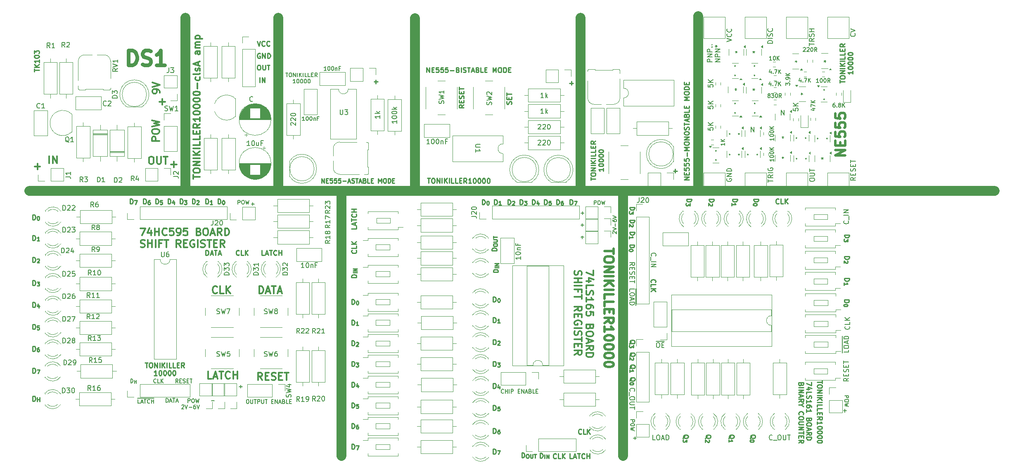
<source format=gbr>
%TF.GenerationSoftware,KiCad,Pcbnew,8.0.3*%
%TF.CreationDate,2024-10-06T13:21:57+03:00*%
%TF.ProjectId,JLC9,4a4c4339-2e6b-4696-9361-645f70636258,rev?*%
%TF.SameCoordinates,Original*%
%TF.FileFunction,Legend,Top*%
%TF.FilePolarity,Positive*%
%FSLAX46Y46*%
G04 Gerber Fmt 4.6, Leading zero omitted, Abs format (unit mm)*
G04 Created by KiCad (PCBNEW 8.0.3) date 2024-10-06 13:21:57*
%MOMM*%
%LPD*%
G01*
G04 APERTURE LIST*
%ADD10C,2.000000*%
%ADD11C,0.250000*%
%ADD12C,0.200000*%
%ADD13C,0.225000*%
%ADD14C,0.500000*%
%ADD15C,0.475000*%
%ADD16C,0.300000*%
%ADD17C,0.750000*%
%ADD18C,0.350000*%
%ADD19C,0.375000*%
%ADD20C,0.150000*%
%ADD21C,0.160000*%
%ADD22C,0.120000*%
G04 APERTURE END LIST*
D10*
X120600000Y-95600000D02*
X120600000Y-150000000D01*
X178350000Y-95850000D02*
X178350000Y-150000000D01*
X193700000Y-59650000D02*
X193700000Y-95100000D01*
X169600000Y-60000000D02*
X169600000Y-95450000D01*
X135600000Y-60100000D02*
X135600000Y-95550000D01*
X107600000Y-60000000D02*
X107600000Y-95450000D01*
X88600000Y-60000000D02*
X88600000Y-95450000D01*
X254550000Y-95600000D02*
X56550000Y-95600000D01*
D11*
X145664619Y-77876003D02*
X145188428Y-78209336D01*
X145664619Y-78447431D02*
X144664619Y-78447431D01*
X144664619Y-78447431D02*
X144664619Y-78066479D01*
X144664619Y-78066479D02*
X144712238Y-77971241D01*
X144712238Y-77971241D02*
X144759857Y-77923622D01*
X144759857Y-77923622D02*
X144855095Y-77876003D01*
X144855095Y-77876003D02*
X144997952Y-77876003D01*
X144997952Y-77876003D02*
X145093190Y-77923622D01*
X145093190Y-77923622D02*
X145140809Y-77971241D01*
X145140809Y-77971241D02*
X145188428Y-78066479D01*
X145188428Y-78066479D02*
X145188428Y-78447431D01*
X145140809Y-77447431D02*
X145140809Y-77114098D01*
X145664619Y-76971241D02*
X145664619Y-77447431D01*
X145664619Y-77447431D02*
X144664619Y-77447431D01*
X144664619Y-77447431D02*
X144664619Y-76971241D01*
X145617000Y-76590288D02*
X145664619Y-76447431D01*
X145664619Y-76447431D02*
X145664619Y-76209336D01*
X145664619Y-76209336D02*
X145617000Y-76114098D01*
X145617000Y-76114098D02*
X145569380Y-76066479D01*
X145569380Y-76066479D02*
X145474142Y-76018860D01*
X145474142Y-76018860D02*
X145378904Y-76018860D01*
X145378904Y-76018860D02*
X145283666Y-76066479D01*
X145283666Y-76066479D02*
X145236047Y-76114098D01*
X145236047Y-76114098D02*
X145188428Y-76209336D01*
X145188428Y-76209336D02*
X145140809Y-76399812D01*
X145140809Y-76399812D02*
X145093190Y-76495050D01*
X145093190Y-76495050D02*
X145045571Y-76542669D01*
X145045571Y-76542669D02*
X144950333Y-76590288D01*
X144950333Y-76590288D02*
X144855095Y-76590288D01*
X144855095Y-76590288D02*
X144759857Y-76542669D01*
X144759857Y-76542669D02*
X144712238Y-76495050D01*
X144712238Y-76495050D02*
X144664619Y-76399812D01*
X144664619Y-76399812D02*
X144664619Y-76161717D01*
X144664619Y-76161717D02*
X144712238Y-76018860D01*
X145140809Y-75590288D02*
X145140809Y-75256955D01*
X145664619Y-75114098D02*
X145664619Y-75590288D01*
X145664619Y-75590288D02*
X144664619Y-75590288D01*
X144664619Y-75590288D02*
X144664619Y-75114098D01*
X144664619Y-74828383D02*
X144664619Y-74256955D01*
X145664619Y-74542669D02*
X144664619Y-74542669D01*
D12*
X201526433Y-66824047D02*
X201526433Y-67014523D01*
X201335957Y-66938332D02*
X201526433Y-67014523D01*
X201526433Y-67014523D02*
X201716910Y-66938332D01*
X201412148Y-67166904D02*
X201526433Y-67014523D01*
X201526433Y-67014523D02*
X201640719Y-67166904D01*
D11*
X138177619Y-92969619D02*
X138749047Y-92969619D01*
X138463333Y-93969619D02*
X138463333Y-92969619D01*
X139272857Y-92969619D02*
X139463333Y-92969619D01*
X139463333Y-92969619D02*
X139558571Y-93017238D01*
X139558571Y-93017238D02*
X139653809Y-93112476D01*
X139653809Y-93112476D02*
X139701428Y-93302952D01*
X139701428Y-93302952D02*
X139701428Y-93636285D01*
X139701428Y-93636285D02*
X139653809Y-93826761D01*
X139653809Y-93826761D02*
X139558571Y-93922000D01*
X139558571Y-93922000D02*
X139463333Y-93969619D01*
X139463333Y-93969619D02*
X139272857Y-93969619D01*
X139272857Y-93969619D02*
X139177619Y-93922000D01*
X139177619Y-93922000D02*
X139082381Y-93826761D01*
X139082381Y-93826761D02*
X139034762Y-93636285D01*
X139034762Y-93636285D02*
X139034762Y-93302952D01*
X139034762Y-93302952D02*
X139082381Y-93112476D01*
X139082381Y-93112476D02*
X139177619Y-93017238D01*
X139177619Y-93017238D02*
X139272857Y-92969619D01*
X140130000Y-93969619D02*
X140130000Y-92969619D01*
X140130000Y-92969619D02*
X140701428Y-93969619D01*
X140701428Y-93969619D02*
X140701428Y-92969619D01*
X141177619Y-93969619D02*
X141177619Y-92969619D01*
X141653809Y-93969619D02*
X141653809Y-92969619D01*
X142225237Y-93969619D02*
X141796666Y-93398190D01*
X142225237Y-92969619D02*
X141653809Y-93541047D01*
X142653809Y-93969619D02*
X142653809Y-92969619D01*
X143606189Y-93969619D02*
X143129999Y-93969619D01*
X143129999Y-93969619D02*
X143129999Y-92969619D01*
X144415713Y-93969619D02*
X143939523Y-93969619D01*
X143939523Y-93969619D02*
X143939523Y-92969619D01*
X144749047Y-93445809D02*
X145082380Y-93445809D01*
X145225237Y-93969619D02*
X144749047Y-93969619D01*
X144749047Y-93969619D02*
X144749047Y-92969619D01*
X144749047Y-92969619D02*
X145225237Y-92969619D01*
X146225237Y-93969619D02*
X145891904Y-93493428D01*
X145653809Y-93969619D02*
X145653809Y-92969619D01*
X145653809Y-92969619D02*
X146034761Y-92969619D01*
X146034761Y-92969619D02*
X146129999Y-93017238D01*
X146129999Y-93017238D02*
X146177618Y-93064857D01*
X146177618Y-93064857D02*
X146225237Y-93160095D01*
X146225237Y-93160095D02*
X146225237Y-93302952D01*
X146225237Y-93302952D02*
X146177618Y-93398190D01*
X146177618Y-93398190D02*
X146129999Y-93445809D01*
X146129999Y-93445809D02*
X146034761Y-93493428D01*
X146034761Y-93493428D02*
X145653809Y-93493428D01*
X147177618Y-93969619D02*
X146606190Y-93969619D01*
X146891904Y-93969619D02*
X146891904Y-92969619D01*
X146891904Y-92969619D02*
X146796666Y-93112476D01*
X146796666Y-93112476D02*
X146701428Y-93207714D01*
X146701428Y-93207714D02*
X146606190Y-93255333D01*
X147796666Y-92969619D02*
X147891904Y-92969619D01*
X147891904Y-92969619D02*
X147987142Y-93017238D01*
X147987142Y-93017238D02*
X148034761Y-93064857D01*
X148034761Y-93064857D02*
X148082380Y-93160095D01*
X148082380Y-93160095D02*
X148129999Y-93350571D01*
X148129999Y-93350571D02*
X148129999Y-93588666D01*
X148129999Y-93588666D02*
X148082380Y-93779142D01*
X148082380Y-93779142D02*
X148034761Y-93874380D01*
X148034761Y-93874380D02*
X147987142Y-93922000D01*
X147987142Y-93922000D02*
X147891904Y-93969619D01*
X147891904Y-93969619D02*
X147796666Y-93969619D01*
X147796666Y-93969619D02*
X147701428Y-93922000D01*
X147701428Y-93922000D02*
X147653809Y-93874380D01*
X147653809Y-93874380D02*
X147606190Y-93779142D01*
X147606190Y-93779142D02*
X147558571Y-93588666D01*
X147558571Y-93588666D02*
X147558571Y-93350571D01*
X147558571Y-93350571D02*
X147606190Y-93160095D01*
X147606190Y-93160095D02*
X147653809Y-93064857D01*
X147653809Y-93064857D02*
X147701428Y-93017238D01*
X147701428Y-93017238D02*
X147796666Y-92969619D01*
X148749047Y-92969619D02*
X148844285Y-92969619D01*
X148844285Y-92969619D02*
X148939523Y-93017238D01*
X148939523Y-93017238D02*
X148987142Y-93064857D01*
X148987142Y-93064857D02*
X149034761Y-93160095D01*
X149034761Y-93160095D02*
X149082380Y-93350571D01*
X149082380Y-93350571D02*
X149082380Y-93588666D01*
X149082380Y-93588666D02*
X149034761Y-93779142D01*
X149034761Y-93779142D02*
X148987142Y-93874380D01*
X148987142Y-93874380D02*
X148939523Y-93922000D01*
X148939523Y-93922000D02*
X148844285Y-93969619D01*
X148844285Y-93969619D02*
X148749047Y-93969619D01*
X148749047Y-93969619D02*
X148653809Y-93922000D01*
X148653809Y-93922000D02*
X148606190Y-93874380D01*
X148606190Y-93874380D02*
X148558571Y-93779142D01*
X148558571Y-93779142D02*
X148510952Y-93588666D01*
X148510952Y-93588666D02*
X148510952Y-93350571D01*
X148510952Y-93350571D02*
X148558571Y-93160095D01*
X148558571Y-93160095D02*
X148606190Y-93064857D01*
X148606190Y-93064857D02*
X148653809Y-93017238D01*
X148653809Y-93017238D02*
X148749047Y-92969619D01*
X149701428Y-92969619D02*
X149796666Y-92969619D01*
X149796666Y-92969619D02*
X149891904Y-93017238D01*
X149891904Y-93017238D02*
X149939523Y-93064857D01*
X149939523Y-93064857D02*
X149987142Y-93160095D01*
X149987142Y-93160095D02*
X150034761Y-93350571D01*
X150034761Y-93350571D02*
X150034761Y-93588666D01*
X150034761Y-93588666D02*
X149987142Y-93779142D01*
X149987142Y-93779142D02*
X149939523Y-93874380D01*
X149939523Y-93874380D02*
X149891904Y-93922000D01*
X149891904Y-93922000D02*
X149796666Y-93969619D01*
X149796666Y-93969619D02*
X149701428Y-93969619D01*
X149701428Y-93969619D02*
X149606190Y-93922000D01*
X149606190Y-93922000D02*
X149558571Y-93874380D01*
X149558571Y-93874380D02*
X149510952Y-93779142D01*
X149510952Y-93779142D02*
X149463333Y-93588666D01*
X149463333Y-93588666D02*
X149463333Y-93350571D01*
X149463333Y-93350571D02*
X149510952Y-93160095D01*
X149510952Y-93160095D02*
X149558571Y-93064857D01*
X149558571Y-93064857D02*
X149606190Y-93017238D01*
X149606190Y-93017238D02*
X149701428Y-92969619D01*
X150653809Y-92969619D02*
X150749047Y-92969619D01*
X150749047Y-92969619D02*
X150844285Y-93017238D01*
X150844285Y-93017238D02*
X150891904Y-93064857D01*
X150891904Y-93064857D02*
X150939523Y-93160095D01*
X150939523Y-93160095D02*
X150987142Y-93350571D01*
X150987142Y-93350571D02*
X150987142Y-93588666D01*
X150987142Y-93588666D02*
X150939523Y-93779142D01*
X150939523Y-93779142D02*
X150891904Y-93874380D01*
X150891904Y-93874380D02*
X150844285Y-93922000D01*
X150844285Y-93922000D02*
X150749047Y-93969619D01*
X150749047Y-93969619D02*
X150653809Y-93969619D01*
X150653809Y-93969619D02*
X150558571Y-93922000D01*
X150558571Y-93922000D02*
X150510952Y-93874380D01*
X150510952Y-93874380D02*
X150463333Y-93779142D01*
X150463333Y-93779142D02*
X150415714Y-93588666D01*
X150415714Y-93588666D02*
X150415714Y-93350571D01*
X150415714Y-93350571D02*
X150463333Y-93160095D01*
X150463333Y-93160095D02*
X150510952Y-93064857D01*
X150510952Y-93064857D02*
X150558571Y-93017238D01*
X150558571Y-93017238D02*
X150653809Y-92969619D01*
D12*
X211076433Y-84374047D02*
X211076433Y-84564523D01*
X210885957Y-84488332D02*
X211076433Y-84564523D01*
X211076433Y-84564523D02*
X211266910Y-84488332D01*
X210962148Y-84716904D02*
X211076433Y-84564523D01*
X211076433Y-84564523D02*
X211190719Y-84716904D01*
X205126433Y-66824047D02*
X205126433Y-67014523D01*
X204935957Y-66938332D02*
X205126433Y-67014523D01*
X205126433Y-67014523D02*
X205316910Y-66938332D01*
X205012148Y-67166904D02*
X205126433Y-67014523D01*
X205126433Y-67014523D02*
X205240719Y-67166904D01*
D13*
X197358532Y-87306568D02*
X197313294Y-87351806D01*
X197313294Y-87351806D02*
X197268055Y-87306568D01*
X197268055Y-87306568D02*
X197313294Y-87261330D01*
X197313294Y-87261330D02*
X197358532Y-87306568D01*
X197358532Y-87306568D02*
X197268055Y-87306568D01*
X197358532Y-89206569D02*
X197313294Y-89251807D01*
X197313294Y-89251807D02*
X197268055Y-89206569D01*
X197268055Y-89206569D02*
X197313294Y-89161331D01*
X197313294Y-89161331D02*
X197358532Y-89206569D01*
X197358532Y-89206569D02*
X197268055Y-89206569D01*
D12*
X216473981Y-65730535D02*
X216473981Y-65159107D01*
X217473981Y-65444821D02*
X216473981Y-65444821D01*
X217473981Y-64254345D02*
X216997790Y-64587678D01*
X217473981Y-64825773D02*
X216473981Y-64825773D01*
X216473981Y-64825773D02*
X216473981Y-64444821D01*
X216473981Y-64444821D02*
X216521600Y-64349583D01*
X216521600Y-64349583D02*
X216569219Y-64301964D01*
X216569219Y-64301964D02*
X216664457Y-64254345D01*
X216664457Y-64254345D02*
X216807314Y-64254345D01*
X216807314Y-64254345D02*
X216902552Y-64301964D01*
X216902552Y-64301964D02*
X216950171Y-64349583D01*
X216950171Y-64349583D02*
X216997790Y-64444821D01*
X216997790Y-64444821D02*
X216997790Y-64825773D01*
X217426362Y-63873392D02*
X217473981Y-63730535D01*
X217473981Y-63730535D02*
X217473981Y-63492440D01*
X217473981Y-63492440D02*
X217426362Y-63397202D01*
X217426362Y-63397202D02*
X217378742Y-63349583D01*
X217378742Y-63349583D02*
X217283504Y-63301964D01*
X217283504Y-63301964D02*
X217188266Y-63301964D01*
X217188266Y-63301964D02*
X217093028Y-63349583D01*
X217093028Y-63349583D02*
X217045409Y-63397202D01*
X217045409Y-63397202D02*
X216997790Y-63492440D01*
X216997790Y-63492440D02*
X216950171Y-63682916D01*
X216950171Y-63682916D02*
X216902552Y-63778154D01*
X216902552Y-63778154D02*
X216854933Y-63825773D01*
X216854933Y-63825773D02*
X216759695Y-63873392D01*
X216759695Y-63873392D02*
X216664457Y-63873392D01*
X216664457Y-63873392D02*
X216569219Y-63825773D01*
X216569219Y-63825773D02*
X216521600Y-63778154D01*
X216521600Y-63778154D02*
X216473981Y-63682916D01*
X216473981Y-63682916D02*
X216473981Y-63444821D01*
X216473981Y-63444821D02*
X216521600Y-63301964D01*
X217473981Y-62873392D02*
X216473981Y-62873392D01*
X216950171Y-62873392D02*
X216950171Y-62301964D01*
X217473981Y-62301964D02*
X216473981Y-62301964D01*
D13*
X205765877Y-88100790D02*
X205720639Y-88055552D01*
X205720639Y-88055552D02*
X205765877Y-88010313D01*
X205765877Y-88010313D02*
X205811115Y-88055552D01*
X205811115Y-88055552D02*
X205765877Y-88100790D01*
X205765877Y-88100790D02*
X205765877Y-88010313D01*
X203865876Y-88100790D02*
X203820638Y-88055552D01*
X203820638Y-88055552D02*
X203865876Y-88010313D01*
X203865876Y-88010313D02*
X203911114Y-88055552D01*
X203911114Y-88055552D02*
X203865876Y-88100790D01*
X203865876Y-88100790D02*
X203865876Y-88010313D01*
D12*
X205157920Y-82465132D02*
X205157920Y-83465132D01*
X205157920Y-83465132D02*
X204586492Y-82465132D01*
X204586492Y-82465132D02*
X204586492Y-83465132D01*
X210734767Y-79969571D02*
X210734767Y-78969571D01*
X210734767Y-78969571D02*
X211306195Y-79969571D01*
X211306195Y-79969571D02*
X211306195Y-78969571D01*
D13*
X220065877Y-84850790D02*
X220020639Y-84805552D01*
X220020639Y-84805552D02*
X220065877Y-84760313D01*
X220065877Y-84760313D02*
X220111115Y-84805552D01*
X220111115Y-84805552D02*
X220065877Y-84850790D01*
X220065877Y-84850790D02*
X220065877Y-84760313D01*
X218165876Y-84850790D02*
X218120638Y-84805552D01*
X218120638Y-84805552D02*
X218165876Y-84760313D01*
X218165876Y-84760313D02*
X218211114Y-84805552D01*
X218211114Y-84805552D02*
X218165876Y-84850790D01*
X218165876Y-84850790D02*
X218165876Y-84760313D01*
D12*
X199573981Y-64880535D02*
X200573981Y-64547202D01*
X200573981Y-64547202D02*
X199573981Y-64213869D01*
X200478742Y-63309107D02*
X200526362Y-63356726D01*
X200526362Y-63356726D02*
X200573981Y-63499583D01*
X200573981Y-63499583D02*
X200573981Y-63594821D01*
X200573981Y-63594821D02*
X200526362Y-63737678D01*
X200526362Y-63737678D02*
X200431123Y-63832916D01*
X200431123Y-63832916D02*
X200335885Y-63880535D01*
X200335885Y-63880535D02*
X200145409Y-63928154D01*
X200145409Y-63928154D02*
X200002552Y-63928154D01*
X200002552Y-63928154D02*
X199812076Y-63880535D01*
X199812076Y-63880535D02*
X199716838Y-63832916D01*
X199716838Y-63832916D02*
X199621600Y-63737678D01*
X199621600Y-63737678D02*
X199573981Y-63594821D01*
X199573981Y-63594821D02*
X199573981Y-63499583D01*
X199573981Y-63499583D02*
X199621600Y-63356726D01*
X199621600Y-63356726D02*
X199669219Y-63309107D01*
X200478742Y-62309107D02*
X200526362Y-62356726D01*
X200526362Y-62356726D02*
X200573981Y-62499583D01*
X200573981Y-62499583D02*
X200573981Y-62594821D01*
X200573981Y-62594821D02*
X200526362Y-62737678D01*
X200526362Y-62737678D02*
X200431123Y-62832916D01*
X200431123Y-62832916D02*
X200335885Y-62880535D01*
X200335885Y-62880535D02*
X200145409Y-62928154D01*
X200145409Y-62928154D02*
X200002552Y-62928154D01*
X200002552Y-62928154D02*
X199812076Y-62880535D01*
X199812076Y-62880535D02*
X199716838Y-62832916D01*
X199716838Y-62832916D02*
X199621600Y-62737678D01*
X199621600Y-62737678D02*
X199573981Y-62594821D01*
X199573981Y-62594821D02*
X199573981Y-62499583D01*
X199573981Y-62499583D02*
X199621600Y-62356726D01*
X199621600Y-62356726D02*
X199669219Y-62309107D01*
D13*
X201171655Y-79508135D02*
X201216894Y-79462897D01*
X201216894Y-79462897D02*
X201262132Y-79508135D01*
X201262132Y-79508135D02*
X201216894Y-79553373D01*
X201216894Y-79553373D02*
X201171655Y-79508135D01*
X201171655Y-79508135D02*
X201262132Y-79508135D01*
X201171655Y-77608134D02*
X201216894Y-77562896D01*
X201216894Y-77562896D02*
X201262132Y-77608134D01*
X201262132Y-77608134D02*
X201216894Y-77653372D01*
X201216894Y-77653372D02*
X201171655Y-77608134D01*
X201171655Y-77608134D02*
X201262132Y-77608134D01*
D12*
X219176433Y-88674047D02*
X219176433Y-88864523D01*
X218985957Y-88788332D02*
X219176433Y-88864523D01*
X219176433Y-88864523D02*
X219366910Y-88788332D01*
X219062148Y-89016904D02*
X219176433Y-88864523D01*
X219176433Y-88864523D02*
X219290719Y-89016904D01*
D13*
X215715877Y-84700790D02*
X215670639Y-84655552D01*
X215670639Y-84655552D02*
X215715877Y-84610313D01*
X215715877Y-84610313D02*
X215761115Y-84655552D01*
X215761115Y-84655552D02*
X215715877Y-84700790D01*
X215715877Y-84700790D02*
X215715877Y-84610313D01*
X213815876Y-84700790D02*
X213770638Y-84655552D01*
X213770638Y-84655552D02*
X213815876Y-84610313D01*
X213815876Y-84610313D02*
X213861114Y-84655552D01*
X213861114Y-84655552D02*
X213815876Y-84700790D01*
X213815876Y-84700790D02*
X213815876Y-84610313D01*
D12*
X219898398Y-68918691D02*
X219707922Y-68918691D01*
X219784113Y-68728215D02*
X219707922Y-68918691D01*
X219707922Y-68918691D02*
X219784113Y-69109168D01*
X219555541Y-68804406D02*
X219707922Y-68918691D01*
X219707922Y-68918691D02*
X219555541Y-69032977D01*
D13*
X201171655Y-71808135D02*
X201216894Y-71762897D01*
X201216894Y-71762897D02*
X201262132Y-71808135D01*
X201262132Y-71808135D02*
X201216894Y-71853373D01*
X201216894Y-71853373D02*
X201171655Y-71808135D01*
X201171655Y-71808135D02*
X201262132Y-71808135D01*
X201171655Y-69908134D02*
X201216894Y-69862896D01*
X201216894Y-69862896D02*
X201262132Y-69908134D01*
X201262132Y-69908134D02*
X201216894Y-69953372D01*
X201216894Y-69953372D02*
X201171655Y-69908134D01*
X201171655Y-69908134D02*
X201262132Y-69908134D01*
D12*
X211076433Y-88574047D02*
X211076433Y-88764523D01*
X210885957Y-88688332D02*
X211076433Y-88764523D01*
X211076433Y-88764523D02*
X211266910Y-88688332D01*
X210962148Y-88916904D02*
X211076433Y-88764523D01*
X211076433Y-88764523D02*
X211190719Y-88916904D01*
X201426433Y-74524047D02*
X201426433Y-74714523D01*
X201235957Y-74638332D02*
X201426433Y-74714523D01*
X201426433Y-74714523D02*
X201616910Y-74638332D01*
X201312148Y-74866904D02*
X201426433Y-74714523D01*
X201426433Y-74714523D02*
X201540719Y-74866904D01*
D13*
X202015877Y-88100790D02*
X201970639Y-88055552D01*
X201970639Y-88055552D02*
X202015877Y-88010313D01*
X202015877Y-88010313D02*
X202061115Y-88055552D01*
X202061115Y-88055552D02*
X202015877Y-88100790D01*
X202015877Y-88100790D02*
X202015877Y-88010313D01*
X200115876Y-88100790D02*
X200070638Y-88055552D01*
X200070638Y-88055552D02*
X200115876Y-88010313D01*
X200115876Y-88010313D02*
X200161114Y-88055552D01*
X200161114Y-88055552D02*
X200115876Y-88100790D01*
X200115876Y-88100790D02*
X200115876Y-88010313D01*
D12*
X225957313Y-92816250D02*
X225481122Y-93149583D01*
X225957313Y-93387678D02*
X224957313Y-93387678D01*
X224957313Y-93387678D02*
X224957313Y-93006726D01*
X224957313Y-93006726D02*
X225004932Y-92911488D01*
X225004932Y-92911488D02*
X225052551Y-92863869D01*
X225052551Y-92863869D02*
X225147789Y-92816250D01*
X225147789Y-92816250D02*
X225290646Y-92816250D01*
X225290646Y-92816250D02*
X225385884Y-92863869D01*
X225385884Y-92863869D02*
X225433503Y-92911488D01*
X225433503Y-92911488D02*
X225481122Y-93006726D01*
X225481122Y-93006726D02*
X225481122Y-93387678D01*
X225433503Y-92387678D02*
X225433503Y-92054345D01*
X225957313Y-91911488D02*
X225957313Y-92387678D01*
X225957313Y-92387678D02*
X224957313Y-92387678D01*
X224957313Y-92387678D02*
X224957313Y-91911488D01*
X225909694Y-91530535D02*
X225957313Y-91387678D01*
X225957313Y-91387678D02*
X225957313Y-91149583D01*
X225957313Y-91149583D02*
X225909694Y-91054345D01*
X225909694Y-91054345D02*
X225862074Y-91006726D01*
X225862074Y-91006726D02*
X225766836Y-90959107D01*
X225766836Y-90959107D02*
X225671598Y-90959107D01*
X225671598Y-90959107D02*
X225576360Y-91006726D01*
X225576360Y-91006726D02*
X225528741Y-91054345D01*
X225528741Y-91054345D02*
X225481122Y-91149583D01*
X225481122Y-91149583D02*
X225433503Y-91340059D01*
X225433503Y-91340059D02*
X225385884Y-91435297D01*
X225385884Y-91435297D02*
X225338265Y-91482916D01*
X225338265Y-91482916D02*
X225243027Y-91530535D01*
X225243027Y-91530535D02*
X225147789Y-91530535D01*
X225147789Y-91530535D02*
X225052551Y-91482916D01*
X225052551Y-91482916D02*
X225004932Y-91435297D01*
X225004932Y-91435297D02*
X224957313Y-91340059D01*
X224957313Y-91340059D02*
X224957313Y-91101964D01*
X224957313Y-91101964D02*
X225004932Y-90959107D01*
X225433503Y-90530535D02*
X225433503Y-90197202D01*
X225957313Y-90054345D02*
X225957313Y-90530535D01*
X225957313Y-90530535D02*
X224957313Y-90530535D01*
X224957313Y-90530535D02*
X224957313Y-90054345D01*
X224957313Y-89768630D02*
X224957313Y-89197202D01*
X225957313Y-89482916D02*
X224957313Y-89482916D01*
D13*
X215765877Y-88950790D02*
X215720639Y-88905552D01*
X215720639Y-88905552D02*
X215765877Y-88860313D01*
X215765877Y-88860313D02*
X215811115Y-88905552D01*
X215811115Y-88905552D02*
X215765877Y-88950790D01*
X215765877Y-88950790D02*
X215765877Y-88860313D01*
X213865876Y-88950790D02*
X213820638Y-88905552D01*
X213820638Y-88905552D02*
X213865876Y-88860313D01*
X213865876Y-88860313D02*
X213911114Y-88905552D01*
X213911114Y-88905552D02*
X213865876Y-88950790D01*
X213865876Y-88950790D02*
X213865876Y-88860313D01*
X219508532Y-74806568D02*
X219463294Y-74851806D01*
X219463294Y-74851806D02*
X219418055Y-74806568D01*
X219418055Y-74806568D02*
X219463294Y-74761330D01*
X219463294Y-74761330D02*
X219508532Y-74806568D01*
X219508532Y-74806568D02*
X219418055Y-74806568D01*
X219508532Y-76706569D02*
X219463294Y-76751807D01*
X219463294Y-76751807D02*
X219418055Y-76706569D01*
X219418055Y-76706569D02*
X219463294Y-76661331D01*
X219463294Y-76661331D02*
X219508532Y-76706569D01*
X219508532Y-76706569D02*
X219418055Y-76706569D01*
D11*
X155367000Y-77745050D02*
X155414619Y-77602193D01*
X155414619Y-77602193D02*
X155414619Y-77364098D01*
X155414619Y-77364098D02*
X155367000Y-77268860D01*
X155367000Y-77268860D02*
X155319380Y-77221241D01*
X155319380Y-77221241D02*
X155224142Y-77173622D01*
X155224142Y-77173622D02*
X155128904Y-77173622D01*
X155128904Y-77173622D02*
X155033666Y-77221241D01*
X155033666Y-77221241D02*
X154986047Y-77268860D01*
X154986047Y-77268860D02*
X154938428Y-77364098D01*
X154938428Y-77364098D02*
X154890809Y-77554574D01*
X154890809Y-77554574D02*
X154843190Y-77649812D01*
X154843190Y-77649812D02*
X154795571Y-77697431D01*
X154795571Y-77697431D02*
X154700333Y-77745050D01*
X154700333Y-77745050D02*
X154605095Y-77745050D01*
X154605095Y-77745050D02*
X154509857Y-77697431D01*
X154509857Y-77697431D02*
X154462238Y-77649812D01*
X154462238Y-77649812D02*
X154414619Y-77554574D01*
X154414619Y-77554574D02*
X154414619Y-77316479D01*
X154414619Y-77316479D02*
X154462238Y-77173622D01*
X154890809Y-76745050D02*
X154890809Y-76411717D01*
X155414619Y-76268860D02*
X155414619Y-76745050D01*
X155414619Y-76745050D02*
X154414619Y-76745050D01*
X154414619Y-76745050D02*
X154414619Y-76268860D01*
X154414619Y-75983145D02*
X154414619Y-75411717D01*
X155414619Y-75697431D02*
X154414619Y-75697431D01*
D12*
X214781789Y-75646012D02*
X214972265Y-75646012D01*
X214896074Y-75836488D02*
X214972265Y-75646012D01*
X214972265Y-75646012D02*
X214896074Y-75455535D01*
X215124646Y-75760297D02*
X214972265Y-75646012D01*
X214972265Y-75646012D02*
X215124646Y-75531726D01*
D11*
X167696333Y-73069048D02*
X167696333Y-73830953D01*
X167315380Y-73450000D02*
X168077285Y-73450000D01*
D12*
X199604932Y-93063869D02*
X199557313Y-93159107D01*
X199557313Y-93159107D02*
X199557313Y-93301964D01*
X199557313Y-93301964D02*
X199604932Y-93444821D01*
X199604932Y-93444821D02*
X199700170Y-93540059D01*
X199700170Y-93540059D02*
X199795408Y-93587678D01*
X199795408Y-93587678D02*
X199985884Y-93635297D01*
X199985884Y-93635297D02*
X200128741Y-93635297D01*
X200128741Y-93635297D02*
X200319217Y-93587678D01*
X200319217Y-93587678D02*
X200414455Y-93540059D01*
X200414455Y-93540059D02*
X200509694Y-93444821D01*
X200509694Y-93444821D02*
X200557313Y-93301964D01*
X200557313Y-93301964D02*
X200557313Y-93206726D01*
X200557313Y-93206726D02*
X200509694Y-93063869D01*
X200509694Y-93063869D02*
X200462074Y-93016250D01*
X200462074Y-93016250D02*
X200128741Y-93016250D01*
X200128741Y-93016250D02*
X200128741Y-93206726D01*
X200557313Y-92587678D02*
X199557313Y-92587678D01*
X199557313Y-92587678D02*
X200557313Y-92016250D01*
X200557313Y-92016250D02*
X199557313Y-92016250D01*
X200557313Y-91540059D02*
X199557313Y-91540059D01*
X199557313Y-91540059D02*
X199557313Y-91301964D01*
X199557313Y-91301964D02*
X199604932Y-91159107D01*
X199604932Y-91159107D02*
X199700170Y-91063869D01*
X199700170Y-91063869D02*
X199795408Y-91016250D01*
X199795408Y-91016250D02*
X199985884Y-90968631D01*
X199985884Y-90968631D02*
X200128741Y-90968631D01*
X200128741Y-90968631D02*
X200319217Y-91016250D01*
X200319217Y-91016250D02*
X200414455Y-91063869D01*
X200414455Y-91063869D02*
X200509694Y-91159107D01*
X200509694Y-91159107D02*
X200557313Y-91301964D01*
X200557313Y-91301964D02*
X200557313Y-91540059D01*
D11*
X171668893Y-93357209D02*
X171668893Y-92785781D01*
X172668893Y-93071495D02*
X171668893Y-93071495D01*
X171668893Y-92261971D02*
X171668893Y-92071495D01*
X171668893Y-92071495D02*
X171716512Y-91976257D01*
X171716512Y-91976257D02*
X171811750Y-91881019D01*
X171811750Y-91881019D02*
X172002226Y-91833400D01*
X172002226Y-91833400D02*
X172335559Y-91833400D01*
X172335559Y-91833400D02*
X172526035Y-91881019D01*
X172526035Y-91881019D02*
X172621274Y-91976257D01*
X172621274Y-91976257D02*
X172668893Y-92071495D01*
X172668893Y-92071495D02*
X172668893Y-92261971D01*
X172668893Y-92261971D02*
X172621274Y-92357209D01*
X172621274Y-92357209D02*
X172526035Y-92452447D01*
X172526035Y-92452447D02*
X172335559Y-92500066D01*
X172335559Y-92500066D02*
X172002226Y-92500066D01*
X172002226Y-92500066D02*
X171811750Y-92452447D01*
X171811750Y-92452447D02*
X171716512Y-92357209D01*
X171716512Y-92357209D02*
X171668893Y-92261971D01*
X172668893Y-91404828D02*
X171668893Y-91404828D01*
X171668893Y-91404828D02*
X172668893Y-90833400D01*
X172668893Y-90833400D02*
X171668893Y-90833400D01*
X172668893Y-90357209D02*
X171668893Y-90357209D01*
X172668893Y-89881019D02*
X171668893Y-89881019D01*
X172668893Y-89309591D02*
X172097464Y-89738162D01*
X171668893Y-89309591D02*
X172240321Y-89881019D01*
X172668893Y-88881019D02*
X171668893Y-88881019D01*
X172668893Y-87928639D02*
X172668893Y-88404829D01*
X172668893Y-88404829D02*
X171668893Y-88404829D01*
X172668893Y-87119115D02*
X172668893Y-87595305D01*
X172668893Y-87595305D02*
X171668893Y-87595305D01*
X172145083Y-86785781D02*
X172145083Y-86452448D01*
X172668893Y-86309591D02*
X172668893Y-86785781D01*
X172668893Y-86785781D02*
X171668893Y-86785781D01*
X171668893Y-86785781D02*
X171668893Y-86309591D01*
X172668893Y-85309591D02*
X172192702Y-85642924D01*
X172668893Y-85881019D02*
X171668893Y-85881019D01*
X171668893Y-85881019D02*
X171668893Y-85500067D01*
X171668893Y-85500067D02*
X171716512Y-85404829D01*
X171716512Y-85404829D02*
X171764131Y-85357210D01*
X171764131Y-85357210D02*
X171859369Y-85309591D01*
X171859369Y-85309591D02*
X172002226Y-85309591D01*
X172002226Y-85309591D02*
X172097464Y-85357210D01*
X172097464Y-85357210D02*
X172145083Y-85404829D01*
X172145083Y-85404829D02*
X172192702Y-85500067D01*
X172192702Y-85500067D02*
X172192702Y-85881019D01*
X174278837Y-90904829D02*
X174278837Y-91476257D01*
X174278837Y-91190543D02*
X173278837Y-91190543D01*
X173278837Y-91190543D02*
X173421694Y-91285781D01*
X173421694Y-91285781D02*
X173516932Y-91381019D01*
X173516932Y-91381019D02*
X173564551Y-91476257D01*
X173278837Y-90285781D02*
X173278837Y-90190543D01*
X173278837Y-90190543D02*
X173326456Y-90095305D01*
X173326456Y-90095305D02*
X173374075Y-90047686D01*
X173374075Y-90047686D02*
X173469313Y-90000067D01*
X173469313Y-90000067D02*
X173659789Y-89952448D01*
X173659789Y-89952448D02*
X173897884Y-89952448D01*
X173897884Y-89952448D02*
X174088360Y-90000067D01*
X174088360Y-90000067D02*
X174183598Y-90047686D01*
X174183598Y-90047686D02*
X174231218Y-90095305D01*
X174231218Y-90095305D02*
X174278837Y-90190543D01*
X174278837Y-90190543D02*
X174278837Y-90285781D01*
X174278837Y-90285781D02*
X174231218Y-90381019D01*
X174231218Y-90381019D02*
X174183598Y-90428638D01*
X174183598Y-90428638D02*
X174088360Y-90476257D01*
X174088360Y-90476257D02*
X173897884Y-90523876D01*
X173897884Y-90523876D02*
X173659789Y-90523876D01*
X173659789Y-90523876D02*
X173469313Y-90476257D01*
X173469313Y-90476257D02*
X173374075Y-90428638D01*
X173374075Y-90428638D02*
X173326456Y-90381019D01*
X173326456Y-90381019D02*
X173278837Y-90285781D01*
X173278837Y-89333400D02*
X173278837Y-89238162D01*
X173278837Y-89238162D02*
X173326456Y-89142924D01*
X173326456Y-89142924D02*
X173374075Y-89095305D01*
X173374075Y-89095305D02*
X173469313Y-89047686D01*
X173469313Y-89047686D02*
X173659789Y-89000067D01*
X173659789Y-89000067D02*
X173897884Y-89000067D01*
X173897884Y-89000067D02*
X174088360Y-89047686D01*
X174088360Y-89047686D02*
X174183598Y-89095305D01*
X174183598Y-89095305D02*
X174231218Y-89142924D01*
X174231218Y-89142924D02*
X174278837Y-89238162D01*
X174278837Y-89238162D02*
X174278837Y-89333400D01*
X174278837Y-89333400D02*
X174231218Y-89428638D01*
X174231218Y-89428638D02*
X174183598Y-89476257D01*
X174183598Y-89476257D02*
X174088360Y-89523876D01*
X174088360Y-89523876D02*
X173897884Y-89571495D01*
X173897884Y-89571495D02*
X173659789Y-89571495D01*
X173659789Y-89571495D02*
X173469313Y-89523876D01*
X173469313Y-89523876D02*
X173374075Y-89476257D01*
X173374075Y-89476257D02*
X173326456Y-89428638D01*
X173326456Y-89428638D02*
X173278837Y-89333400D01*
X173278837Y-88381019D02*
X173278837Y-88285781D01*
X173278837Y-88285781D02*
X173326456Y-88190543D01*
X173326456Y-88190543D02*
X173374075Y-88142924D01*
X173374075Y-88142924D02*
X173469313Y-88095305D01*
X173469313Y-88095305D02*
X173659789Y-88047686D01*
X173659789Y-88047686D02*
X173897884Y-88047686D01*
X173897884Y-88047686D02*
X174088360Y-88095305D01*
X174088360Y-88095305D02*
X174183598Y-88142924D01*
X174183598Y-88142924D02*
X174231218Y-88190543D01*
X174231218Y-88190543D02*
X174278837Y-88285781D01*
X174278837Y-88285781D02*
X174278837Y-88381019D01*
X174278837Y-88381019D02*
X174231218Y-88476257D01*
X174231218Y-88476257D02*
X174183598Y-88523876D01*
X174183598Y-88523876D02*
X174088360Y-88571495D01*
X174088360Y-88571495D02*
X173897884Y-88619114D01*
X173897884Y-88619114D02*
X173659789Y-88619114D01*
X173659789Y-88619114D02*
X173469313Y-88571495D01*
X173469313Y-88571495D02*
X173374075Y-88523876D01*
X173374075Y-88523876D02*
X173326456Y-88476257D01*
X173326456Y-88476257D02*
X173278837Y-88381019D01*
X173278837Y-87428638D02*
X173278837Y-87333400D01*
X173278837Y-87333400D02*
X173326456Y-87238162D01*
X173326456Y-87238162D02*
X173374075Y-87190543D01*
X173374075Y-87190543D02*
X173469313Y-87142924D01*
X173469313Y-87142924D02*
X173659789Y-87095305D01*
X173659789Y-87095305D02*
X173897884Y-87095305D01*
X173897884Y-87095305D02*
X174088360Y-87142924D01*
X174088360Y-87142924D02*
X174183598Y-87190543D01*
X174183598Y-87190543D02*
X174231218Y-87238162D01*
X174231218Y-87238162D02*
X174278837Y-87333400D01*
X174278837Y-87333400D02*
X174278837Y-87428638D01*
X174278837Y-87428638D02*
X174231218Y-87523876D01*
X174231218Y-87523876D02*
X174183598Y-87571495D01*
X174183598Y-87571495D02*
X174088360Y-87619114D01*
X174088360Y-87619114D02*
X173897884Y-87666733D01*
X173897884Y-87666733D02*
X173659789Y-87666733D01*
X173659789Y-87666733D02*
X173469313Y-87619114D01*
X173469313Y-87619114D02*
X173374075Y-87571495D01*
X173374075Y-87571495D02*
X173326456Y-87523876D01*
X173326456Y-87523876D02*
X173278837Y-87428638D01*
D12*
X205126433Y-74574047D02*
X205126433Y-74764523D01*
X204935957Y-74688332D02*
X205126433Y-74764523D01*
X205126433Y-74764523D02*
X205316910Y-74688332D01*
X205012148Y-74916904D02*
X205126433Y-74764523D01*
X205126433Y-74764523D02*
X205240719Y-74916904D01*
D11*
X189020551Y-91104830D02*
X189020551Y-91866735D01*
X188639598Y-91485782D02*
X189401503Y-91485782D01*
X222794769Y-73403779D02*
X222794769Y-72832351D01*
X223794769Y-73118065D02*
X222794769Y-73118065D01*
X222794769Y-72308541D02*
X222794769Y-72118065D01*
X222794769Y-72118065D02*
X222842388Y-72022827D01*
X222842388Y-72022827D02*
X222937626Y-71927589D01*
X222937626Y-71927589D02*
X223128102Y-71879970D01*
X223128102Y-71879970D02*
X223461435Y-71879970D01*
X223461435Y-71879970D02*
X223651911Y-71927589D01*
X223651911Y-71927589D02*
X223747150Y-72022827D01*
X223747150Y-72022827D02*
X223794769Y-72118065D01*
X223794769Y-72118065D02*
X223794769Y-72308541D01*
X223794769Y-72308541D02*
X223747150Y-72403779D01*
X223747150Y-72403779D02*
X223651911Y-72499017D01*
X223651911Y-72499017D02*
X223461435Y-72546636D01*
X223461435Y-72546636D02*
X223128102Y-72546636D01*
X223128102Y-72546636D02*
X222937626Y-72499017D01*
X222937626Y-72499017D02*
X222842388Y-72403779D01*
X222842388Y-72403779D02*
X222794769Y-72308541D01*
X223794769Y-71451398D02*
X222794769Y-71451398D01*
X222794769Y-71451398D02*
X223794769Y-70879970D01*
X223794769Y-70879970D02*
X222794769Y-70879970D01*
X223794769Y-70403779D02*
X222794769Y-70403779D01*
X223794769Y-69927589D02*
X222794769Y-69927589D01*
X223794769Y-69356161D02*
X223223340Y-69784732D01*
X222794769Y-69356161D02*
X223366197Y-69927589D01*
X223794769Y-68927589D02*
X222794769Y-68927589D01*
X223794769Y-67975209D02*
X223794769Y-68451399D01*
X223794769Y-68451399D02*
X222794769Y-68451399D01*
X223794769Y-67165685D02*
X223794769Y-67641875D01*
X223794769Y-67641875D02*
X222794769Y-67641875D01*
X223270959Y-66832351D02*
X223270959Y-66499018D01*
X223794769Y-66356161D02*
X223794769Y-66832351D01*
X223794769Y-66832351D02*
X222794769Y-66832351D01*
X222794769Y-66832351D02*
X222794769Y-66356161D01*
X223794769Y-65356161D02*
X223318578Y-65689494D01*
X223794769Y-65927589D02*
X222794769Y-65927589D01*
X222794769Y-65927589D02*
X222794769Y-65546637D01*
X222794769Y-65546637D02*
X222842388Y-65451399D01*
X222842388Y-65451399D02*
X222890007Y-65403780D01*
X222890007Y-65403780D02*
X222985245Y-65356161D01*
X222985245Y-65356161D02*
X223128102Y-65356161D01*
X223128102Y-65356161D02*
X223223340Y-65403780D01*
X223223340Y-65403780D02*
X223270959Y-65451399D01*
X223270959Y-65451399D02*
X223318578Y-65546637D01*
X223318578Y-65546637D02*
X223318578Y-65927589D01*
X225404713Y-70951399D02*
X225404713Y-71522827D01*
X225404713Y-71237113D02*
X224404713Y-71237113D01*
X224404713Y-71237113D02*
X224547570Y-71332351D01*
X224547570Y-71332351D02*
X224642808Y-71427589D01*
X224642808Y-71427589D02*
X224690427Y-71522827D01*
X224404713Y-70332351D02*
X224404713Y-70237113D01*
X224404713Y-70237113D02*
X224452332Y-70141875D01*
X224452332Y-70141875D02*
X224499951Y-70094256D01*
X224499951Y-70094256D02*
X224595189Y-70046637D01*
X224595189Y-70046637D02*
X224785665Y-69999018D01*
X224785665Y-69999018D02*
X225023760Y-69999018D01*
X225023760Y-69999018D02*
X225214236Y-70046637D01*
X225214236Y-70046637D02*
X225309474Y-70094256D01*
X225309474Y-70094256D02*
X225357094Y-70141875D01*
X225357094Y-70141875D02*
X225404713Y-70237113D01*
X225404713Y-70237113D02*
X225404713Y-70332351D01*
X225404713Y-70332351D02*
X225357094Y-70427589D01*
X225357094Y-70427589D02*
X225309474Y-70475208D01*
X225309474Y-70475208D02*
X225214236Y-70522827D01*
X225214236Y-70522827D02*
X225023760Y-70570446D01*
X225023760Y-70570446D02*
X224785665Y-70570446D01*
X224785665Y-70570446D02*
X224595189Y-70522827D01*
X224595189Y-70522827D02*
X224499951Y-70475208D01*
X224499951Y-70475208D02*
X224452332Y-70427589D01*
X224452332Y-70427589D02*
X224404713Y-70332351D01*
X224404713Y-69379970D02*
X224404713Y-69284732D01*
X224404713Y-69284732D02*
X224452332Y-69189494D01*
X224452332Y-69189494D02*
X224499951Y-69141875D01*
X224499951Y-69141875D02*
X224595189Y-69094256D01*
X224595189Y-69094256D02*
X224785665Y-69046637D01*
X224785665Y-69046637D02*
X225023760Y-69046637D01*
X225023760Y-69046637D02*
X225214236Y-69094256D01*
X225214236Y-69094256D02*
X225309474Y-69141875D01*
X225309474Y-69141875D02*
X225357094Y-69189494D01*
X225357094Y-69189494D02*
X225404713Y-69284732D01*
X225404713Y-69284732D02*
X225404713Y-69379970D01*
X225404713Y-69379970D02*
X225357094Y-69475208D01*
X225357094Y-69475208D02*
X225309474Y-69522827D01*
X225309474Y-69522827D02*
X225214236Y-69570446D01*
X225214236Y-69570446D02*
X225023760Y-69618065D01*
X225023760Y-69618065D02*
X224785665Y-69618065D01*
X224785665Y-69618065D02*
X224595189Y-69570446D01*
X224595189Y-69570446D02*
X224499951Y-69522827D01*
X224499951Y-69522827D02*
X224452332Y-69475208D01*
X224452332Y-69475208D02*
X224404713Y-69379970D01*
X224404713Y-68427589D02*
X224404713Y-68332351D01*
X224404713Y-68332351D02*
X224452332Y-68237113D01*
X224452332Y-68237113D02*
X224499951Y-68189494D01*
X224499951Y-68189494D02*
X224595189Y-68141875D01*
X224595189Y-68141875D02*
X224785665Y-68094256D01*
X224785665Y-68094256D02*
X225023760Y-68094256D01*
X225023760Y-68094256D02*
X225214236Y-68141875D01*
X225214236Y-68141875D02*
X225309474Y-68189494D01*
X225309474Y-68189494D02*
X225357094Y-68237113D01*
X225357094Y-68237113D02*
X225404713Y-68332351D01*
X225404713Y-68332351D02*
X225404713Y-68427589D01*
X225404713Y-68427589D02*
X225357094Y-68522827D01*
X225357094Y-68522827D02*
X225309474Y-68570446D01*
X225309474Y-68570446D02*
X225214236Y-68618065D01*
X225214236Y-68618065D02*
X225023760Y-68665684D01*
X225023760Y-68665684D02*
X224785665Y-68665684D01*
X224785665Y-68665684D02*
X224595189Y-68618065D01*
X224595189Y-68618065D02*
X224499951Y-68570446D01*
X224499951Y-68570446D02*
X224452332Y-68522827D01*
X224452332Y-68522827D02*
X224404713Y-68427589D01*
X224404713Y-67475208D02*
X224404713Y-67379970D01*
X224404713Y-67379970D02*
X224452332Y-67284732D01*
X224452332Y-67284732D02*
X224499951Y-67237113D01*
X224499951Y-67237113D02*
X224595189Y-67189494D01*
X224595189Y-67189494D02*
X224785665Y-67141875D01*
X224785665Y-67141875D02*
X225023760Y-67141875D01*
X225023760Y-67141875D02*
X225214236Y-67189494D01*
X225214236Y-67189494D02*
X225309474Y-67237113D01*
X225309474Y-67237113D02*
X225357094Y-67284732D01*
X225357094Y-67284732D02*
X225404713Y-67379970D01*
X225404713Y-67379970D02*
X225404713Y-67475208D01*
X225404713Y-67475208D02*
X225357094Y-67570446D01*
X225357094Y-67570446D02*
X225309474Y-67618065D01*
X225309474Y-67618065D02*
X225214236Y-67665684D01*
X225214236Y-67665684D02*
X225023760Y-67713303D01*
X225023760Y-67713303D02*
X224785665Y-67713303D01*
X224785665Y-67713303D02*
X224595189Y-67665684D01*
X224595189Y-67665684D02*
X224499951Y-67618065D01*
X224499951Y-67618065D02*
X224452332Y-67570446D01*
X224452332Y-67570446D02*
X224404713Y-67475208D01*
D13*
X202015877Y-83850790D02*
X201970639Y-83805552D01*
X201970639Y-83805552D02*
X202015877Y-83760313D01*
X202015877Y-83760313D02*
X202061115Y-83805552D01*
X202061115Y-83805552D02*
X202015877Y-83850790D01*
X202015877Y-83850790D02*
X202015877Y-83760313D01*
X200115876Y-83850790D02*
X200070638Y-83805552D01*
X200070638Y-83805552D02*
X200115876Y-83760313D01*
X200115876Y-83760313D02*
X200161114Y-83805552D01*
X200161114Y-83805552D02*
X200115876Y-83850790D01*
X200115876Y-83850790D02*
X200115876Y-83760313D01*
D11*
X138032568Y-71214619D02*
X138032568Y-70214619D01*
X138032568Y-70214619D02*
X138603996Y-71214619D01*
X138603996Y-71214619D02*
X138603996Y-70214619D01*
X139080187Y-70690809D02*
X139413520Y-70690809D01*
X139556377Y-71214619D02*
X139080187Y-71214619D01*
X139080187Y-71214619D02*
X139080187Y-70214619D01*
X139080187Y-70214619D02*
X139556377Y-70214619D01*
X140461139Y-70214619D02*
X139984949Y-70214619D01*
X139984949Y-70214619D02*
X139937330Y-70690809D01*
X139937330Y-70690809D02*
X139984949Y-70643190D01*
X139984949Y-70643190D02*
X140080187Y-70595571D01*
X140080187Y-70595571D02*
X140318282Y-70595571D01*
X140318282Y-70595571D02*
X140413520Y-70643190D01*
X140413520Y-70643190D02*
X140461139Y-70690809D01*
X140461139Y-70690809D02*
X140508758Y-70786047D01*
X140508758Y-70786047D02*
X140508758Y-71024142D01*
X140508758Y-71024142D02*
X140461139Y-71119380D01*
X140461139Y-71119380D02*
X140413520Y-71167000D01*
X140413520Y-71167000D02*
X140318282Y-71214619D01*
X140318282Y-71214619D02*
X140080187Y-71214619D01*
X140080187Y-71214619D02*
X139984949Y-71167000D01*
X139984949Y-71167000D02*
X139937330Y-71119380D01*
X141413520Y-70214619D02*
X140937330Y-70214619D01*
X140937330Y-70214619D02*
X140889711Y-70690809D01*
X140889711Y-70690809D02*
X140937330Y-70643190D01*
X140937330Y-70643190D02*
X141032568Y-70595571D01*
X141032568Y-70595571D02*
X141270663Y-70595571D01*
X141270663Y-70595571D02*
X141365901Y-70643190D01*
X141365901Y-70643190D02*
X141413520Y-70690809D01*
X141413520Y-70690809D02*
X141461139Y-70786047D01*
X141461139Y-70786047D02*
X141461139Y-71024142D01*
X141461139Y-71024142D02*
X141413520Y-71119380D01*
X141413520Y-71119380D02*
X141365901Y-71167000D01*
X141365901Y-71167000D02*
X141270663Y-71214619D01*
X141270663Y-71214619D02*
X141032568Y-71214619D01*
X141032568Y-71214619D02*
X140937330Y-71167000D01*
X140937330Y-71167000D02*
X140889711Y-71119380D01*
X142365901Y-70214619D02*
X141889711Y-70214619D01*
X141889711Y-70214619D02*
X141842092Y-70690809D01*
X141842092Y-70690809D02*
X141889711Y-70643190D01*
X141889711Y-70643190D02*
X141984949Y-70595571D01*
X141984949Y-70595571D02*
X142223044Y-70595571D01*
X142223044Y-70595571D02*
X142318282Y-70643190D01*
X142318282Y-70643190D02*
X142365901Y-70690809D01*
X142365901Y-70690809D02*
X142413520Y-70786047D01*
X142413520Y-70786047D02*
X142413520Y-71024142D01*
X142413520Y-71024142D02*
X142365901Y-71119380D01*
X142365901Y-71119380D02*
X142318282Y-71167000D01*
X142318282Y-71167000D02*
X142223044Y-71214619D01*
X142223044Y-71214619D02*
X141984949Y-71214619D01*
X141984949Y-71214619D02*
X141889711Y-71167000D01*
X141889711Y-71167000D02*
X141842092Y-71119380D01*
X142842092Y-70833666D02*
X143603997Y-70833666D01*
X144413520Y-70690809D02*
X144556377Y-70738428D01*
X144556377Y-70738428D02*
X144603996Y-70786047D01*
X144603996Y-70786047D02*
X144651615Y-70881285D01*
X144651615Y-70881285D02*
X144651615Y-71024142D01*
X144651615Y-71024142D02*
X144603996Y-71119380D01*
X144603996Y-71119380D02*
X144556377Y-71167000D01*
X144556377Y-71167000D02*
X144461139Y-71214619D01*
X144461139Y-71214619D02*
X144080187Y-71214619D01*
X144080187Y-71214619D02*
X144080187Y-70214619D01*
X144080187Y-70214619D02*
X144413520Y-70214619D01*
X144413520Y-70214619D02*
X144508758Y-70262238D01*
X144508758Y-70262238D02*
X144556377Y-70309857D01*
X144556377Y-70309857D02*
X144603996Y-70405095D01*
X144603996Y-70405095D02*
X144603996Y-70500333D01*
X144603996Y-70500333D02*
X144556377Y-70595571D01*
X144556377Y-70595571D02*
X144508758Y-70643190D01*
X144508758Y-70643190D02*
X144413520Y-70690809D01*
X144413520Y-70690809D02*
X144080187Y-70690809D01*
X145080187Y-71214619D02*
X145080187Y-70214619D01*
X145508758Y-71167000D02*
X145651615Y-71214619D01*
X145651615Y-71214619D02*
X145889710Y-71214619D01*
X145889710Y-71214619D02*
X145984948Y-71167000D01*
X145984948Y-71167000D02*
X146032567Y-71119380D01*
X146032567Y-71119380D02*
X146080186Y-71024142D01*
X146080186Y-71024142D02*
X146080186Y-70928904D01*
X146080186Y-70928904D02*
X146032567Y-70833666D01*
X146032567Y-70833666D02*
X145984948Y-70786047D01*
X145984948Y-70786047D02*
X145889710Y-70738428D01*
X145889710Y-70738428D02*
X145699234Y-70690809D01*
X145699234Y-70690809D02*
X145603996Y-70643190D01*
X145603996Y-70643190D02*
X145556377Y-70595571D01*
X145556377Y-70595571D02*
X145508758Y-70500333D01*
X145508758Y-70500333D02*
X145508758Y-70405095D01*
X145508758Y-70405095D02*
X145556377Y-70309857D01*
X145556377Y-70309857D02*
X145603996Y-70262238D01*
X145603996Y-70262238D02*
X145699234Y-70214619D01*
X145699234Y-70214619D02*
X145937329Y-70214619D01*
X145937329Y-70214619D02*
X146080186Y-70262238D01*
X146365901Y-70214619D02*
X146937329Y-70214619D01*
X146651615Y-71214619D02*
X146651615Y-70214619D01*
X147223044Y-70928904D02*
X147699234Y-70928904D01*
X147127806Y-71214619D02*
X147461139Y-70214619D01*
X147461139Y-70214619D02*
X147794472Y-71214619D01*
X148461139Y-70690809D02*
X148603996Y-70738428D01*
X148603996Y-70738428D02*
X148651615Y-70786047D01*
X148651615Y-70786047D02*
X148699234Y-70881285D01*
X148699234Y-70881285D02*
X148699234Y-71024142D01*
X148699234Y-71024142D02*
X148651615Y-71119380D01*
X148651615Y-71119380D02*
X148603996Y-71167000D01*
X148603996Y-71167000D02*
X148508758Y-71214619D01*
X148508758Y-71214619D02*
X148127806Y-71214619D01*
X148127806Y-71214619D02*
X148127806Y-70214619D01*
X148127806Y-70214619D02*
X148461139Y-70214619D01*
X148461139Y-70214619D02*
X148556377Y-70262238D01*
X148556377Y-70262238D02*
X148603996Y-70309857D01*
X148603996Y-70309857D02*
X148651615Y-70405095D01*
X148651615Y-70405095D02*
X148651615Y-70500333D01*
X148651615Y-70500333D02*
X148603996Y-70595571D01*
X148603996Y-70595571D02*
X148556377Y-70643190D01*
X148556377Y-70643190D02*
X148461139Y-70690809D01*
X148461139Y-70690809D02*
X148127806Y-70690809D01*
X149603996Y-71214619D02*
X149127806Y-71214619D01*
X149127806Y-71214619D02*
X149127806Y-70214619D01*
X149937330Y-70690809D02*
X150270663Y-70690809D01*
X150413520Y-71214619D02*
X149937330Y-71214619D01*
X149937330Y-71214619D02*
X149937330Y-70214619D01*
X149937330Y-70214619D02*
X150413520Y-70214619D01*
X151603997Y-71214619D02*
X151603997Y-70214619D01*
X151603997Y-70214619D02*
X151937330Y-70928904D01*
X151937330Y-70928904D02*
X152270663Y-70214619D01*
X152270663Y-70214619D02*
X152270663Y-71214619D01*
X152937330Y-70214619D02*
X153127806Y-70214619D01*
X153127806Y-70214619D02*
X153223044Y-70262238D01*
X153223044Y-70262238D02*
X153318282Y-70357476D01*
X153318282Y-70357476D02*
X153365901Y-70547952D01*
X153365901Y-70547952D02*
X153365901Y-70881285D01*
X153365901Y-70881285D02*
X153318282Y-71071761D01*
X153318282Y-71071761D02*
X153223044Y-71167000D01*
X153223044Y-71167000D02*
X153127806Y-71214619D01*
X153127806Y-71214619D02*
X152937330Y-71214619D01*
X152937330Y-71214619D02*
X152842092Y-71167000D01*
X152842092Y-71167000D02*
X152746854Y-71071761D01*
X152746854Y-71071761D02*
X152699235Y-70881285D01*
X152699235Y-70881285D02*
X152699235Y-70547952D01*
X152699235Y-70547952D02*
X152746854Y-70357476D01*
X152746854Y-70357476D02*
X152842092Y-70262238D01*
X152842092Y-70262238D02*
X152937330Y-70214619D01*
X153794473Y-71214619D02*
X153794473Y-70214619D01*
X153794473Y-70214619D02*
X154032568Y-70214619D01*
X154032568Y-70214619D02*
X154175425Y-70262238D01*
X154175425Y-70262238D02*
X154270663Y-70357476D01*
X154270663Y-70357476D02*
X154318282Y-70452714D01*
X154318282Y-70452714D02*
X154365901Y-70643190D01*
X154365901Y-70643190D02*
X154365901Y-70786047D01*
X154365901Y-70786047D02*
X154318282Y-70976523D01*
X154318282Y-70976523D02*
X154270663Y-71071761D01*
X154270663Y-71071761D02*
X154175425Y-71167000D01*
X154175425Y-71167000D02*
X154032568Y-71214619D01*
X154032568Y-71214619D02*
X153794473Y-71214619D01*
X154794473Y-70690809D02*
X155127806Y-70690809D01*
X155270663Y-71214619D02*
X154794473Y-71214619D01*
X154794473Y-71214619D02*
X154794473Y-70214619D01*
X154794473Y-70214619D02*
X155270663Y-70214619D01*
D13*
X205221655Y-79508135D02*
X205266894Y-79462897D01*
X205266894Y-79462897D02*
X205312132Y-79508135D01*
X205312132Y-79508135D02*
X205266894Y-79553373D01*
X205266894Y-79553373D02*
X205221655Y-79508135D01*
X205221655Y-79508135D02*
X205312132Y-79508135D01*
X205221655Y-77608134D02*
X205266894Y-77562896D01*
X205266894Y-77562896D02*
X205312132Y-77608134D01*
X205312132Y-77608134D02*
X205266894Y-77653372D01*
X205266894Y-77653372D02*
X205221655Y-77608134D01*
X205221655Y-77608134D02*
X205312132Y-77608134D01*
D12*
X208973981Y-65237678D02*
X207973981Y-65237678D01*
X207973981Y-65237678D02*
X207973981Y-64999583D01*
X207973981Y-64999583D02*
X208021600Y-64856726D01*
X208021600Y-64856726D02*
X208116838Y-64761488D01*
X208116838Y-64761488D02*
X208212076Y-64713869D01*
X208212076Y-64713869D02*
X208402552Y-64666250D01*
X208402552Y-64666250D02*
X208545409Y-64666250D01*
X208545409Y-64666250D02*
X208735885Y-64713869D01*
X208735885Y-64713869D02*
X208831123Y-64761488D01*
X208831123Y-64761488D02*
X208926362Y-64856726D01*
X208926362Y-64856726D02*
X208973981Y-64999583D01*
X208973981Y-64999583D02*
X208973981Y-65237678D01*
X208973981Y-64237678D02*
X207973981Y-64237678D01*
X208926362Y-63809107D02*
X208973981Y-63666250D01*
X208973981Y-63666250D02*
X208973981Y-63428155D01*
X208973981Y-63428155D02*
X208926362Y-63332917D01*
X208926362Y-63332917D02*
X208878742Y-63285298D01*
X208878742Y-63285298D02*
X208783504Y-63237679D01*
X208783504Y-63237679D02*
X208688266Y-63237679D01*
X208688266Y-63237679D02*
X208593028Y-63285298D01*
X208593028Y-63285298D02*
X208545409Y-63332917D01*
X208545409Y-63332917D02*
X208497790Y-63428155D01*
X208497790Y-63428155D02*
X208450171Y-63618631D01*
X208450171Y-63618631D02*
X208402552Y-63713869D01*
X208402552Y-63713869D02*
X208354933Y-63761488D01*
X208354933Y-63761488D02*
X208259695Y-63809107D01*
X208259695Y-63809107D02*
X208164457Y-63809107D01*
X208164457Y-63809107D02*
X208069219Y-63761488D01*
X208069219Y-63761488D02*
X208021600Y-63713869D01*
X208021600Y-63713869D02*
X207973981Y-63618631D01*
X207973981Y-63618631D02*
X207973981Y-63380536D01*
X207973981Y-63380536D02*
X208021600Y-63237679D01*
X208878742Y-62237679D02*
X208926362Y-62285298D01*
X208926362Y-62285298D02*
X208973981Y-62428155D01*
X208973981Y-62428155D02*
X208973981Y-62523393D01*
X208973981Y-62523393D02*
X208926362Y-62666250D01*
X208926362Y-62666250D02*
X208831123Y-62761488D01*
X208831123Y-62761488D02*
X208735885Y-62809107D01*
X208735885Y-62809107D02*
X208545409Y-62856726D01*
X208545409Y-62856726D02*
X208402552Y-62856726D01*
X208402552Y-62856726D02*
X208212076Y-62809107D01*
X208212076Y-62809107D02*
X208116838Y-62761488D01*
X208116838Y-62761488D02*
X208021600Y-62666250D01*
X208021600Y-62666250D02*
X207973981Y-62523393D01*
X207973981Y-62523393D02*
X207973981Y-62428155D01*
X207973981Y-62428155D02*
X208021600Y-62285298D01*
X208021600Y-62285298D02*
X208069219Y-62237679D01*
D14*
X223869332Y-88327214D02*
X221869332Y-88327214D01*
X221869332Y-88327214D02*
X223869332Y-87184357D01*
X223869332Y-87184357D02*
X221869332Y-87184357D01*
X222821713Y-86231976D02*
X222821713Y-85565309D01*
X223869332Y-85279595D02*
X223869332Y-86231976D01*
X223869332Y-86231976D02*
X221869332Y-86231976D01*
X221869332Y-86231976D02*
X221869332Y-85279595D01*
X221869332Y-83470071D02*
X221869332Y-84422452D01*
X221869332Y-84422452D02*
X222821713Y-84517690D01*
X222821713Y-84517690D02*
X222726474Y-84422452D01*
X222726474Y-84422452D02*
X222631236Y-84231976D01*
X222631236Y-84231976D02*
X222631236Y-83755785D01*
X222631236Y-83755785D02*
X222726474Y-83565309D01*
X222726474Y-83565309D02*
X222821713Y-83470071D01*
X222821713Y-83470071D02*
X223012189Y-83374833D01*
X223012189Y-83374833D02*
X223488379Y-83374833D01*
X223488379Y-83374833D02*
X223678855Y-83470071D01*
X223678855Y-83470071D02*
X223774094Y-83565309D01*
X223774094Y-83565309D02*
X223869332Y-83755785D01*
X223869332Y-83755785D02*
X223869332Y-84231976D01*
X223869332Y-84231976D02*
X223774094Y-84422452D01*
X223774094Y-84422452D02*
X223678855Y-84517690D01*
X221869332Y-81565309D02*
X221869332Y-82517690D01*
X221869332Y-82517690D02*
X222821713Y-82612928D01*
X222821713Y-82612928D02*
X222726474Y-82517690D01*
X222726474Y-82517690D02*
X222631236Y-82327214D01*
X222631236Y-82327214D02*
X222631236Y-81851023D01*
X222631236Y-81851023D02*
X222726474Y-81660547D01*
X222726474Y-81660547D02*
X222821713Y-81565309D01*
X222821713Y-81565309D02*
X223012189Y-81470071D01*
X223012189Y-81470071D02*
X223488379Y-81470071D01*
X223488379Y-81470071D02*
X223678855Y-81565309D01*
X223678855Y-81565309D02*
X223774094Y-81660547D01*
X223774094Y-81660547D02*
X223869332Y-81851023D01*
X223869332Y-81851023D02*
X223869332Y-82327214D01*
X223869332Y-82327214D02*
X223774094Y-82517690D01*
X223774094Y-82517690D02*
X223678855Y-82612928D01*
X221869332Y-79660547D02*
X221869332Y-80612928D01*
X221869332Y-80612928D02*
X222821713Y-80708166D01*
X222821713Y-80708166D02*
X222726474Y-80612928D01*
X222726474Y-80612928D02*
X222631236Y-80422452D01*
X222631236Y-80422452D02*
X222631236Y-79946261D01*
X222631236Y-79946261D02*
X222726474Y-79755785D01*
X222726474Y-79755785D02*
X222821713Y-79660547D01*
X222821713Y-79660547D02*
X223012189Y-79565309D01*
X223012189Y-79565309D02*
X223488379Y-79565309D01*
X223488379Y-79565309D02*
X223678855Y-79660547D01*
X223678855Y-79660547D02*
X223774094Y-79755785D01*
X223774094Y-79755785D02*
X223869332Y-79946261D01*
X223869332Y-79946261D02*
X223869332Y-80422452D01*
X223869332Y-80422452D02*
X223774094Y-80612928D01*
X223774094Y-80612928D02*
X223678855Y-80708166D01*
D13*
X116482856Y-93918157D02*
X116482856Y-93018157D01*
X116482856Y-93018157D02*
X116997142Y-93918157D01*
X116997142Y-93918157D02*
X116997142Y-93018157D01*
X117425713Y-93446728D02*
X117725713Y-93446728D01*
X117854285Y-93918157D02*
X117425713Y-93918157D01*
X117425713Y-93918157D02*
X117425713Y-93018157D01*
X117425713Y-93018157D02*
X117854285Y-93018157D01*
X118668571Y-93018157D02*
X118239999Y-93018157D01*
X118239999Y-93018157D02*
X118197142Y-93446728D01*
X118197142Y-93446728D02*
X118239999Y-93403871D01*
X118239999Y-93403871D02*
X118325714Y-93361014D01*
X118325714Y-93361014D02*
X118539999Y-93361014D01*
X118539999Y-93361014D02*
X118625714Y-93403871D01*
X118625714Y-93403871D02*
X118668571Y-93446728D01*
X118668571Y-93446728D02*
X118711428Y-93532442D01*
X118711428Y-93532442D02*
X118711428Y-93746728D01*
X118711428Y-93746728D02*
X118668571Y-93832442D01*
X118668571Y-93832442D02*
X118625714Y-93875300D01*
X118625714Y-93875300D02*
X118539999Y-93918157D01*
X118539999Y-93918157D02*
X118325714Y-93918157D01*
X118325714Y-93918157D02*
X118239999Y-93875300D01*
X118239999Y-93875300D02*
X118197142Y-93832442D01*
X119525714Y-93018157D02*
X119097142Y-93018157D01*
X119097142Y-93018157D02*
X119054285Y-93446728D01*
X119054285Y-93446728D02*
X119097142Y-93403871D01*
X119097142Y-93403871D02*
X119182857Y-93361014D01*
X119182857Y-93361014D02*
X119397142Y-93361014D01*
X119397142Y-93361014D02*
X119482857Y-93403871D01*
X119482857Y-93403871D02*
X119525714Y-93446728D01*
X119525714Y-93446728D02*
X119568571Y-93532442D01*
X119568571Y-93532442D02*
X119568571Y-93746728D01*
X119568571Y-93746728D02*
X119525714Y-93832442D01*
X119525714Y-93832442D02*
X119482857Y-93875300D01*
X119482857Y-93875300D02*
X119397142Y-93918157D01*
X119397142Y-93918157D02*
X119182857Y-93918157D01*
X119182857Y-93918157D02*
X119097142Y-93875300D01*
X119097142Y-93875300D02*
X119054285Y-93832442D01*
X120382857Y-93018157D02*
X119954285Y-93018157D01*
X119954285Y-93018157D02*
X119911428Y-93446728D01*
X119911428Y-93446728D02*
X119954285Y-93403871D01*
X119954285Y-93403871D02*
X120040000Y-93361014D01*
X120040000Y-93361014D02*
X120254285Y-93361014D01*
X120254285Y-93361014D02*
X120340000Y-93403871D01*
X120340000Y-93403871D02*
X120382857Y-93446728D01*
X120382857Y-93446728D02*
X120425714Y-93532442D01*
X120425714Y-93532442D02*
X120425714Y-93746728D01*
X120425714Y-93746728D02*
X120382857Y-93832442D01*
X120382857Y-93832442D02*
X120340000Y-93875300D01*
X120340000Y-93875300D02*
X120254285Y-93918157D01*
X120254285Y-93918157D02*
X120040000Y-93918157D01*
X120040000Y-93918157D02*
X119954285Y-93875300D01*
X119954285Y-93875300D02*
X119911428Y-93832442D01*
X120811428Y-93575300D02*
X121497143Y-93575300D01*
X121882857Y-93661014D02*
X122311429Y-93661014D01*
X121797143Y-93918157D02*
X122097143Y-93018157D01*
X122097143Y-93018157D02*
X122397143Y-93918157D01*
X122654286Y-93875300D02*
X122782858Y-93918157D01*
X122782858Y-93918157D02*
X122997143Y-93918157D01*
X122997143Y-93918157D02*
X123082858Y-93875300D01*
X123082858Y-93875300D02*
X123125715Y-93832442D01*
X123125715Y-93832442D02*
X123168572Y-93746728D01*
X123168572Y-93746728D02*
X123168572Y-93661014D01*
X123168572Y-93661014D02*
X123125715Y-93575300D01*
X123125715Y-93575300D02*
X123082858Y-93532442D01*
X123082858Y-93532442D02*
X122997143Y-93489585D01*
X122997143Y-93489585D02*
X122825715Y-93446728D01*
X122825715Y-93446728D02*
X122740000Y-93403871D01*
X122740000Y-93403871D02*
X122697143Y-93361014D01*
X122697143Y-93361014D02*
X122654286Y-93275300D01*
X122654286Y-93275300D02*
X122654286Y-93189585D01*
X122654286Y-93189585D02*
X122697143Y-93103871D01*
X122697143Y-93103871D02*
X122740000Y-93061014D01*
X122740000Y-93061014D02*
X122825715Y-93018157D01*
X122825715Y-93018157D02*
X123040000Y-93018157D01*
X123040000Y-93018157D02*
X123168572Y-93061014D01*
X123425715Y-93018157D02*
X123940001Y-93018157D01*
X123682858Y-93918157D02*
X123682858Y-93018157D01*
X124197143Y-93661014D02*
X124625715Y-93661014D01*
X124111429Y-93918157D02*
X124411429Y-93018157D01*
X124411429Y-93018157D02*
X124711429Y-93918157D01*
X125311429Y-93446728D02*
X125440001Y-93489585D01*
X125440001Y-93489585D02*
X125482858Y-93532442D01*
X125482858Y-93532442D02*
X125525715Y-93618157D01*
X125525715Y-93618157D02*
X125525715Y-93746728D01*
X125525715Y-93746728D02*
X125482858Y-93832442D01*
X125482858Y-93832442D02*
X125440001Y-93875300D01*
X125440001Y-93875300D02*
X125354286Y-93918157D01*
X125354286Y-93918157D02*
X125011429Y-93918157D01*
X125011429Y-93918157D02*
X125011429Y-93018157D01*
X125011429Y-93018157D02*
X125311429Y-93018157D01*
X125311429Y-93018157D02*
X125397144Y-93061014D01*
X125397144Y-93061014D02*
X125440001Y-93103871D01*
X125440001Y-93103871D02*
X125482858Y-93189585D01*
X125482858Y-93189585D02*
X125482858Y-93275300D01*
X125482858Y-93275300D02*
X125440001Y-93361014D01*
X125440001Y-93361014D02*
X125397144Y-93403871D01*
X125397144Y-93403871D02*
X125311429Y-93446728D01*
X125311429Y-93446728D02*
X125011429Y-93446728D01*
X126340001Y-93918157D02*
X125911429Y-93918157D01*
X125911429Y-93918157D02*
X125911429Y-93018157D01*
X126640000Y-93446728D02*
X126940000Y-93446728D01*
X127068572Y-93918157D02*
X126640000Y-93918157D01*
X126640000Y-93918157D02*
X126640000Y-93018157D01*
X126640000Y-93018157D02*
X127068572Y-93018157D01*
X128140000Y-93918157D02*
X128140000Y-93018157D01*
X128140000Y-93018157D02*
X128440000Y-93661014D01*
X128440000Y-93661014D02*
X128740000Y-93018157D01*
X128740000Y-93018157D02*
X128740000Y-93918157D01*
X129340000Y-93018157D02*
X129511428Y-93018157D01*
X129511428Y-93018157D02*
X129597143Y-93061014D01*
X129597143Y-93061014D02*
X129682857Y-93146728D01*
X129682857Y-93146728D02*
X129725714Y-93318157D01*
X129725714Y-93318157D02*
X129725714Y-93618157D01*
X129725714Y-93618157D02*
X129682857Y-93789585D01*
X129682857Y-93789585D02*
X129597143Y-93875300D01*
X129597143Y-93875300D02*
X129511428Y-93918157D01*
X129511428Y-93918157D02*
X129340000Y-93918157D01*
X129340000Y-93918157D02*
X129254286Y-93875300D01*
X129254286Y-93875300D02*
X129168571Y-93789585D01*
X129168571Y-93789585D02*
X129125714Y-93618157D01*
X129125714Y-93618157D02*
X129125714Y-93318157D01*
X129125714Y-93318157D02*
X129168571Y-93146728D01*
X129168571Y-93146728D02*
X129254286Y-93061014D01*
X129254286Y-93061014D02*
X129340000Y-93018157D01*
X130111428Y-93918157D02*
X130111428Y-93018157D01*
X130111428Y-93018157D02*
X130325714Y-93018157D01*
X130325714Y-93018157D02*
X130454285Y-93061014D01*
X130454285Y-93061014D02*
X130540000Y-93146728D01*
X130540000Y-93146728D02*
X130582857Y-93232442D01*
X130582857Y-93232442D02*
X130625714Y-93403871D01*
X130625714Y-93403871D02*
X130625714Y-93532442D01*
X130625714Y-93532442D02*
X130582857Y-93703871D01*
X130582857Y-93703871D02*
X130540000Y-93789585D01*
X130540000Y-93789585D02*
X130454285Y-93875300D01*
X130454285Y-93875300D02*
X130325714Y-93918157D01*
X130325714Y-93918157D02*
X130111428Y-93918157D01*
X131011428Y-93446728D02*
X131311428Y-93446728D01*
X131440000Y-93918157D02*
X131011428Y-93918157D01*
X131011428Y-93918157D02*
X131011428Y-93018157D01*
X131011428Y-93018157D02*
X131440000Y-93018157D01*
X205171655Y-71808135D02*
X205216894Y-71762897D01*
X205216894Y-71762897D02*
X205262132Y-71808135D01*
X205262132Y-71808135D02*
X205216894Y-71853373D01*
X205216894Y-71853373D02*
X205171655Y-71808135D01*
X205171655Y-71808135D02*
X205262132Y-71808135D01*
X205171655Y-69908134D02*
X205216894Y-69862896D01*
X205216894Y-69862896D02*
X205262132Y-69908134D01*
X205262132Y-69908134D02*
X205216894Y-69953372D01*
X205216894Y-69953372D02*
X205171655Y-69908134D01*
X205171655Y-69908134D02*
X205262132Y-69908134D01*
D12*
X213948398Y-68968691D02*
X213757922Y-68968691D01*
X213834113Y-68778215D02*
X213757922Y-68968691D01*
X213757922Y-68968691D02*
X213834113Y-69159168D01*
X213605541Y-68854406D02*
X213757922Y-68968691D01*
X213757922Y-68968691D02*
X213605541Y-69082977D01*
X208007313Y-93780535D02*
X208007313Y-93209107D01*
X209007313Y-93494821D02*
X208007313Y-93494821D01*
X209007313Y-92304345D02*
X208531122Y-92637678D01*
X209007313Y-92875773D02*
X208007313Y-92875773D01*
X208007313Y-92875773D02*
X208007313Y-92494821D01*
X208007313Y-92494821D02*
X208054932Y-92399583D01*
X208054932Y-92399583D02*
X208102551Y-92351964D01*
X208102551Y-92351964D02*
X208197789Y-92304345D01*
X208197789Y-92304345D02*
X208340646Y-92304345D01*
X208340646Y-92304345D02*
X208435884Y-92351964D01*
X208435884Y-92351964D02*
X208483503Y-92399583D01*
X208483503Y-92399583D02*
X208531122Y-92494821D01*
X208531122Y-92494821D02*
X208531122Y-92875773D01*
X209007313Y-91875773D02*
X208007313Y-91875773D01*
X208054932Y-90875774D02*
X208007313Y-90971012D01*
X208007313Y-90971012D02*
X208007313Y-91113869D01*
X208007313Y-91113869D02*
X208054932Y-91256726D01*
X208054932Y-91256726D02*
X208150170Y-91351964D01*
X208150170Y-91351964D02*
X208245408Y-91399583D01*
X208245408Y-91399583D02*
X208435884Y-91447202D01*
X208435884Y-91447202D02*
X208578741Y-91447202D01*
X208578741Y-91447202D02*
X208769217Y-91399583D01*
X208769217Y-91399583D02*
X208864455Y-91351964D01*
X208864455Y-91351964D02*
X208959694Y-91256726D01*
X208959694Y-91256726D02*
X209007313Y-91113869D01*
X209007313Y-91113869D02*
X209007313Y-91018631D01*
X209007313Y-91018631D02*
X208959694Y-90875774D01*
X208959694Y-90875774D02*
X208912074Y-90828155D01*
X208912074Y-90828155D02*
X208578741Y-90828155D01*
X208578741Y-90828155D02*
X208578741Y-91018631D01*
D11*
X191828837Y-93283213D02*
X190828837Y-93283213D01*
X190828837Y-93283213D02*
X191828837Y-92711785D01*
X191828837Y-92711785D02*
X190828837Y-92711785D01*
X191305027Y-92235594D02*
X191305027Y-91902261D01*
X191828837Y-91759404D02*
X191828837Y-92235594D01*
X191828837Y-92235594D02*
X190828837Y-92235594D01*
X190828837Y-92235594D02*
X190828837Y-91759404D01*
X190828837Y-90854642D02*
X190828837Y-91330832D01*
X190828837Y-91330832D02*
X191305027Y-91378451D01*
X191305027Y-91378451D02*
X191257408Y-91330832D01*
X191257408Y-91330832D02*
X191209789Y-91235594D01*
X191209789Y-91235594D02*
X191209789Y-90997499D01*
X191209789Y-90997499D02*
X191257408Y-90902261D01*
X191257408Y-90902261D02*
X191305027Y-90854642D01*
X191305027Y-90854642D02*
X191400265Y-90807023D01*
X191400265Y-90807023D02*
X191638360Y-90807023D01*
X191638360Y-90807023D02*
X191733598Y-90854642D01*
X191733598Y-90854642D02*
X191781218Y-90902261D01*
X191781218Y-90902261D02*
X191828837Y-90997499D01*
X191828837Y-90997499D02*
X191828837Y-91235594D01*
X191828837Y-91235594D02*
X191781218Y-91330832D01*
X191781218Y-91330832D02*
X191733598Y-91378451D01*
X190828837Y-89902261D02*
X190828837Y-90378451D01*
X190828837Y-90378451D02*
X191305027Y-90426070D01*
X191305027Y-90426070D02*
X191257408Y-90378451D01*
X191257408Y-90378451D02*
X191209789Y-90283213D01*
X191209789Y-90283213D02*
X191209789Y-90045118D01*
X191209789Y-90045118D02*
X191257408Y-89949880D01*
X191257408Y-89949880D02*
X191305027Y-89902261D01*
X191305027Y-89902261D02*
X191400265Y-89854642D01*
X191400265Y-89854642D02*
X191638360Y-89854642D01*
X191638360Y-89854642D02*
X191733598Y-89902261D01*
X191733598Y-89902261D02*
X191781218Y-89949880D01*
X191781218Y-89949880D02*
X191828837Y-90045118D01*
X191828837Y-90045118D02*
X191828837Y-90283213D01*
X191828837Y-90283213D02*
X191781218Y-90378451D01*
X191781218Y-90378451D02*
X191733598Y-90426070D01*
X190828837Y-88949880D02*
X190828837Y-89426070D01*
X190828837Y-89426070D02*
X191305027Y-89473689D01*
X191305027Y-89473689D02*
X191257408Y-89426070D01*
X191257408Y-89426070D02*
X191209789Y-89330832D01*
X191209789Y-89330832D02*
X191209789Y-89092737D01*
X191209789Y-89092737D02*
X191257408Y-88997499D01*
X191257408Y-88997499D02*
X191305027Y-88949880D01*
X191305027Y-88949880D02*
X191400265Y-88902261D01*
X191400265Y-88902261D02*
X191638360Y-88902261D01*
X191638360Y-88902261D02*
X191733598Y-88949880D01*
X191733598Y-88949880D02*
X191781218Y-88997499D01*
X191781218Y-88997499D02*
X191828837Y-89092737D01*
X191828837Y-89092737D02*
X191828837Y-89330832D01*
X191828837Y-89330832D02*
X191781218Y-89426070D01*
X191781218Y-89426070D02*
X191733598Y-89473689D01*
X191447884Y-88473689D02*
X191447884Y-87711785D01*
X191828837Y-87235594D02*
X190828837Y-87235594D01*
X190828837Y-87235594D02*
X191543122Y-86902261D01*
X191543122Y-86902261D02*
X190828837Y-86568928D01*
X190828837Y-86568928D02*
X191828837Y-86568928D01*
X190828837Y-85902261D02*
X190828837Y-85711785D01*
X190828837Y-85711785D02*
X190876456Y-85616547D01*
X190876456Y-85616547D02*
X190971694Y-85521309D01*
X190971694Y-85521309D02*
X191162170Y-85473690D01*
X191162170Y-85473690D02*
X191495503Y-85473690D01*
X191495503Y-85473690D02*
X191685979Y-85521309D01*
X191685979Y-85521309D02*
X191781218Y-85616547D01*
X191781218Y-85616547D02*
X191828837Y-85711785D01*
X191828837Y-85711785D02*
X191828837Y-85902261D01*
X191828837Y-85902261D02*
X191781218Y-85997499D01*
X191781218Y-85997499D02*
X191685979Y-86092737D01*
X191685979Y-86092737D02*
X191495503Y-86140356D01*
X191495503Y-86140356D02*
X191162170Y-86140356D01*
X191162170Y-86140356D02*
X190971694Y-86092737D01*
X190971694Y-86092737D02*
X190876456Y-85997499D01*
X190876456Y-85997499D02*
X190828837Y-85902261D01*
X191828837Y-85045118D02*
X190828837Y-85045118D01*
X190828837Y-85045118D02*
X191828837Y-84473690D01*
X191828837Y-84473690D02*
X190828837Y-84473690D01*
X190828837Y-83807023D02*
X190828837Y-83616547D01*
X190828837Y-83616547D02*
X190876456Y-83521309D01*
X190876456Y-83521309D02*
X190971694Y-83426071D01*
X190971694Y-83426071D02*
X191162170Y-83378452D01*
X191162170Y-83378452D02*
X191495503Y-83378452D01*
X191495503Y-83378452D02*
X191685979Y-83426071D01*
X191685979Y-83426071D02*
X191781218Y-83521309D01*
X191781218Y-83521309D02*
X191828837Y-83616547D01*
X191828837Y-83616547D02*
X191828837Y-83807023D01*
X191828837Y-83807023D02*
X191781218Y-83902261D01*
X191781218Y-83902261D02*
X191685979Y-83997499D01*
X191685979Y-83997499D02*
X191495503Y-84045118D01*
X191495503Y-84045118D02*
X191162170Y-84045118D01*
X191162170Y-84045118D02*
X190971694Y-83997499D01*
X190971694Y-83997499D02*
X190876456Y-83902261D01*
X190876456Y-83902261D02*
X190828837Y-83807023D01*
X191781218Y-82997499D02*
X191828837Y-82854642D01*
X191828837Y-82854642D02*
X191828837Y-82616547D01*
X191828837Y-82616547D02*
X191781218Y-82521309D01*
X191781218Y-82521309D02*
X191733598Y-82473690D01*
X191733598Y-82473690D02*
X191638360Y-82426071D01*
X191638360Y-82426071D02*
X191543122Y-82426071D01*
X191543122Y-82426071D02*
X191447884Y-82473690D01*
X191447884Y-82473690D02*
X191400265Y-82521309D01*
X191400265Y-82521309D02*
X191352646Y-82616547D01*
X191352646Y-82616547D02*
X191305027Y-82807023D01*
X191305027Y-82807023D02*
X191257408Y-82902261D01*
X191257408Y-82902261D02*
X191209789Y-82949880D01*
X191209789Y-82949880D02*
X191114551Y-82997499D01*
X191114551Y-82997499D02*
X191019313Y-82997499D01*
X191019313Y-82997499D02*
X190924075Y-82949880D01*
X190924075Y-82949880D02*
X190876456Y-82902261D01*
X190876456Y-82902261D02*
X190828837Y-82807023D01*
X190828837Y-82807023D02*
X190828837Y-82568928D01*
X190828837Y-82568928D02*
X190876456Y-82426071D01*
X190828837Y-82140356D02*
X190828837Y-81568928D01*
X191828837Y-81854642D02*
X190828837Y-81854642D01*
X191543122Y-81283213D02*
X191543122Y-80807023D01*
X191828837Y-81378451D02*
X190828837Y-81045118D01*
X190828837Y-81045118D02*
X191828837Y-80711785D01*
X191305027Y-80045118D02*
X191352646Y-79902261D01*
X191352646Y-79902261D02*
X191400265Y-79854642D01*
X191400265Y-79854642D02*
X191495503Y-79807023D01*
X191495503Y-79807023D02*
X191638360Y-79807023D01*
X191638360Y-79807023D02*
X191733598Y-79854642D01*
X191733598Y-79854642D02*
X191781218Y-79902261D01*
X191781218Y-79902261D02*
X191828837Y-79997499D01*
X191828837Y-79997499D02*
X191828837Y-80378451D01*
X191828837Y-80378451D02*
X190828837Y-80378451D01*
X190828837Y-80378451D02*
X190828837Y-80045118D01*
X190828837Y-80045118D02*
X190876456Y-79949880D01*
X190876456Y-79949880D02*
X190924075Y-79902261D01*
X190924075Y-79902261D02*
X191019313Y-79854642D01*
X191019313Y-79854642D02*
X191114551Y-79854642D01*
X191114551Y-79854642D02*
X191209789Y-79902261D01*
X191209789Y-79902261D02*
X191257408Y-79949880D01*
X191257408Y-79949880D02*
X191305027Y-80045118D01*
X191305027Y-80045118D02*
X191305027Y-80378451D01*
X191828837Y-78902261D02*
X191828837Y-79378451D01*
X191828837Y-79378451D02*
X190828837Y-79378451D01*
X191305027Y-78568927D02*
X191305027Y-78235594D01*
X191828837Y-78092737D02*
X191828837Y-78568927D01*
X191828837Y-78568927D02*
X190828837Y-78568927D01*
X190828837Y-78568927D02*
X190828837Y-78092737D01*
X191828837Y-76902260D02*
X190828837Y-76902260D01*
X190828837Y-76902260D02*
X191543122Y-76568927D01*
X191543122Y-76568927D02*
X190828837Y-76235594D01*
X190828837Y-76235594D02*
X191828837Y-76235594D01*
X190828837Y-75568927D02*
X190828837Y-75378451D01*
X190828837Y-75378451D02*
X190876456Y-75283213D01*
X190876456Y-75283213D02*
X190971694Y-75187975D01*
X190971694Y-75187975D02*
X191162170Y-75140356D01*
X191162170Y-75140356D02*
X191495503Y-75140356D01*
X191495503Y-75140356D02*
X191685979Y-75187975D01*
X191685979Y-75187975D02*
X191781218Y-75283213D01*
X191781218Y-75283213D02*
X191828837Y-75378451D01*
X191828837Y-75378451D02*
X191828837Y-75568927D01*
X191828837Y-75568927D02*
X191781218Y-75664165D01*
X191781218Y-75664165D02*
X191685979Y-75759403D01*
X191685979Y-75759403D02*
X191495503Y-75807022D01*
X191495503Y-75807022D02*
X191162170Y-75807022D01*
X191162170Y-75807022D02*
X190971694Y-75759403D01*
X190971694Y-75759403D02*
X190876456Y-75664165D01*
X190876456Y-75664165D02*
X190828837Y-75568927D01*
X191828837Y-74711784D02*
X190828837Y-74711784D01*
X190828837Y-74711784D02*
X190828837Y-74473689D01*
X190828837Y-74473689D02*
X190876456Y-74330832D01*
X190876456Y-74330832D02*
X190971694Y-74235594D01*
X190971694Y-74235594D02*
X191066932Y-74187975D01*
X191066932Y-74187975D02*
X191257408Y-74140356D01*
X191257408Y-74140356D02*
X191400265Y-74140356D01*
X191400265Y-74140356D02*
X191590741Y-74187975D01*
X191590741Y-74187975D02*
X191685979Y-74235594D01*
X191685979Y-74235594D02*
X191781218Y-74330832D01*
X191781218Y-74330832D02*
X191828837Y-74473689D01*
X191828837Y-74473689D02*
X191828837Y-74711784D01*
X191305027Y-73711784D02*
X191305027Y-73378451D01*
X191828837Y-73235594D02*
X191828837Y-73711784D01*
X191828837Y-73711784D02*
X190828837Y-73711784D01*
X190828837Y-73711784D02*
X190828837Y-73235594D01*
D12*
X196597369Y-69062678D02*
X195597369Y-69062678D01*
X195597369Y-69062678D02*
X195597369Y-68681726D01*
X195597369Y-68681726D02*
X195644988Y-68586488D01*
X195644988Y-68586488D02*
X195692607Y-68538869D01*
X195692607Y-68538869D02*
X195787845Y-68491250D01*
X195787845Y-68491250D02*
X195930702Y-68491250D01*
X195930702Y-68491250D02*
X196025940Y-68538869D01*
X196025940Y-68538869D02*
X196073559Y-68586488D01*
X196073559Y-68586488D02*
X196121178Y-68681726D01*
X196121178Y-68681726D02*
X196121178Y-69062678D01*
X196597369Y-68062678D02*
X195597369Y-68062678D01*
X195597369Y-68062678D02*
X196597369Y-67491250D01*
X196597369Y-67491250D02*
X195597369Y-67491250D01*
X196597369Y-67015059D02*
X195597369Y-67015059D01*
X195597369Y-67015059D02*
X195597369Y-66634107D01*
X195597369Y-66634107D02*
X195644988Y-66538869D01*
X195644988Y-66538869D02*
X195692607Y-66491250D01*
X195692607Y-66491250D02*
X195787845Y-66443631D01*
X195787845Y-66443631D02*
X195930702Y-66443631D01*
X195930702Y-66443631D02*
X196025940Y-66491250D01*
X196025940Y-66491250D02*
X196073559Y-66538869D01*
X196073559Y-66538869D02*
X196121178Y-66634107D01*
X196121178Y-66634107D02*
X196121178Y-67015059D01*
X196502130Y-66015059D02*
X196549750Y-65967440D01*
X196549750Y-65967440D02*
X196597369Y-66015059D01*
X196597369Y-66015059D02*
X196549750Y-66062678D01*
X196549750Y-66062678D02*
X196502130Y-66015059D01*
X196502130Y-66015059D02*
X196597369Y-66015059D01*
X196502130Y-65538869D02*
X196549750Y-65491250D01*
X196549750Y-65491250D02*
X196597369Y-65538869D01*
X196597369Y-65538869D02*
X196549750Y-65586488D01*
X196549750Y-65586488D02*
X196502130Y-65538869D01*
X196502130Y-65538869D02*
X196597369Y-65538869D01*
X198207313Y-69062678D02*
X197207313Y-69062678D01*
X197207313Y-69062678D02*
X198207313Y-68491250D01*
X198207313Y-68491250D02*
X197207313Y-68491250D01*
X198207313Y-68015059D02*
X197207313Y-68015059D01*
X197207313Y-68015059D02*
X197207313Y-67634107D01*
X197207313Y-67634107D02*
X197254932Y-67538869D01*
X197254932Y-67538869D02*
X197302551Y-67491250D01*
X197302551Y-67491250D02*
X197397789Y-67443631D01*
X197397789Y-67443631D02*
X197540646Y-67443631D01*
X197540646Y-67443631D02*
X197635884Y-67491250D01*
X197635884Y-67491250D02*
X197683503Y-67538869D01*
X197683503Y-67538869D02*
X197731122Y-67634107D01*
X197731122Y-67634107D02*
X197731122Y-68015059D01*
X198207313Y-67015059D02*
X197207313Y-67015059D01*
X197207313Y-67015059D02*
X198207313Y-66443631D01*
X198207313Y-66443631D02*
X197207313Y-66443631D01*
X197207313Y-65824583D02*
X197445408Y-65824583D01*
X197350170Y-66062678D02*
X197445408Y-65824583D01*
X197445408Y-65824583D02*
X197350170Y-65586488D01*
X197635884Y-65967440D02*
X197445408Y-65824583D01*
X197445408Y-65824583D02*
X197635884Y-65681726D01*
X109142857Y-71333740D02*
X109600000Y-71333740D01*
X109371428Y-72133740D02*
X109371428Y-71333740D01*
X110019048Y-71333740D02*
X110171429Y-71333740D01*
X110171429Y-71333740D02*
X110247619Y-71371835D01*
X110247619Y-71371835D02*
X110323810Y-71448025D01*
X110323810Y-71448025D02*
X110361905Y-71600406D01*
X110361905Y-71600406D02*
X110361905Y-71867073D01*
X110361905Y-71867073D02*
X110323810Y-72019454D01*
X110323810Y-72019454D02*
X110247619Y-72095645D01*
X110247619Y-72095645D02*
X110171429Y-72133740D01*
X110171429Y-72133740D02*
X110019048Y-72133740D01*
X110019048Y-72133740D02*
X109942857Y-72095645D01*
X109942857Y-72095645D02*
X109866667Y-72019454D01*
X109866667Y-72019454D02*
X109828571Y-71867073D01*
X109828571Y-71867073D02*
X109828571Y-71600406D01*
X109828571Y-71600406D02*
X109866667Y-71448025D01*
X109866667Y-71448025D02*
X109942857Y-71371835D01*
X109942857Y-71371835D02*
X110019048Y-71333740D01*
X110704762Y-72133740D02*
X110704762Y-71333740D01*
X110704762Y-71333740D02*
X111161905Y-72133740D01*
X111161905Y-72133740D02*
X111161905Y-71333740D01*
X111542857Y-72133740D02*
X111542857Y-71333740D01*
X111923809Y-72133740D02*
X111923809Y-71333740D01*
X112380952Y-72133740D02*
X112038094Y-71676597D01*
X112380952Y-71333740D02*
X111923809Y-71790883D01*
X112723809Y-72133740D02*
X112723809Y-71333740D01*
X113485713Y-72133740D02*
X113104761Y-72133740D01*
X113104761Y-72133740D02*
X113104761Y-71333740D01*
X114133332Y-72133740D02*
X113752380Y-72133740D01*
X113752380Y-72133740D02*
X113752380Y-71333740D01*
X114399999Y-71714692D02*
X114666665Y-71714692D01*
X114780951Y-72133740D02*
X114399999Y-72133740D01*
X114399999Y-72133740D02*
X114399999Y-71333740D01*
X114399999Y-71333740D02*
X114780951Y-71333740D01*
X115580952Y-72133740D02*
X115314285Y-71752787D01*
X115123809Y-72133740D02*
X115123809Y-71333740D01*
X115123809Y-71333740D02*
X115428571Y-71333740D01*
X115428571Y-71333740D02*
X115504761Y-71371835D01*
X115504761Y-71371835D02*
X115542856Y-71409930D01*
X115542856Y-71409930D02*
X115580952Y-71486121D01*
X115580952Y-71486121D02*
X115580952Y-71600406D01*
X115580952Y-71600406D02*
X115542856Y-71676597D01*
X115542856Y-71676597D02*
X115504761Y-71714692D01*
X115504761Y-71714692D02*
X115428571Y-71752787D01*
X115428571Y-71752787D02*
X115123809Y-71752787D01*
X111104761Y-73421695D02*
X110647618Y-73421695D01*
X110876190Y-73421695D02*
X110876190Y-72621695D01*
X110876190Y-72621695D02*
X110799999Y-72735980D01*
X110799999Y-72735980D02*
X110723809Y-72812171D01*
X110723809Y-72812171D02*
X110647618Y-72850266D01*
X111600000Y-72621695D02*
X111676190Y-72621695D01*
X111676190Y-72621695D02*
X111752381Y-72659790D01*
X111752381Y-72659790D02*
X111790476Y-72697885D01*
X111790476Y-72697885D02*
X111828571Y-72774076D01*
X111828571Y-72774076D02*
X111866666Y-72926457D01*
X111866666Y-72926457D02*
X111866666Y-73116933D01*
X111866666Y-73116933D02*
X111828571Y-73269314D01*
X111828571Y-73269314D02*
X111790476Y-73345504D01*
X111790476Y-73345504D02*
X111752381Y-73383600D01*
X111752381Y-73383600D02*
X111676190Y-73421695D01*
X111676190Y-73421695D02*
X111600000Y-73421695D01*
X111600000Y-73421695D02*
X111523809Y-73383600D01*
X111523809Y-73383600D02*
X111485714Y-73345504D01*
X111485714Y-73345504D02*
X111447619Y-73269314D01*
X111447619Y-73269314D02*
X111409523Y-73116933D01*
X111409523Y-73116933D02*
X111409523Y-72926457D01*
X111409523Y-72926457D02*
X111447619Y-72774076D01*
X111447619Y-72774076D02*
X111485714Y-72697885D01*
X111485714Y-72697885D02*
X111523809Y-72659790D01*
X111523809Y-72659790D02*
X111600000Y-72621695D01*
X112361905Y-72621695D02*
X112438095Y-72621695D01*
X112438095Y-72621695D02*
X112514286Y-72659790D01*
X112514286Y-72659790D02*
X112552381Y-72697885D01*
X112552381Y-72697885D02*
X112590476Y-72774076D01*
X112590476Y-72774076D02*
X112628571Y-72926457D01*
X112628571Y-72926457D02*
X112628571Y-73116933D01*
X112628571Y-73116933D02*
X112590476Y-73269314D01*
X112590476Y-73269314D02*
X112552381Y-73345504D01*
X112552381Y-73345504D02*
X112514286Y-73383600D01*
X112514286Y-73383600D02*
X112438095Y-73421695D01*
X112438095Y-73421695D02*
X112361905Y-73421695D01*
X112361905Y-73421695D02*
X112285714Y-73383600D01*
X112285714Y-73383600D02*
X112247619Y-73345504D01*
X112247619Y-73345504D02*
X112209524Y-73269314D01*
X112209524Y-73269314D02*
X112171428Y-73116933D01*
X112171428Y-73116933D02*
X112171428Y-72926457D01*
X112171428Y-72926457D02*
X112209524Y-72774076D01*
X112209524Y-72774076D02*
X112247619Y-72697885D01*
X112247619Y-72697885D02*
X112285714Y-72659790D01*
X112285714Y-72659790D02*
X112361905Y-72621695D01*
X113123810Y-72621695D02*
X113200000Y-72621695D01*
X113200000Y-72621695D02*
X113276191Y-72659790D01*
X113276191Y-72659790D02*
X113314286Y-72697885D01*
X113314286Y-72697885D02*
X113352381Y-72774076D01*
X113352381Y-72774076D02*
X113390476Y-72926457D01*
X113390476Y-72926457D02*
X113390476Y-73116933D01*
X113390476Y-73116933D02*
X113352381Y-73269314D01*
X113352381Y-73269314D02*
X113314286Y-73345504D01*
X113314286Y-73345504D02*
X113276191Y-73383600D01*
X113276191Y-73383600D02*
X113200000Y-73421695D01*
X113200000Y-73421695D02*
X113123810Y-73421695D01*
X113123810Y-73421695D02*
X113047619Y-73383600D01*
X113047619Y-73383600D02*
X113009524Y-73345504D01*
X113009524Y-73345504D02*
X112971429Y-73269314D01*
X112971429Y-73269314D02*
X112933333Y-73116933D01*
X112933333Y-73116933D02*
X112933333Y-72926457D01*
X112933333Y-72926457D02*
X112971429Y-72774076D01*
X112971429Y-72774076D02*
X113009524Y-72697885D01*
X113009524Y-72697885D02*
X113047619Y-72659790D01*
X113047619Y-72659790D02*
X113123810Y-72621695D01*
X113885715Y-72621695D02*
X113961905Y-72621695D01*
X113961905Y-72621695D02*
X114038096Y-72659790D01*
X114038096Y-72659790D02*
X114076191Y-72697885D01*
X114076191Y-72697885D02*
X114114286Y-72774076D01*
X114114286Y-72774076D02*
X114152381Y-72926457D01*
X114152381Y-72926457D02*
X114152381Y-73116933D01*
X114152381Y-73116933D02*
X114114286Y-73269314D01*
X114114286Y-73269314D02*
X114076191Y-73345504D01*
X114076191Y-73345504D02*
X114038096Y-73383600D01*
X114038096Y-73383600D02*
X113961905Y-73421695D01*
X113961905Y-73421695D02*
X113885715Y-73421695D01*
X113885715Y-73421695D02*
X113809524Y-73383600D01*
X113809524Y-73383600D02*
X113771429Y-73345504D01*
X113771429Y-73345504D02*
X113733334Y-73269314D01*
X113733334Y-73269314D02*
X113695238Y-73116933D01*
X113695238Y-73116933D02*
X113695238Y-72926457D01*
X113695238Y-72926457D02*
X113733334Y-72774076D01*
X113733334Y-72774076D02*
X113771429Y-72697885D01*
X113771429Y-72697885D02*
X113809524Y-72659790D01*
X113809524Y-72659790D02*
X113885715Y-72621695D01*
X216557313Y-93347202D02*
X216557313Y-93156726D01*
X216557313Y-93156726D02*
X216604932Y-93061488D01*
X216604932Y-93061488D02*
X216700170Y-92966250D01*
X216700170Y-92966250D02*
X216890646Y-92918631D01*
X216890646Y-92918631D02*
X217223979Y-92918631D01*
X217223979Y-92918631D02*
X217414455Y-92966250D01*
X217414455Y-92966250D02*
X217509694Y-93061488D01*
X217509694Y-93061488D02*
X217557313Y-93156726D01*
X217557313Y-93156726D02*
X217557313Y-93347202D01*
X217557313Y-93347202D02*
X217509694Y-93442440D01*
X217509694Y-93442440D02*
X217414455Y-93537678D01*
X217414455Y-93537678D02*
X217223979Y-93585297D01*
X217223979Y-93585297D02*
X216890646Y-93585297D01*
X216890646Y-93585297D02*
X216700170Y-93537678D01*
X216700170Y-93537678D02*
X216604932Y-93442440D01*
X216604932Y-93442440D02*
X216557313Y-93347202D01*
X216557313Y-92490059D02*
X217366836Y-92490059D01*
X217366836Y-92490059D02*
X217462074Y-92442440D01*
X217462074Y-92442440D02*
X217509694Y-92394821D01*
X217509694Y-92394821D02*
X217557313Y-92299583D01*
X217557313Y-92299583D02*
X217557313Y-92109107D01*
X217557313Y-92109107D02*
X217509694Y-92013869D01*
X217509694Y-92013869D02*
X217462074Y-91966250D01*
X217462074Y-91966250D02*
X217366836Y-91918631D01*
X217366836Y-91918631D02*
X216557313Y-91918631D01*
X216557313Y-91585297D02*
X216557313Y-91013869D01*
X217557313Y-91299583D02*
X216557313Y-91299583D01*
X225828742Y-63216250D02*
X225876362Y-63263869D01*
X225876362Y-63263869D02*
X225923981Y-63406726D01*
X225923981Y-63406726D02*
X225923981Y-63501964D01*
X225923981Y-63501964D02*
X225876362Y-63644821D01*
X225876362Y-63644821D02*
X225781123Y-63740059D01*
X225781123Y-63740059D02*
X225685885Y-63787678D01*
X225685885Y-63787678D02*
X225495409Y-63835297D01*
X225495409Y-63835297D02*
X225352552Y-63835297D01*
X225352552Y-63835297D02*
X225162076Y-63787678D01*
X225162076Y-63787678D02*
X225066838Y-63740059D01*
X225066838Y-63740059D02*
X224971600Y-63644821D01*
X224971600Y-63644821D02*
X224923981Y-63501964D01*
X224923981Y-63501964D02*
X224923981Y-63406726D01*
X224923981Y-63406726D02*
X224971600Y-63263869D01*
X224971600Y-63263869D02*
X225019219Y-63216250D01*
X224923981Y-62930535D02*
X225923981Y-62597202D01*
X225923981Y-62597202D02*
X224923981Y-62263869D01*
D11*
X127616333Y-72769048D02*
X127616333Y-73530953D01*
X127235380Y-73150000D02*
X127997285Y-73150000D01*
X191325380Y-97232568D02*
X192325380Y-97232568D01*
X192325380Y-97232568D02*
X192325380Y-97470663D01*
X192325380Y-97470663D02*
X192277761Y-97613520D01*
X192277761Y-97613520D02*
X192182523Y-97708758D01*
X192182523Y-97708758D02*
X192087285Y-97756377D01*
X192087285Y-97756377D02*
X191896809Y-97803996D01*
X191896809Y-97803996D02*
X191753952Y-97803996D01*
X191753952Y-97803996D02*
X191563476Y-97756377D01*
X191563476Y-97756377D02*
X191468238Y-97708758D01*
X191468238Y-97708758D02*
X191373000Y-97613520D01*
X191373000Y-97613520D02*
X191325380Y-97470663D01*
X191325380Y-97470663D02*
X191325380Y-97232568D01*
X192014904Y-98108758D02*
X192014904Y-98603996D01*
X192014904Y-98603996D02*
X191710142Y-98337330D01*
X191710142Y-98337330D02*
X191710142Y-98451615D01*
X191710142Y-98451615D02*
X191672047Y-98527806D01*
X191672047Y-98527806D02*
X191633952Y-98565901D01*
X191633952Y-98565901D02*
X191557761Y-98603996D01*
X191557761Y-98603996D02*
X191367285Y-98603996D01*
X191367285Y-98603996D02*
X191291095Y-98565901D01*
X191291095Y-98565901D02*
X191253000Y-98527806D01*
X191253000Y-98527806D02*
X191214904Y-98451615D01*
X191214904Y-98451615D02*
X191214904Y-98223044D01*
X191214904Y-98223044D02*
X191253000Y-98146853D01*
X191253000Y-98146853D02*
X191291095Y-98108758D01*
D12*
X223758304Y-137632054D02*
X224558304Y-137632054D01*
X224558304Y-137632054D02*
X224558304Y-137936816D01*
X224558304Y-137936816D02*
X224520209Y-138013006D01*
X224520209Y-138013006D02*
X224482114Y-138051101D01*
X224482114Y-138051101D02*
X224405923Y-138089197D01*
X224405923Y-138089197D02*
X224291638Y-138089197D01*
X224291638Y-138089197D02*
X224215447Y-138051101D01*
X224215447Y-138051101D02*
X224177352Y-138013006D01*
X224177352Y-138013006D02*
X224139257Y-137936816D01*
X224139257Y-137936816D02*
X224139257Y-137632054D01*
X224558304Y-138584435D02*
X224558304Y-138736816D01*
X224558304Y-138736816D02*
X224520209Y-138813006D01*
X224520209Y-138813006D02*
X224444019Y-138889197D01*
X224444019Y-138889197D02*
X224291638Y-138927292D01*
X224291638Y-138927292D02*
X224024971Y-138927292D01*
X224024971Y-138927292D02*
X223872590Y-138889197D01*
X223872590Y-138889197D02*
X223796400Y-138813006D01*
X223796400Y-138813006D02*
X223758304Y-138736816D01*
X223758304Y-138736816D02*
X223758304Y-138584435D01*
X223758304Y-138584435D02*
X223796400Y-138508244D01*
X223796400Y-138508244D02*
X223872590Y-138432054D01*
X223872590Y-138432054D02*
X224024971Y-138393958D01*
X224024971Y-138393958D02*
X224291638Y-138393958D01*
X224291638Y-138393958D02*
X224444019Y-138432054D01*
X224444019Y-138432054D02*
X224520209Y-138508244D01*
X224520209Y-138508244D02*
X224558304Y-138584435D01*
X224558304Y-139193958D02*
X223758304Y-139384434D01*
X223758304Y-139384434D02*
X224329733Y-139536815D01*
X224329733Y-139536815D02*
X223758304Y-139689196D01*
X223758304Y-139689196D02*
X224558304Y-139879673D01*
D11*
X200725380Y-97232568D02*
X201725380Y-97232568D01*
X201725380Y-97232568D02*
X201725380Y-97470663D01*
X201725380Y-97470663D02*
X201677761Y-97613520D01*
X201677761Y-97613520D02*
X201582523Y-97708758D01*
X201582523Y-97708758D02*
X201487285Y-97756377D01*
X201487285Y-97756377D02*
X201296809Y-97803996D01*
X201296809Y-97803996D02*
X201153952Y-97803996D01*
X201153952Y-97803996D02*
X200963476Y-97756377D01*
X200963476Y-97756377D02*
X200868238Y-97708758D01*
X200868238Y-97708758D02*
X200773000Y-97613520D01*
X200773000Y-97613520D02*
X200725380Y-97470663D01*
X200725380Y-97470663D02*
X200725380Y-97232568D01*
X200614904Y-98603996D02*
X200614904Y-98146853D01*
X200614904Y-98375425D02*
X201414904Y-98375425D01*
X201414904Y-98375425D02*
X201300619Y-98299234D01*
X201300619Y-98299234D02*
X201224428Y-98223044D01*
X201224428Y-98223044D02*
X201186333Y-98146853D01*
D12*
X223813066Y-140382054D02*
X223813066Y-140991578D01*
X223508304Y-140686816D02*
X224117828Y-140686816D01*
D11*
X210243996Y-98109380D02*
X210196377Y-98157000D01*
X210196377Y-98157000D02*
X210053520Y-98204619D01*
X210053520Y-98204619D02*
X209958282Y-98204619D01*
X209958282Y-98204619D02*
X209815425Y-98157000D01*
X209815425Y-98157000D02*
X209720187Y-98061761D01*
X209720187Y-98061761D02*
X209672568Y-97966523D01*
X209672568Y-97966523D02*
X209624949Y-97776047D01*
X209624949Y-97776047D02*
X209624949Y-97633190D01*
X209624949Y-97633190D02*
X209672568Y-97442714D01*
X209672568Y-97442714D02*
X209720187Y-97347476D01*
X209720187Y-97347476D02*
X209815425Y-97252238D01*
X209815425Y-97252238D02*
X209958282Y-97204619D01*
X209958282Y-97204619D02*
X210053520Y-97204619D01*
X210053520Y-97204619D02*
X210196377Y-97252238D01*
X210196377Y-97252238D02*
X210243996Y-97299857D01*
X211148758Y-98204619D02*
X210672568Y-98204619D01*
X210672568Y-98204619D02*
X210672568Y-97204619D01*
X211482092Y-98204619D02*
X211482092Y-97204619D01*
X212053520Y-98204619D02*
X211624949Y-97633190D01*
X212053520Y-97204619D02*
X211482092Y-97776047D01*
X122677568Y-144339990D02*
X122677568Y-143339990D01*
X122677568Y-143339990D02*
X122915663Y-143339990D01*
X122915663Y-143339990D02*
X123058520Y-143387609D01*
X123058520Y-143387609D02*
X123153758Y-143482847D01*
X123153758Y-143482847D02*
X123201377Y-143578085D01*
X123201377Y-143578085D02*
X123248996Y-143768561D01*
X123248996Y-143768561D02*
X123248996Y-143911418D01*
X123248996Y-143911418D02*
X123201377Y-144101894D01*
X123201377Y-144101894D02*
X123153758Y-144197132D01*
X123153758Y-144197132D02*
X123058520Y-144292371D01*
X123058520Y-144292371D02*
X122915663Y-144339990D01*
X122915663Y-144339990D02*
X122677568Y-144339990D01*
X123972806Y-143650466D02*
X123820425Y-143650466D01*
X123820425Y-143650466D02*
X123744234Y-143688561D01*
X123744234Y-143688561D02*
X123706139Y-143726656D01*
X123706139Y-143726656D02*
X123629949Y-143840942D01*
X123629949Y-143840942D02*
X123591853Y-143993323D01*
X123591853Y-143993323D02*
X123591853Y-144298085D01*
X123591853Y-144298085D02*
X123629949Y-144374275D01*
X123629949Y-144374275D02*
X123668044Y-144412371D01*
X123668044Y-144412371D02*
X123744234Y-144450466D01*
X123744234Y-144450466D02*
X123896615Y-144450466D01*
X123896615Y-144450466D02*
X123972806Y-144412371D01*
X123972806Y-144412371D02*
X124010901Y-144374275D01*
X124010901Y-144374275D02*
X124048996Y-144298085D01*
X124048996Y-144298085D02*
X124048996Y-144107609D01*
X124048996Y-144107609D02*
X124010901Y-144031418D01*
X124010901Y-144031418D02*
X123972806Y-143993323D01*
X123972806Y-143993323D02*
X123896615Y-143955228D01*
X123896615Y-143955228D02*
X123744234Y-143955228D01*
X123744234Y-143955228D02*
X123668044Y-143993323D01*
X123668044Y-143993323D02*
X123629949Y-144031418D01*
X123629949Y-144031418D02*
X123591853Y-144107609D01*
X87467568Y-98214619D02*
X87467568Y-97214619D01*
X87467568Y-97214619D02*
X87705663Y-97214619D01*
X87705663Y-97214619D02*
X87848520Y-97262238D01*
X87848520Y-97262238D02*
X87943758Y-97357476D01*
X87943758Y-97357476D02*
X87991377Y-97452714D01*
X87991377Y-97452714D02*
X88038996Y-97643190D01*
X88038996Y-97643190D02*
X88038996Y-97786047D01*
X88038996Y-97786047D02*
X87991377Y-97976523D01*
X87991377Y-97976523D02*
X87943758Y-98071761D01*
X87943758Y-98071761D02*
X87848520Y-98167000D01*
X87848520Y-98167000D02*
X87705663Y-98214619D01*
X87705663Y-98214619D02*
X87467568Y-98214619D01*
X88343758Y-97525095D02*
X88838996Y-97525095D01*
X88838996Y-97525095D02*
X88572330Y-97829857D01*
X88572330Y-97829857D02*
X88686615Y-97829857D01*
X88686615Y-97829857D02*
X88762806Y-97867952D01*
X88762806Y-97867952D02*
X88800901Y-97906047D01*
X88800901Y-97906047D02*
X88838996Y-97982238D01*
X88838996Y-97982238D02*
X88838996Y-98172714D01*
X88838996Y-98172714D02*
X88800901Y-98248904D01*
X88800901Y-98248904D02*
X88762806Y-98287000D01*
X88762806Y-98287000D02*
X88686615Y-98325095D01*
X88686615Y-98325095D02*
X88458044Y-98325095D01*
X88458044Y-98325095D02*
X88381853Y-98287000D01*
X88381853Y-98287000D02*
X88343758Y-98248904D01*
D15*
X176382223Y-107415847D02*
X176382223Y-108501561D01*
X174482223Y-107958704D02*
X176382223Y-107958704D01*
X176382223Y-109496799D02*
X176382223Y-109858704D01*
X176382223Y-109858704D02*
X176291747Y-110039656D01*
X176291747Y-110039656D02*
X176110795Y-110220609D01*
X176110795Y-110220609D02*
X175748890Y-110311085D01*
X175748890Y-110311085D02*
X175115557Y-110311085D01*
X175115557Y-110311085D02*
X174753652Y-110220609D01*
X174753652Y-110220609D02*
X174572700Y-110039656D01*
X174572700Y-110039656D02*
X174482223Y-109858704D01*
X174482223Y-109858704D02*
X174482223Y-109496799D01*
X174482223Y-109496799D02*
X174572700Y-109315847D01*
X174572700Y-109315847D02*
X174753652Y-109134894D01*
X174753652Y-109134894D02*
X175115557Y-109044418D01*
X175115557Y-109044418D02*
X175748890Y-109044418D01*
X175748890Y-109044418D02*
X176110795Y-109134894D01*
X176110795Y-109134894D02*
X176291747Y-109315847D01*
X176291747Y-109315847D02*
X176382223Y-109496799D01*
X174482223Y-111125370D02*
X176382223Y-111125370D01*
X176382223Y-111125370D02*
X174482223Y-112211085D01*
X174482223Y-112211085D02*
X176382223Y-112211085D01*
X174482223Y-113115846D02*
X176382223Y-113115846D01*
X174482223Y-114020608D02*
X176382223Y-114020608D01*
X174482223Y-115106323D02*
X175567938Y-114292037D01*
X176382223Y-115106323D02*
X175296509Y-114020608D01*
X174482223Y-115920608D02*
X176382223Y-115920608D01*
X174482223Y-117730132D02*
X174482223Y-116825370D01*
X174482223Y-116825370D02*
X176382223Y-116825370D01*
X174482223Y-119268227D02*
X174482223Y-118363465D01*
X174482223Y-118363465D02*
X176382223Y-118363465D01*
X175477461Y-119901560D02*
X175477461Y-120534894D01*
X174482223Y-120806322D02*
X174482223Y-119901560D01*
X174482223Y-119901560D02*
X176382223Y-119901560D01*
X176382223Y-119901560D02*
X176382223Y-120806322D01*
X174482223Y-122706323D02*
X175386985Y-122072989D01*
X174482223Y-121620608D02*
X176382223Y-121620608D01*
X176382223Y-121620608D02*
X176382223Y-122344418D01*
X176382223Y-122344418D02*
X176291747Y-122525370D01*
X176291747Y-122525370D02*
X176201271Y-122615847D01*
X176201271Y-122615847D02*
X176020319Y-122706323D01*
X176020319Y-122706323D02*
X175748890Y-122706323D01*
X175748890Y-122706323D02*
X175567938Y-122615847D01*
X175567938Y-122615847D02*
X175477461Y-122525370D01*
X175477461Y-122525370D02*
X175386985Y-122344418D01*
X175386985Y-122344418D02*
X175386985Y-121620608D01*
X174482223Y-124515847D02*
X174482223Y-123430132D01*
X174482223Y-123972989D02*
X176382223Y-123972989D01*
X176382223Y-123972989D02*
X176110795Y-123792037D01*
X176110795Y-123792037D02*
X175929842Y-123611085D01*
X175929842Y-123611085D02*
X175839366Y-123430132D01*
X176382223Y-125692037D02*
X176382223Y-125872990D01*
X176382223Y-125872990D02*
X176291747Y-126053942D01*
X176291747Y-126053942D02*
X176201271Y-126144418D01*
X176201271Y-126144418D02*
X176020319Y-126234894D01*
X176020319Y-126234894D02*
X175658414Y-126325371D01*
X175658414Y-126325371D02*
X175206033Y-126325371D01*
X175206033Y-126325371D02*
X174844128Y-126234894D01*
X174844128Y-126234894D02*
X174663176Y-126144418D01*
X174663176Y-126144418D02*
X174572700Y-126053942D01*
X174572700Y-126053942D02*
X174482223Y-125872990D01*
X174482223Y-125872990D02*
X174482223Y-125692037D01*
X174482223Y-125692037D02*
X174572700Y-125511085D01*
X174572700Y-125511085D02*
X174663176Y-125420609D01*
X174663176Y-125420609D02*
X174844128Y-125330132D01*
X174844128Y-125330132D02*
X175206033Y-125239656D01*
X175206033Y-125239656D02*
X175658414Y-125239656D01*
X175658414Y-125239656D02*
X176020319Y-125330132D01*
X176020319Y-125330132D02*
X176201271Y-125420609D01*
X176201271Y-125420609D02*
X176291747Y-125511085D01*
X176291747Y-125511085D02*
X176382223Y-125692037D01*
X176382223Y-127501561D02*
X176382223Y-127682514D01*
X176382223Y-127682514D02*
X176291747Y-127863466D01*
X176291747Y-127863466D02*
X176201271Y-127953942D01*
X176201271Y-127953942D02*
X176020319Y-128044418D01*
X176020319Y-128044418D02*
X175658414Y-128134895D01*
X175658414Y-128134895D02*
X175206033Y-128134895D01*
X175206033Y-128134895D02*
X174844128Y-128044418D01*
X174844128Y-128044418D02*
X174663176Y-127953942D01*
X174663176Y-127953942D02*
X174572700Y-127863466D01*
X174572700Y-127863466D02*
X174482223Y-127682514D01*
X174482223Y-127682514D02*
X174482223Y-127501561D01*
X174482223Y-127501561D02*
X174572700Y-127320609D01*
X174572700Y-127320609D02*
X174663176Y-127230133D01*
X174663176Y-127230133D02*
X174844128Y-127139656D01*
X174844128Y-127139656D02*
X175206033Y-127049180D01*
X175206033Y-127049180D02*
X175658414Y-127049180D01*
X175658414Y-127049180D02*
X176020319Y-127139656D01*
X176020319Y-127139656D02*
X176201271Y-127230133D01*
X176201271Y-127230133D02*
X176291747Y-127320609D01*
X176291747Y-127320609D02*
X176382223Y-127501561D01*
X176382223Y-129311085D02*
X176382223Y-129492038D01*
X176382223Y-129492038D02*
X176291747Y-129672990D01*
X176291747Y-129672990D02*
X176201271Y-129763466D01*
X176201271Y-129763466D02*
X176020319Y-129853942D01*
X176020319Y-129853942D02*
X175658414Y-129944419D01*
X175658414Y-129944419D02*
X175206033Y-129944419D01*
X175206033Y-129944419D02*
X174844128Y-129853942D01*
X174844128Y-129853942D02*
X174663176Y-129763466D01*
X174663176Y-129763466D02*
X174572700Y-129672990D01*
X174572700Y-129672990D02*
X174482223Y-129492038D01*
X174482223Y-129492038D02*
X174482223Y-129311085D01*
X174482223Y-129311085D02*
X174572700Y-129130133D01*
X174572700Y-129130133D02*
X174663176Y-129039657D01*
X174663176Y-129039657D02*
X174844128Y-128949180D01*
X174844128Y-128949180D02*
X175206033Y-128858704D01*
X175206033Y-128858704D02*
X175658414Y-128858704D01*
X175658414Y-128858704D02*
X176020319Y-128949180D01*
X176020319Y-128949180D02*
X176201271Y-129039657D01*
X176201271Y-129039657D02*
X176291747Y-129130133D01*
X176291747Y-129130133D02*
X176382223Y-129311085D01*
X176382223Y-131120609D02*
X176382223Y-131301562D01*
X176382223Y-131301562D02*
X176291747Y-131482514D01*
X176291747Y-131482514D02*
X176201271Y-131572990D01*
X176201271Y-131572990D02*
X176020319Y-131663466D01*
X176020319Y-131663466D02*
X175658414Y-131753943D01*
X175658414Y-131753943D02*
X175206033Y-131753943D01*
X175206033Y-131753943D02*
X174844128Y-131663466D01*
X174844128Y-131663466D02*
X174663176Y-131572990D01*
X174663176Y-131572990D02*
X174572700Y-131482514D01*
X174572700Y-131482514D02*
X174482223Y-131301562D01*
X174482223Y-131301562D02*
X174482223Y-131120609D01*
X174482223Y-131120609D02*
X174572700Y-130939657D01*
X174572700Y-130939657D02*
X174663176Y-130849181D01*
X174663176Y-130849181D02*
X174844128Y-130758704D01*
X174844128Y-130758704D02*
X175206033Y-130668228D01*
X175206033Y-130668228D02*
X175658414Y-130668228D01*
X175658414Y-130668228D02*
X176020319Y-130758704D01*
X176020319Y-130758704D02*
X176201271Y-130849181D01*
X176201271Y-130849181D02*
X176291747Y-130939657D01*
X176291747Y-130939657D02*
X176382223Y-131120609D01*
D11*
X57252568Y-119464619D02*
X57252568Y-118464619D01*
X57252568Y-118464619D02*
X57490663Y-118464619D01*
X57490663Y-118464619D02*
X57633520Y-118512238D01*
X57633520Y-118512238D02*
X57728758Y-118607476D01*
X57728758Y-118607476D02*
X57776377Y-118702714D01*
X57776377Y-118702714D02*
X57823996Y-118893190D01*
X57823996Y-118893190D02*
X57823996Y-119036047D01*
X57823996Y-119036047D02*
X57776377Y-119226523D01*
X57776377Y-119226523D02*
X57728758Y-119321761D01*
X57728758Y-119321761D02*
X57633520Y-119417000D01*
X57633520Y-119417000D02*
X57490663Y-119464619D01*
X57490663Y-119464619D02*
X57252568Y-119464619D01*
X58547806Y-119041761D02*
X58547806Y-119575095D01*
X58357330Y-118737000D02*
X58166853Y-119308428D01*
X58166853Y-119308428D02*
X58662092Y-119308428D01*
D12*
X93922054Y-138686933D02*
X94531578Y-138686933D01*
D11*
X204350142Y-146409234D02*
X204397761Y-146313996D01*
X204397761Y-146313996D02*
X204493000Y-146218758D01*
X204493000Y-146218758D02*
X204635857Y-146075901D01*
X204635857Y-146075901D02*
X204683476Y-145980663D01*
X204683476Y-145980663D02*
X204683476Y-145885425D01*
X204445380Y-145933044D02*
X204493000Y-145837806D01*
X204493000Y-145837806D02*
X204588238Y-145742568D01*
X204588238Y-145742568D02*
X204778714Y-145694949D01*
X204778714Y-145694949D02*
X205112047Y-145694949D01*
X205112047Y-145694949D02*
X205302523Y-145742568D01*
X205302523Y-145742568D02*
X205397761Y-145837806D01*
X205397761Y-145837806D02*
X205445380Y-145933044D01*
X205445380Y-145933044D02*
X205445380Y-146123520D01*
X205445380Y-146123520D02*
X205397761Y-146218758D01*
X205397761Y-146218758D02*
X205302523Y-146313996D01*
X205302523Y-146313996D02*
X205112047Y-146361615D01*
X205112047Y-146361615D02*
X204778714Y-146361615D01*
X204778714Y-146361615D02*
X204588238Y-146313996D01*
X204588238Y-146313996D02*
X204493000Y-146218758D01*
X204493000Y-146218758D02*
X204445380Y-146123520D01*
X204445380Y-146123520D02*
X204445380Y-145933044D01*
X205134904Y-146894949D02*
X205134904Y-146971139D01*
X205134904Y-146971139D02*
X205096809Y-147047330D01*
X205096809Y-147047330D02*
X205058714Y-147085425D01*
X205058714Y-147085425D02*
X204982523Y-147123520D01*
X204982523Y-147123520D02*
X204830142Y-147161615D01*
X204830142Y-147161615D02*
X204639666Y-147161615D01*
X204639666Y-147161615D02*
X204487285Y-147123520D01*
X204487285Y-147123520D02*
X204411095Y-147085425D01*
X204411095Y-147085425D02*
X204373000Y-147047330D01*
X204373000Y-147047330D02*
X204334904Y-146971139D01*
X204334904Y-146971139D02*
X204334904Y-146894949D01*
X204334904Y-146894949D02*
X204373000Y-146818758D01*
X204373000Y-146818758D02*
X204411095Y-146780663D01*
X204411095Y-146780663D02*
X204487285Y-146742568D01*
X204487285Y-146742568D02*
X204639666Y-146704472D01*
X204639666Y-146704472D02*
X204830142Y-146704472D01*
X204830142Y-146704472D02*
X204982523Y-146742568D01*
X204982523Y-146742568D02*
X205058714Y-146780663D01*
X205058714Y-146780663D02*
X205096809Y-146818758D01*
X205096809Y-146818758D02*
X205134904Y-146894949D01*
D12*
X208899999Y-146616980D02*
X208852380Y-146664600D01*
X208852380Y-146664600D02*
X208709523Y-146712219D01*
X208709523Y-146712219D02*
X208614285Y-146712219D01*
X208614285Y-146712219D02*
X208471428Y-146664600D01*
X208471428Y-146664600D02*
X208376190Y-146569361D01*
X208376190Y-146569361D02*
X208328571Y-146474123D01*
X208328571Y-146474123D02*
X208280952Y-146283647D01*
X208280952Y-146283647D02*
X208280952Y-146140790D01*
X208280952Y-146140790D02*
X208328571Y-145950314D01*
X208328571Y-145950314D02*
X208376190Y-145855076D01*
X208376190Y-145855076D02*
X208471428Y-145759838D01*
X208471428Y-145759838D02*
X208614285Y-145712219D01*
X208614285Y-145712219D02*
X208709523Y-145712219D01*
X208709523Y-145712219D02*
X208852380Y-145759838D01*
X208852380Y-145759838D02*
X208899999Y-145807457D01*
X209090476Y-146807457D02*
X209852380Y-146807457D01*
X210280952Y-145712219D02*
X210471428Y-145712219D01*
X210471428Y-145712219D02*
X210566666Y-145759838D01*
X210566666Y-145759838D02*
X210661904Y-145855076D01*
X210661904Y-145855076D02*
X210709523Y-146045552D01*
X210709523Y-146045552D02*
X210709523Y-146378885D01*
X210709523Y-146378885D02*
X210661904Y-146569361D01*
X210661904Y-146569361D02*
X210566666Y-146664600D01*
X210566666Y-146664600D02*
X210471428Y-146712219D01*
X210471428Y-146712219D02*
X210280952Y-146712219D01*
X210280952Y-146712219D02*
X210185714Y-146664600D01*
X210185714Y-146664600D02*
X210090476Y-146569361D01*
X210090476Y-146569361D02*
X210042857Y-146378885D01*
X210042857Y-146378885D02*
X210042857Y-146045552D01*
X210042857Y-146045552D02*
X210090476Y-145855076D01*
X210090476Y-145855076D02*
X210185714Y-145759838D01*
X210185714Y-145759838D02*
X210280952Y-145712219D01*
X211138095Y-145712219D02*
X211138095Y-146521742D01*
X211138095Y-146521742D02*
X211185714Y-146616980D01*
X211185714Y-146616980D02*
X211233333Y-146664600D01*
X211233333Y-146664600D02*
X211328571Y-146712219D01*
X211328571Y-146712219D02*
X211519047Y-146712219D01*
X211519047Y-146712219D02*
X211614285Y-146664600D01*
X211614285Y-146664600D02*
X211661904Y-146616980D01*
X211661904Y-146616980D02*
X211709523Y-146521742D01*
X211709523Y-146521742D02*
X211709523Y-145712219D01*
X212042857Y-145712219D02*
X212614285Y-145712219D01*
X212328571Y-146712219D02*
X212328571Y-145712219D01*
D11*
X179635380Y-106622568D02*
X180635380Y-106622568D01*
X180635380Y-106622568D02*
X180635380Y-106860663D01*
X180635380Y-106860663D02*
X180587761Y-107003520D01*
X180587761Y-107003520D02*
X180492523Y-107098758D01*
X180492523Y-107098758D02*
X180397285Y-107146377D01*
X180397285Y-107146377D02*
X180206809Y-107193996D01*
X180206809Y-107193996D02*
X180063952Y-107193996D01*
X180063952Y-107193996D02*
X179873476Y-107146377D01*
X179873476Y-107146377D02*
X179778238Y-107098758D01*
X179778238Y-107098758D02*
X179683000Y-107003520D01*
X179683000Y-107003520D02*
X179635380Y-106860663D01*
X179635380Y-106860663D02*
X179635380Y-106622568D01*
X180324904Y-107727330D02*
X180324904Y-107803520D01*
X180324904Y-107803520D02*
X180286809Y-107879711D01*
X180286809Y-107879711D02*
X180248714Y-107917806D01*
X180248714Y-107917806D02*
X180172523Y-107955901D01*
X180172523Y-107955901D02*
X180020142Y-107993996D01*
X180020142Y-107993996D02*
X179829666Y-107993996D01*
X179829666Y-107993996D02*
X179677285Y-107955901D01*
X179677285Y-107955901D02*
X179601095Y-107917806D01*
X179601095Y-107917806D02*
X179563000Y-107879711D01*
X179563000Y-107879711D02*
X179524904Y-107803520D01*
X179524904Y-107803520D02*
X179524904Y-107727330D01*
X179524904Y-107727330D02*
X179563000Y-107651139D01*
X179563000Y-107651139D02*
X179601095Y-107613044D01*
X179601095Y-107613044D02*
X179677285Y-107574949D01*
X179677285Y-107574949D02*
X179829666Y-107536853D01*
X179829666Y-107536853D02*
X180020142Y-107536853D01*
X180020142Y-107536853D02*
X180172523Y-107574949D01*
X180172523Y-107574949D02*
X180248714Y-107613044D01*
X180248714Y-107613044D02*
X180286809Y-107651139D01*
X180286809Y-107651139D02*
X180324904Y-107727330D01*
X179620142Y-126969234D02*
X179667761Y-126873996D01*
X179667761Y-126873996D02*
X179763000Y-126778758D01*
X179763000Y-126778758D02*
X179905857Y-126635901D01*
X179905857Y-126635901D02*
X179953476Y-126540663D01*
X179953476Y-126540663D02*
X179953476Y-126445425D01*
X179715380Y-126493044D02*
X179763000Y-126397806D01*
X179763000Y-126397806D02*
X179858238Y-126302568D01*
X179858238Y-126302568D02*
X180048714Y-126254949D01*
X180048714Y-126254949D02*
X180382047Y-126254949D01*
X180382047Y-126254949D02*
X180572523Y-126302568D01*
X180572523Y-126302568D02*
X180667761Y-126397806D01*
X180667761Y-126397806D02*
X180715380Y-126493044D01*
X180715380Y-126493044D02*
X180715380Y-126683520D01*
X180715380Y-126683520D02*
X180667761Y-126778758D01*
X180667761Y-126778758D02*
X180572523Y-126873996D01*
X180572523Y-126873996D02*
X180382047Y-126921615D01*
X180382047Y-126921615D02*
X180048714Y-126921615D01*
X180048714Y-126921615D02*
X179858238Y-126873996D01*
X179858238Y-126873996D02*
X179763000Y-126778758D01*
X179763000Y-126778758D02*
X179715380Y-126683520D01*
X179715380Y-126683520D02*
X179715380Y-126493044D01*
X180404904Y-127226377D02*
X180404904Y-127721615D01*
X180404904Y-127721615D02*
X180100142Y-127454949D01*
X180100142Y-127454949D02*
X180100142Y-127569234D01*
X180100142Y-127569234D02*
X180062047Y-127645425D01*
X180062047Y-127645425D02*
X180023952Y-127683520D01*
X180023952Y-127683520D02*
X179947761Y-127721615D01*
X179947761Y-127721615D02*
X179757285Y-127721615D01*
X179757285Y-127721615D02*
X179681095Y-127683520D01*
X179681095Y-127683520D02*
X179643000Y-127645425D01*
X179643000Y-127645425D02*
X179604904Y-127569234D01*
X179604904Y-127569234D02*
X179604904Y-127340663D01*
X179604904Y-127340663D02*
X179643000Y-127264472D01*
X179643000Y-127264472D02*
X179681095Y-127226377D01*
D12*
X179677780Y-116207142D02*
X179677780Y-115730952D01*
X179677780Y-115730952D02*
X180677780Y-115730952D01*
X180677780Y-116730952D02*
X180677780Y-116921428D01*
X180677780Y-116921428D02*
X180630161Y-117016666D01*
X180630161Y-117016666D02*
X180534923Y-117111904D01*
X180534923Y-117111904D02*
X180344447Y-117159523D01*
X180344447Y-117159523D02*
X180011114Y-117159523D01*
X180011114Y-117159523D02*
X179820638Y-117111904D01*
X179820638Y-117111904D02*
X179725400Y-117016666D01*
X179725400Y-117016666D02*
X179677780Y-116921428D01*
X179677780Y-116921428D02*
X179677780Y-116730952D01*
X179677780Y-116730952D02*
X179725400Y-116635714D01*
X179725400Y-116635714D02*
X179820638Y-116540476D01*
X179820638Y-116540476D02*
X180011114Y-116492857D01*
X180011114Y-116492857D02*
X180344447Y-116492857D01*
X180344447Y-116492857D02*
X180534923Y-116540476D01*
X180534923Y-116540476D02*
X180630161Y-116635714D01*
X180630161Y-116635714D02*
X180677780Y-116730952D01*
X179963495Y-117540476D02*
X179963495Y-118016666D01*
X179677780Y-117445238D02*
X180677780Y-117778571D01*
X180677780Y-117778571D02*
X179677780Y-118111904D01*
X179677780Y-118445238D02*
X180677780Y-118445238D01*
X180677780Y-118445238D02*
X180677780Y-118683333D01*
X180677780Y-118683333D02*
X180630161Y-118826190D01*
X180630161Y-118826190D02*
X180534923Y-118921428D01*
X180534923Y-118921428D02*
X180439685Y-118969047D01*
X180439685Y-118969047D02*
X180249209Y-119016666D01*
X180249209Y-119016666D02*
X180106352Y-119016666D01*
X180106352Y-119016666D02*
X179915876Y-118969047D01*
X179915876Y-118969047D02*
X179820638Y-118921428D01*
X179820638Y-118921428D02*
X179725400Y-118826190D01*
X179725400Y-118826190D02*
X179677780Y-118683333D01*
X179677780Y-118683333D02*
X179677780Y-118445238D01*
X180955400Y-115592857D02*
X180955400Y-119107143D01*
D11*
X184080619Y-114393996D02*
X184033000Y-114346377D01*
X184033000Y-114346377D02*
X183985380Y-114203520D01*
X183985380Y-114203520D02*
X183985380Y-114108282D01*
X183985380Y-114108282D02*
X184033000Y-113965425D01*
X184033000Y-113965425D02*
X184128238Y-113870187D01*
X184128238Y-113870187D02*
X184223476Y-113822568D01*
X184223476Y-113822568D02*
X184413952Y-113774949D01*
X184413952Y-113774949D02*
X184556809Y-113774949D01*
X184556809Y-113774949D02*
X184747285Y-113822568D01*
X184747285Y-113822568D02*
X184842523Y-113870187D01*
X184842523Y-113870187D02*
X184937761Y-113965425D01*
X184937761Y-113965425D02*
X184985380Y-114108282D01*
X184985380Y-114108282D02*
X184985380Y-114203520D01*
X184985380Y-114203520D02*
X184937761Y-114346377D01*
X184937761Y-114346377D02*
X184890142Y-114393996D01*
X183985380Y-115298758D02*
X183985380Y-114822568D01*
X183985380Y-114822568D02*
X184985380Y-114822568D01*
X183985380Y-115632092D02*
X184985380Y-115632092D01*
X183985380Y-116203520D02*
X184556809Y-115774949D01*
X184985380Y-116203520D02*
X184413952Y-115632092D01*
X179665380Y-98912568D02*
X180665380Y-98912568D01*
X180665380Y-98912568D02*
X180665380Y-99150663D01*
X180665380Y-99150663D02*
X180617761Y-99293520D01*
X180617761Y-99293520D02*
X180522523Y-99388758D01*
X180522523Y-99388758D02*
X180427285Y-99436377D01*
X180427285Y-99436377D02*
X180236809Y-99483996D01*
X180236809Y-99483996D02*
X180093952Y-99483996D01*
X180093952Y-99483996D02*
X179903476Y-99436377D01*
X179903476Y-99436377D02*
X179808238Y-99388758D01*
X179808238Y-99388758D02*
X179713000Y-99293520D01*
X179713000Y-99293520D02*
X179665380Y-99150663D01*
X179665380Y-99150663D02*
X179665380Y-98912568D01*
X180354904Y-99788758D02*
X180354904Y-100283996D01*
X180354904Y-100283996D02*
X180050142Y-100017330D01*
X180050142Y-100017330D02*
X180050142Y-100131615D01*
X180050142Y-100131615D02*
X180012047Y-100207806D01*
X180012047Y-100207806D02*
X179973952Y-100245901D01*
X179973952Y-100245901D02*
X179897761Y-100283996D01*
X179897761Y-100283996D02*
X179707285Y-100283996D01*
X179707285Y-100283996D02*
X179631095Y-100245901D01*
X179631095Y-100245901D02*
X179593000Y-100207806D01*
X179593000Y-100207806D02*
X179554904Y-100131615D01*
X179554904Y-100131615D02*
X179554904Y-99903044D01*
X179554904Y-99903044D02*
X179593000Y-99826853D01*
X179593000Y-99826853D02*
X179631095Y-99788758D01*
X190580142Y-146409234D02*
X190627761Y-146313996D01*
X190627761Y-146313996D02*
X190723000Y-146218758D01*
X190723000Y-146218758D02*
X190865857Y-146075901D01*
X190865857Y-146075901D02*
X190913476Y-145980663D01*
X190913476Y-145980663D02*
X190913476Y-145885425D01*
X190675380Y-145933044D02*
X190723000Y-145837806D01*
X190723000Y-145837806D02*
X190818238Y-145742568D01*
X190818238Y-145742568D02*
X191008714Y-145694949D01*
X191008714Y-145694949D02*
X191342047Y-145694949D01*
X191342047Y-145694949D02*
X191532523Y-145742568D01*
X191532523Y-145742568D02*
X191627761Y-145837806D01*
X191627761Y-145837806D02*
X191675380Y-145933044D01*
X191675380Y-145933044D02*
X191675380Y-146123520D01*
X191675380Y-146123520D02*
X191627761Y-146218758D01*
X191627761Y-146218758D02*
X191532523Y-146313996D01*
X191532523Y-146313996D02*
X191342047Y-146361615D01*
X191342047Y-146361615D02*
X191008714Y-146361615D01*
X191008714Y-146361615D02*
X190818238Y-146313996D01*
X190818238Y-146313996D02*
X190723000Y-146218758D01*
X190723000Y-146218758D02*
X190675380Y-146123520D01*
X190675380Y-146123520D02*
X190675380Y-145933044D01*
X191364904Y-146666377D02*
X191364904Y-147161615D01*
X191364904Y-147161615D02*
X191060142Y-146894949D01*
X191060142Y-146894949D02*
X191060142Y-147009234D01*
X191060142Y-147009234D02*
X191022047Y-147085425D01*
X191022047Y-147085425D02*
X190983952Y-147123520D01*
X190983952Y-147123520D02*
X190907761Y-147161615D01*
X190907761Y-147161615D02*
X190717285Y-147161615D01*
X190717285Y-147161615D02*
X190641095Y-147123520D01*
X190641095Y-147123520D02*
X190603000Y-147085425D01*
X190603000Y-147085425D02*
X190564904Y-147009234D01*
X190564904Y-147009234D02*
X190564904Y-146780663D01*
X190564904Y-146780663D02*
X190603000Y-146704472D01*
X190603000Y-146704472D02*
X190641095Y-146666377D01*
D12*
X184173019Y-108946666D02*
X184125400Y-108899047D01*
X184125400Y-108899047D02*
X184077780Y-108756190D01*
X184077780Y-108756190D02*
X184077780Y-108660952D01*
X184077780Y-108660952D02*
X184125400Y-108518095D01*
X184125400Y-108518095D02*
X184220638Y-108422857D01*
X184220638Y-108422857D02*
X184315876Y-108375238D01*
X184315876Y-108375238D02*
X184506352Y-108327619D01*
X184506352Y-108327619D02*
X184649209Y-108327619D01*
X184649209Y-108327619D02*
X184839685Y-108375238D01*
X184839685Y-108375238D02*
X184934923Y-108422857D01*
X184934923Y-108422857D02*
X185030161Y-108518095D01*
X185030161Y-108518095D02*
X185077780Y-108660952D01*
X185077780Y-108660952D02*
X185077780Y-108756190D01*
X185077780Y-108756190D02*
X185030161Y-108899047D01*
X185030161Y-108899047D02*
X184982542Y-108946666D01*
X183982542Y-109137143D02*
X183982542Y-109899047D01*
X184077780Y-110137143D02*
X185077780Y-110137143D01*
X184077780Y-110613333D02*
X185077780Y-110613333D01*
X185077780Y-110613333D02*
X184077780Y-111184761D01*
X184077780Y-111184761D02*
X185077780Y-111184761D01*
X179848304Y-142572054D02*
X180648304Y-142572054D01*
X180648304Y-142572054D02*
X180648304Y-142876816D01*
X180648304Y-142876816D02*
X180610209Y-142953006D01*
X180610209Y-142953006D02*
X180572114Y-142991101D01*
X180572114Y-142991101D02*
X180495923Y-143029197D01*
X180495923Y-143029197D02*
X180381638Y-143029197D01*
X180381638Y-143029197D02*
X180305447Y-142991101D01*
X180305447Y-142991101D02*
X180267352Y-142953006D01*
X180267352Y-142953006D02*
X180229257Y-142876816D01*
X180229257Y-142876816D02*
X180229257Y-142572054D01*
X180648304Y-143524435D02*
X180648304Y-143676816D01*
X180648304Y-143676816D02*
X180610209Y-143753006D01*
X180610209Y-143753006D02*
X180534019Y-143829197D01*
X180534019Y-143829197D02*
X180381638Y-143867292D01*
X180381638Y-143867292D02*
X180114971Y-143867292D01*
X180114971Y-143867292D02*
X179962590Y-143829197D01*
X179962590Y-143829197D02*
X179886400Y-143753006D01*
X179886400Y-143753006D02*
X179848304Y-143676816D01*
X179848304Y-143676816D02*
X179848304Y-143524435D01*
X179848304Y-143524435D02*
X179886400Y-143448244D01*
X179886400Y-143448244D02*
X179962590Y-143372054D01*
X179962590Y-143372054D02*
X180114971Y-143333958D01*
X180114971Y-143333958D02*
X180381638Y-143333958D01*
X180381638Y-143333958D02*
X180534019Y-143372054D01*
X180534019Y-143372054D02*
X180610209Y-143448244D01*
X180610209Y-143448244D02*
X180648304Y-143524435D01*
X180648304Y-144133958D02*
X179848304Y-144324434D01*
X179848304Y-144324434D02*
X180419733Y-144476815D01*
X180419733Y-144476815D02*
X179848304Y-144629196D01*
X179848304Y-144629196D02*
X180648304Y-144819673D01*
D11*
X179660142Y-134629234D02*
X179707761Y-134533996D01*
X179707761Y-134533996D02*
X179803000Y-134438758D01*
X179803000Y-134438758D02*
X179945857Y-134295901D01*
X179945857Y-134295901D02*
X179993476Y-134200663D01*
X179993476Y-134200663D02*
X179993476Y-134105425D01*
X179755380Y-134153044D02*
X179803000Y-134057806D01*
X179803000Y-134057806D02*
X179898238Y-133962568D01*
X179898238Y-133962568D02*
X180088714Y-133914949D01*
X180088714Y-133914949D02*
X180422047Y-133914949D01*
X180422047Y-133914949D02*
X180612523Y-133962568D01*
X180612523Y-133962568D02*
X180707761Y-134057806D01*
X180707761Y-134057806D02*
X180755380Y-134153044D01*
X180755380Y-134153044D02*
X180755380Y-134343520D01*
X180755380Y-134343520D02*
X180707761Y-134438758D01*
X180707761Y-134438758D02*
X180612523Y-134533996D01*
X180612523Y-134533996D02*
X180422047Y-134581615D01*
X180422047Y-134581615D02*
X180088714Y-134581615D01*
X180088714Y-134581615D02*
X179898238Y-134533996D01*
X179898238Y-134533996D02*
X179803000Y-134438758D01*
X179803000Y-134438758D02*
X179755380Y-134343520D01*
X179755380Y-134343520D02*
X179755380Y-134153044D01*
X180444904Y-135114949D02*
X180444904Y-135191139D01*
X180444904Y-135191139D02*
X180406809Y-135267330D01*
X180406809Y-135267330D02*
X180368714Y-135305425D01*
X180368714Y-135305425D02*
X180292523Y-135343520D01*
X180292523Y-135343520D02*
X180140142Y-135381615D01*
X180140142Y-135381615D02*
X179949666Y-135381615D01*
X179949666Y-135381615D02*
X179797285Y-135343520D01*
X179797285Y-135343520D02*
X179721095Y-135305425D01*
X179721095Y-135305425D02*
X179683000Y-135267330D01*
X179683000Y-135267330D02*
X179644904Y-135191139D01*
X179644904Y-135191139D02*
X179644904Y-135114949D01*
X179644904Y-135114949D02*
X179683000Y-135038758D01*
X179683000Y-135038758D02*
X179721095Y-135000663D01*
X179721095Y-135000663D02*
X179797285Y-134962568D01*
X179797285Y-134962568D02*
X179949666Y-134924472D01*
X179949666Y-134924472D02*
X180140142Y-134924472D01*
X180140142Y-134924472D02*
X180292523Y-134962568D01*
X180292523Y-134962568D02*
X180368714Y-135000663D01*
X180368714Y-135000663D02*
X180406809Y-135038758D01*
X180406809Y-135038758D02*
X180444904Y-135114949D01*
D12*
X179803019Y-136699999D02*
X179755400Y-136652380D01*
X179755400Y-136652380D02*
X179707780Y-136509523D01*
X179707780Y-136509523D02*
X179707780Y-136414285D01*
X179707780Y-136414285D02*
X179755400Y-136271428D01*
X179755400Y-136271428D02*
X179850638Y-136176190D01*
X179850638Y-136176190D02*
X179945876Y-136128571D01*
X179945876Y-136128571D02*
X180136352Y-136080952D01*
X180136352Y-136080952D02*
X180279209Y-136080952D01*
X180279209Y-136080952D02*
X180469685Y-136128571D01*
X180469685Y-136128571D02*
X180564923Y-136176190D01*
X180564923Y-136176190D02*
X180660161Y-136271428D01*
X180660161Y-136271428D02*
X180707780Y-136414285D01*
X180707780Y-136414285D02*
X180707780Y-136509523D01*
X180707780Y-136509523D02*
X180660161Y-136652380D01*
X180660161Y-136652380D02*
X180612542Y-136699999D01*
X179612542Y-136890476D02*
X179612542Y-137652380D01*
X180707780Y-138080952D02*
X180707780Y-138271428D01*
X180707780Y-138271428D02*
X180660161Y-138366666D01*
X180660161Y-138366666D02*
X180564923Y-138461904D01*
X180564923Y-138461904D02*
X180374447Y-138509523D01*
X180374447Y-138509523D02*
X180041114Y-138509523D01*
X180041114Y-138509523D02*
X179850638Y-138461904D01*
X179850638Y-138461904D02*
X179755400Y-138366666D01*
X179755400Y-138366666D02*
X179707780Y-138271428D01*
X179707780Y-138271428D02*
X179707780Y-138080952D01*
X179707780Y-138080952D02*
X179755400Y-137985714D01*
X179755400Y-137985714D02*
X179850638Y-137890476D01*
X179850638Y-137890476D02*
X180041114Y-137842857D01*
X180041114Y-137842857D02*
X180374447Y-137842857D01*
X180374447Y-137842857D02*
X180564923Y-137890476D01*
X180564923Y-137890476D02*
X180660161Y-137985714D01*
X180660161Y-137985714D02*
X180707780Y-138080952D01*
X180707780Y-138938095D02*
X179898257Y-138938095D01*
X179898257Y-138938095D02*
X179803019Y-138985714D01*
X179803019Y-138985714D02*
X179755400Y-139033333D01*
X179755400Y-139033333D02*
X179707780Y-139128571D01*
X179707780Y-139128571D02*
X179707780Y-139319047D01*
X179707780Y-139319047D02*
X179755400Y-139414285D01*
X179755400Y-139414285D02*
X179803019Y-139461904D01*
X179803019Y-139461904D02*
X179898257Y-139509523D01*
X179898257Y-139509523D02*
X180707780Y-139509523D01*
X180707780Y-139842857D02*
X180707780Y-140414285D01*
X179707780Y-140128571D02*
X180707780Y-140128571D01*
D11*
X216920324Y-134857330D02*
X216920324Y-135523996D01*
X216920324Y-135523996D02*
X215920324Y-135095425D01*
X216586991Y-136333520D02*
X215920324Y-136333520D01*
X216967944Y-136095425D02*
X216253658Y-135857330D01*
X216253658Y-135857330D02*
X216253658Y-136476377D01*
X215920324Y-137333520D02*
X215920324Y-136857330D01*
X215920324Y-136857330D02*
X216920324Y-136857330D01*
X215967944Y-137619235D02*
X215920324Y-137762092D01*
X215920324Y-137762092D02*
X215920324Y-138000187D01*
X215920324Y-138000187D02*
X215967944Y-138095425D01*
X215967944Y-138095425D02*
X216015563Y-138143044D01*
X216015563Y-138143044D02*
X216110801Y-138190663D01*
X216110801Y-138190663D02*
X216206039Y-138190663D01*
X216206039Y-138190663D02*
X216301277Y-138143044D01*
X216301277Y-138143044D02*
X216348896Y-138095425D01*
X216348896Y-138095425D02*
X216396515Y-138000187D01*
X216396515Y-138000187D02*
X216444134Y-137809711D01*
X216444134Y-137809711D02*
X216491753Y-137714473D01*
X216491753Y-137714473D02*
X216539372Y-137666854D01*
X216539372Y-137666854D02*
X216634610Y-137619235D01*
X216634610Y-137619235D02*
X216729848Y-137619235D01*
X216729848Y-137619235D02*
X216825086Y-137666854D01*
X216825086Y-137666854D02*
X216872705Y-137714473D01*
X216872705Y-137714473D02*
X216920324Y-137809711D01*
X216920324Y-137809711D02*
X216920324Y-138047806D01*
X216920324Y-138047806D02*
X216872705Y-138190663D01*
X215920324Y-139143044D02*
X215920324Y-138571616D01*
X215920324Y-138857330D02*
X216920324Y-138857330D01*
X216920324Y-138857330D02*
X216777467Y-138762092D01*
X216777467Y-138762092D02*
X216682229Y-138666854D01*
X216682229Y-138666854D02*
X216634610Y-138571616D01*
X216920324Y-140000187D02*
X216920324Y-139809711D01*
X216920324Y-139809711D02*
X216872705Y-139714473D01*
X216872705Y-139714473D02*
X216825086Y-139666854D01*
X216825086Y-139666854D02*
X216682229Y-139571616D01*
X216682229Y-139571616D02*
X216491753Y-139523997D01*
X216491753Y-139523997D02*
X216110801Y-139523997D01*
X216110801Y-139523997D02*
X216015563Y-139571616D01*
X216015563Y-139571616D02*
X215967944Y-139619235D01*
X215967944Y-139619235D02*
X215920324Y-139714473D01*
X215920324Y-139714473D02*
X215920324Y-139904949D01*
X215920324Y-139904949D02*
X215967944Y-140000187D01*
X215967944Y-140000187D02*
X216015563Y-140047806D01*
X216015563Y-140047806D02*
X216110801Y-140095425D01*
X216110801Y-140095425D02*
X216348896Y-140095425D01*
X216348896Y-140095425D02*
X216444134Y-140047806D01*
X216444134Y-140047806D02*
X216491753Y-140000187D01*
X216491753Y-140000187D02*
X216539372Y-139904949D01*
X216539372Y-139904949D02*
X216539372Y-139714473D01*
X216539372Y-139714473D02*
X216491753Y-139619235D01*
X216491753Y-139619235D02*
X216444134Y-139571616D01*
X216444134Y-139571616D02*
X216348896Y-139523997D01*
X215920324Y-141047806D02*
X215920324Y-140476378D01*
X215920324Y-140762092D02*
X216920324Y-140762092D01*
X216920324Y-140762092D02*
X216777467Y-140666854D01*
X216777467Y-140666854D02*
X216682229Y-140571616D01*
X216682229Y-140571616D02*
X216634610Y-140476378D01*
X216444134Y-142571616D02*
X216396515Y-142714473D01*
X216396515Y-142714473D02*
X216348896Y-142762092D01*
X216348896Y-142762092D02*
X216253658Y-142809711D01*
X216253658Y-142809711D02*
X216110801Y-142809711D01*
X216110801Y-142809711D02*
X216015563Y-142762092D01*
X216015563Y-142762092D02*
X215967944Y-142714473D01*
X215967944Y-142714473D02*
X215920324Y-142619235D01*
X215920324Y-142619235D02*
X215920324Y-142238283D01*
X215920324Y-142238283D02*
X216920324Y-142238283D01*
X216920324Y-142238283D02*
X216920324Y-142571616D01*
X216920324Y-142571616D02*
X216872705Y-142666854D01*
X216872705Y-142666854D02*
X216825086Y-142714473D01*
X216825086Y-142714473D02*
X216729848Y-142762092D01*
X216729848Y-142762092D02*
X216634610Y-142762092D01*
X216634610Y-142762092D02*
X216539372Y-142714473D01*
X216539372Y-142714473D02*
X216491753Y-142666854D01*
X216491753Y-142666854D02*
X216444134Y-142571616D01*
X216444134Y-142571616D02*
X216444134Y-142238283D01*
X216920324Y-143428759D02*
X216920324Y-143619235D01*
X216920324Y-143619235D02*
X216872705Y-143714473D01*
X216872705Y-143714473D02*
X216777467Y-143809711D01*
X216777467Y-143809711D02*
X216586991Y-143857330D01*
X216586991Y-143857330D02*
X216253658Y-143857330D01*
X216253658Y-143857330D02*
X216063182Y-143809711D01*
X216063182Y-143809711D02*
X215967944Y-143714473D01*
X215967944Y-143714473D02*
X215920324Y-143619235D01*
X215920324Y-143619235D02*
X215920324Y-143428759D01*
X215920324Y-143428759D02*
X215967944Y-143333521D01*
X215967944Y-143333521D02*
X216063182Y-143238283D01*
X216063182Y-143238283D02*
X216253658Y-143190664D01*
X216253658Y-143190664D02*
X216586991Y-143190664D01*
X216586991Y-143190664D02*
X216777467Y-143238283D01*
X216777467Y-143238283D02*
X216872705Y-143333521D01*
X216872705Y-143333521D02*
X216920324Y-143428759D01*
X216206039Y-144238283D02*
X216206039Y-144714473D01*
X215920324Y-144143045D02*
X216920324Y-144476378D01*
X216920324Y-144476378D02*
X215920324Y-144809711D01*
X215920324Y-145714473D02*
X216396515Y-145381140D01*
X215920324Y-145143045D02*
X216920324Y-145143045D01*
X216920324Y-145143045D02*
X216920324Y-145523997D01*
X216920324Y-145523997D02*
X216872705Y-145619235D01*
X216872705Y-145619235D02*
X216825086Y-145666854D01*
X216825086Y-145666854D02*
X216729848Y-145714473D01*
X216729848Y-145714473D02*
X216586991Y-145714473D01*
X216586991Y-145714473D02*
X216491753Y-145666854D01*
X216491753Y-145666854D02*
X216444134Y-145619235D01*
X216444134Y-145619235D02*
X216396515Y-145523997D01*
X216396515Y-145523997D02*
X216396515Y-145143045D01*
X215920324Y-146143045D02*
X216920324Y-146143045D01*
X216920324Y-146143045D02*
X216920324Y-146381140D01*
X216920324Y-146381140D02*
X216872705Y-146523997D01*
X216872705Y-146523997D02*
X216777467Y-146619235D01*
X216777467Y-146619235D02*
X216682229Y-146666854D01*
X216682229Y-146666854D02*
X216491753Y-146714473D01*
X216491753Y-146714473D02*
X216348896Y-146714473D01*
X216348896Y-146714473D02*
X216158420Y-146666854D01*
X216158420Y-146666854D02*
X216063182Y-146619235D01*
X216063182Y-146619235D02*
X215967944Y-146523997D01*
X215967944Y-146523997D02*
X215920324Y-146381140D01*
X215920324Y-146381140D02*
X215920324Y-146143045D01*
X214834190Y-135285901D02*
X214786571Y-135428758D01*
X214786571Y-135428758D02*
X214738952Y-135476377D01*
X214738952Y-135476377D02*
X214643714Y-135523996D01*
X214643714Y-135523996D02*
X214500857Y-135523996D01*
X214500857Y-135523996D02*
X214405619Y-135476377D01*
X214405619Y-135476377D02*
X214358000Y-135428758D01*
X214358000Y-135428758D02*
X214310380Y-135333520D01*
X214310380Y-135333520D02*
X214310380Y-134952568D01*
X214310380Y-134952568D02*
X215310380Y-134952568D01*
X215310380Y-134952568D02*
X215310380Y-135285901D01*
X215310380Y-135285901D02*
X215262761Y-135381139D01*
X215262761Y-135381139D02*
X215215142Y-135428758D01*
X215215142Y-135428758D02*
X215119904Y-135476377D01*
X215119904Y-135476377D02*
X215024666Y-135476377D01*
X215024666Y-135476377D02*
X214929428Y-135428758D01*
X214929428Y-135428758D02*
X214881809Y-135381139D01*
X214881809Y-135381139D02*
X214834190Y-135285901D01*
X214834190Y-135285901D02*
X214834190Y-134952568D01*
X214310380Y-135952568D02*
X215310380Y-135952568D01*
X214310380Y-136428758D02*
X215310380Y-136428758D01*
X215310380Y-136428758D02*
X214310380Y-137000186D01*
X214310380Y-137000186D02*
X215310380Y-137000186D01*
X214596095Y-137428758D02*
X214596095Y-137904948D01*
X214310380Y-137333520D02*
X215310380Y-137666853D01*
X215310380Y-137666853D02*
X214310380Y-138000186D01*
X214310380Y-138904948D02*
X214786571Y-138571615D01*
X214310380Y-138333520D02*
X215310380Y-138333520D01*
X215310380Y-138333520D02*
X215310380Y-138714472D01*
X215310380Y-138714472D02*
X215262761Y-138809710D01*
X215262761Y-138809710D02*
X215215142Y-138857329D01*
X215215142Y-138857329D02*
X215119904Y-138904948D01*
X215119904Y-138904948D02*
X214977047Y-138904948D01*
X214977047Y-138904948D02*
X214881809Y-138857329D01*
X214881809Y-138857329D02*
X214834190Y-138809710D01*
X214834190Y-138809710D02*
X214786571Y-138714472D01*
X214786571Y-138714472D02*
X214786571Y-138333520D01*
X214786571Y-139523996D02*
X214310380Y-139523996D01*
X215310380Y-139190663D02*
X214786571Y-139523996D01*
X214786571Y-139523996D02*
X215310380Y-139857329D01*
X214405619Y-141523996D02*
X214358000Y-141476377D01*
X214358000Y-141476377D02*
X214310380Y-141333520D01*
X214310380Y-141333520D02*
X214310380Y-141238282D01*
X214310380Y-141238282D02*
X214358000Y-141095425D01*
X214358000Y-141095425D02*
X214453238Y-141000187D01*
X214453238Y-141000187D02*
X214548476Y-140952568D01*
X214548476Y-140952568D02*
X214738952Y-140904949D01*
X214738952Y-140904949D02*
X214881809Y-140904949D01*
X214881809Y-140904949D02*
X215072285Y-140952568D01*
X215072285Y-140952568D02*
X215167523Y-141000187D01*
X215167523Y-141000187D02*
X215262761Y-141095425D01*
X215262761Y-141095425D02*
X215310380Y-141238282D01*
X215310380Y-141238282D02*
X215310380Y-141333520D01*
X215310380Y-141333520D02*
X215262761Y-141476377D01*
X215262761Y-141476377D02*
X215215142Y-141523996D01*
X215310380Y-142143044D02*
X215310380Y-142333520D01*
X215310380Y-142333520D02*
X215262761Y-142428758D01*
X215262761Y-142428758D02*
X215167523Y-142523996D01*
X215167523Y-142523996D02*
X214977047Y-142571615D01*
X214977047Y-142571615D02*
X214643714Y-142571615D01*
X214643714Y-142571615D02*
X214453238Y-142523996D01*
X214453238Y-142523996D02*
X214358000Y-142428758D01*
X214358000Y-142428758D02*
X214310380Y-142333520D01*
X214310380Y-142333520D02*
X214310380Y-142143044D01*
X214310380Y-142143044D02*
X214358000Y-142047806D01*
X214358000Y-142047806D02*
X214453238Y-141952568D01*
X214453238Y-141952568D02*
X214643714Y-141904949D01*
X214643714Y-141904949D02*
X214977047Y-141904949D01*
X214977047Y-141904949D02*
X215167523Y-141952568D01*
X215167523Y-141952568D02*
X215262761Y-142047806D01*
X215262761Y-142047806D02*
X215310380Y-142143044D01*
X215310380Y-143000187D02*
X214500857Y-143000187D01*
X214500857Y-143000187D02*
X214405619Y-143047806D01*
X214405619Y-143047806D02*
X214358000Y-143095425D01*
X214358000Y-143095425D02*
X214310380Y-143190663D01*
X214310380Y-143190663D02*
X214310380Y-143381139D01*
X214310380Y-143381139D02*
X214358000Y-143476377D01*
X214358000Y-143476377D02*
X214405619Y-143523996D01*
X214405619Y-143523996D02*
X214500857Y-143571615D01*
X214500857Y-143571615D02*
X215310380Y-143571615D01*
X214310380Y-144047806D02*
X215310380Y-144047806D01*
X215310380Y-144047806D02*
X214310380Y-144619234D01*
X214310380Y-144619234D02*
X215310380Y-144619234D01*
X215310380Y-144952568D02*
X215310380Y-145523996D01*
X214310380Y-145238282D02*
X215310380Y-145238282D01*
X214834190Y-145857330D02*
X214834190Y-146190663D01*
X214310380Y-146333520D02*
X214310380Y-145857330D01*
X214310380Y-145857330D02*
X215310380Y-145857330D01*
X215310380Y-145857330D02*
X215310380Y-146333520D01*
X214310380Y-147333520D02*
X214786571Y-147000187D01*
X214310380Y-146762092D02*
X215310380Y-146762092D01*
X215310380Y-146762092D02*
X215310380Y-147143044D01*
X215310380Y-147143044D02*
X215262761Y-147238282D01*
X215262761Y-147238282D02*
X215215142Y-147285901D01*
X215215142Y-147285901D02*
X215119904Y-147333520D01*
X215119904Y-147333520D02*
X214977047Y-147333520D01*
X214977047Y-147333520D02*
X214881809Y-147285901D01*
X214881809Y-147285901D02*
X214834190Y-147238282D01*
X214834190Y-147238282D02*
X214786571Y-147143044D01*
X214786571Y-147143044D02*
X214786571Y-146762092D01*
X219130380Y-134527619D02*
X219130380Y-135099047D01*
X218130380Y-134813333D02*
X219130380Y-134813333D01*
X219130380Y-135622857D02*
X219130380Y-135813333D01*
X219130380Y-135813333D02*
X219082761Y-135908571D01*
X219082761Y-135908571D02*
X218987523Y-136003809D01*
X218987523Y-136003809D02*
X218797047Y-136051428D01*
X218797047Y-136051428D02*
X218463714Y-136051428D01*
X218463714Y-136051428D02*
X218273238Y-136003809D01*
X218273238Y-136003809D02*
X218178000Y-135908571D01*
X218178000Y-135908571D02*
X218130380Y-135813333D01*
X218130380Y-135813333D02*
X218130380Y-135622857D01*
X218130380Y-135622857D02*
X218178000Y-135527619D01*
X218178000Y-135527619D02*
X218273238Y-135432381D01*
X218273238Y-135432381D02*
X218463714Y-135384762D01*
X218463714Y-135384762D02*
X218797047Y-135384762D01*
X218797047Y-135384762D02*
X218987523Y-135432381D01*
X218987523Y-135432381D02*
X219082761Y-135527619D01*
X219082761Y-135527619D02*
X219130380Y-135622857D01*
X218130380Y-136480000D02*
X219130380Y-136480000D01*
X219130380Y-136480000D02*
X218130380Y-137051428D01*
X218130380Y-137051428D02*
X219130380Y-137051428D01*
X218130380Y-137527619D02*
X219130380Y-137527619D01*
X218130380Y-138003809D02*
X219130380Y-138003809D01*
X218130380Y-138575237D02*
X218701809Y-138146666D01*
X219130380Y-138575237D02*
X218558952Y-138003809D01*
X218130380Y-139003809D02*
X219130380Y-139003809D01*
X218130380Y-139956189D02*
X218130380Y-139479999D01*
X218130380Y-139479999D02*
X219130380Y-139479999D01*
X218130380Y-140765713D02*
X218130380Y-140289523D01*
X218130380Y-140289523D02*
X219130380Y-140289523D01*
X218654190Y-141099047D02*
X218654190Y-141432380D01*
X218130380Y-141575237D02*
X218130380Y-141099047D01*
X218130380Y-141099047D02*
X219130380Y-141099047D01*
X219130380Y-141099047D02*
X219130380Y-141575237D01*
X218130380Y-142575237D02*
X218606571Y-142241904D01*
X218130380Y-142003809D02*
X219130380Y-142003809D01*
X219130380Y-142003809D02*
X219130380Y-142384761D01*
X219130380Y-142384761D02*
X219082761Y-142479999D01*
X219082761Y-142479999D02*
X219035142Y-142527618D01*
X219035142Y-142527618D02*
X218939904Y-142575237D01*
X218939904Y-142575237D02*
X218797047Y-142575237D01*
X218797047Y-142575237D02*
X218701809Y-142527618D01*
X218701809Y-142527618D02*
X218654190Y-142479999D01*
X218654190Y-142479999D02*
X218606571Y-142384761D01*
X218606571Y-142384761D02*
X218606571Y-142003809D01*
X218130380Y-143527618D02*
X218130380Y-142956190D01*
X218130380Y-143241904D02*
X219130380Y-143241904D01*
X219130380Y-143241904D02*
X218987523Y-143146666D01*
X218987523Y-143146666D02*
X218892285Y-143051428D01*
X218892285Y-143051428D02*
X218844666Y-142956190D01*
X219130380Y-144146666D02*
X219130380Y-144241904D01*
X219130380Y-144241904D02*
X219082761Y-144337142D01*
X219082761Y-144337142D02*
X219035142Y-144384761D01*
X219035142Y-144384761D02*
X218939904Y-144432380D01*
X218939904Y-144432380D02*
X218749428Y-144479999D01*
X218749428Y-144479999D02*
X218511333Y-144479999D01*
X218511333Y-144479999D02*
X218320857Y-144432380D01*
X218320857Y-144432380D02*
X218225619Y-144384761D01*
X218225619Y-144384761D02*
X218178000Y-144337142D01*
X218178000Y-144337142D02*
X218130380Y-144241904D01*
X218130380Y-144241904D02*
X218130380Y-144146666D01*
X218130380Y-144146666D02*
X218178000Y-144051428D01*
X218178000Y-144051428D02*
X218225619Y-144003809D01*
X218225619Y-144003809D02*
X218320857Y-143956190D01*
X218320857Y-143956190D02*
X218511333Y-143908571D01*
X218511333Y-143908571D02*
X218749428Y-143908571D01*
X218749428Y-143908571D02*
X218939904Y-143956190D01*
X218939904Y-143956190D02*
X219035142Y-144003809D01*
X219035142Y-144003809D02*
X219082761Y-144051428D01*
X219082761Y-144051428D02*
X219130380Y-144146666D01*
X219130380Y-145099047D02*
X219130380Y-145194285D01*
X219130380Y-145194285D02*
X219082761Y-145289523D01*
X219082761Y-145289523D02*
X219035142Y-145337142D01*
X219035142Y-145337142D02*
X218939904Y-145384761D01*
X218939904Y-145384761D02*
X218749428Y-145432380D01*
X218749428Y-145432380D02*
X218511333Y-145432380D01*
X218511333Y-145432380D02*
X218320857Y-145384761D01*
X218320857Y-145384761D02*
X218225619Y-145337142D01*
X218225619Y-145337142D02*
X218178000Y-145289523D01*
X218178000Y-145289523D02*
X218130380Y-145194285D01*
X218130380Y-145194285D02*
X218130380Y-145099047D01*
X218130380Y-145099047D02*
X218178000Y-145003809D01*
X218178000Y-145003809D02*
X218225619Y-144956190D01*
X218225619Y-144956190D02*
X218320857Y-144908571D01*
X218320857Y-144908571D02*
X218511333Y-144860952D01*
X218511333Y-144860952D02*
X218749428Y-144860952D01*
X218749428Y-144860952D02*
X218939904Y-144908571D01*
X218939904Y-144908571D02*
X219035142Y-144956190D01*
X219035142Y-144956190D02*
X219082761Y-145003809D01*
X219082761Y-145003809D02*
X219130380Y-145099047D01*
X219130380Y-146051428D02*
X219130380Y-146146666D01*
X219130380Y-146146666D02*
X219082761Y-146241904D01*
X219082761Y-146241904D02*
X219035142Y-146289523D01*
X219035142Y-146289523D02*
X218939904Y-146337142D01*
X218939904Y-146337142D02*
X218749428Y-146384761D01*
X218749428Y-146384761D02*
X218511333Y-146384761D01*
X218511333Y-146384761D02*
X218320857Y-146337142D01*
X218320857Y-146337142D02*
X218225619Y-146289523D01*
X218225619Y-146289523D02*
X218178000Y-146241904D01*
X218178000Y-146241904D02*
X218130380Y-146146666D01*
X218130380Y-146146666D02*
X218130380Y-146051428D01*
X218130380Y-146051428D02*
X218178000Y-145956190D01*
X218178000Y-145956190D02*
X218225619Y-145908571D01*
X218225619Y-145908571D02*
X218320857Y-145860952D01*
X218320857Y-145860952D02*
X218511333Y-145813333D01*
X218511333Y-145813333D02*
X218749428Y-145813333D01*
X218749428Y-145813333D02*
X218939904Y-145860952D01*
X218939904Y-145860952D02*
X219035142Y-145908571D01*
X219035142Y-145908571D02*
X219082761Y-145956190D01*
X219082761Y-145956190D02*
X219130380Y-146051428D01*
X219130380Y-147003809D02*
X219130380Y-147099047D01*
X219130380Y-147099047D02*
X219082761Y-147194285D01*
X219082761Y-147194285D02*
X219035142Y-147241904D01*
X219035142Y-147241904D02*
X218939904Y-147289523D01*
X218939904Y-147289523D02*
X218749428Y-147337142D01*
X218749428Y-147337142D02*
X218511333Y-147337142D01*
X218511333Y-147337142D02*
X218320857Y-147289523D01*
X218320857Y-147289523D02*
X218225619Y-147241904D01*
X218225619Y-147241904D02*
X218178000Y-147194285D01*
X218178000Y-147194285D02*
X218130380Y-147099047D01*
X218130380Y-147099047D02*
X218130380Y-147003809D01*
X218130380Y-147003809D02*
X218178000Y-146908571D01*
X218178000Y-146908571D02*
X218225619Y-146860952D01*
X218225619Y-146860952D02*
X218320857Y-146813333D01*
X218320857Y-146813333D02*
X218511333Y-146765714D01*
X218511333Y-146765714D02*
X218749428Y-146765714D01*
X218749428Y-146765714D02*
X218939904Y-146813333D01*
X218939904Y-146813333D02*
X219035142Y-146860952D01*
X219035142Y-146860952D02*
X219082761Y-146908571D01*
X219082761Y-146908571D02*
X219130380Y-147003809D01*
D12*
X179687780Y-110857618D02*
X180163971Y-110524285D01*
X179687780Y-110286190D02*
X180687780Y-110286190D01*
X180687780Y-110286190D02*
X180687780Y-110667142D01*
X180687780Y-110667142D02*
X180640161Y-110762380D01*
X180640161Y-110762380D02*
X180592542Y-110809999D01*
X180592542Y-110809999D02*
X180497304Y-110857618D01*
X180497304Y-110857618D02*
X180354447Y-110857618D01*
X180354447Y-110857618D02*
X180259209Y-110809999D01*
X180259209Y-110809999D02*
X180211590Y-110762380D01*
X180211590Y-110762380D02*
X180163971Y-110667142D01*
X180163971Y-110667142D02*
X180163971Y-110286190D01*
X180211590Y-111286190D02*
X180211590Y-111619523D01*
X179687780Y-111762380D02*
X179687780Y-111286190D01*
X179687780Y-111286190D02*
X180687780Y-111286190D01*
X180687780Y-111286190D02*
X180687780Y-111762380D01*
X179735400Y-112143333D02*
X179687780Y-112286190D01*
X179687780Y-112286190D02*
X179687780Y-112524285D01*
X179687780Y-112524285D02*
X179735400Y-112619523D01*
X179735400Y-112619523D02*
X179783019Y-112667142D01*
X179783019Y-112667142D02*
X179878257Y-112714761D01*
X179878257Y-112714761D02*
X179973495Y-112714761D01*
X179973495Y-112714761D02*
X180068733Y-112667142D01*
X180068733Y-112667142D02*
X180116352Y-112619523D01*
X180116352Y-112619523D02*
X180163971Y-112524285D01*
X180163971Y-112524285D02*
X180211590Y-112333809D01*
X180211590Y-112333809D02*
X180259209Y-112238571D01*
X180259209Y-112238571D02*
X180306828Y-112190952D01*
X180306828Y-112190952D02*
X180402066Y-112143333D01*
X180402066Y-112143333D02*
X180497304Y-112143333D01*
X180497304Y-112143333D02*
X180592542Y-112190952D01*
X180592542Y-112190952D02*
X180640161Y-112238571D01*
X180640161Y-112238571D02*
X180687780Y-112333809D01*
X180687780Y-112333809D02*
X180687780Y-112571904D01*
X180687780Y-112571904D02*
X180640161Y-112714761D01*
X180211590Y-113143333D02*
X180211590Y-113476666D01*
X179687780Y-113619523D02*
X179687780Y-113143333D01*
X179687780Y-113143333D02*
X180687780Y-113143333D01*
X180687780Y-113143333D02*
X180687780Y-113619523D01*
X180687780Y-113905238D02*
X180687780Y-114476666D01*
X179687780Y-114190952D02*
X180687780Y-114190952D01*
D11*
X179675380Y-104012568D02*
X180675380Y-104012568D01*
X180675380Y-104012568D02*
X180675380Y-104250663D01*
X180675380Y-104250663D02*
X180627761Y-104393520D01*
X180627761Y-104393520D02*
X180532523Y-104488758D01*
X180532523Y-104488758D02*
X180437285Y-104536377D01*
X180437285Y-104536377D02*
X180246809Y-104583996D01*
X180246809Y-104583996D02*
X180103952Y-104583996D01*
X180103952Y-104583996D02*
X179913476Y-104536377D01*
X179913476Y-104536377D02*
X179818238Y-104488758D01*
X179818238Y-104488758D02*
X179723000Y-104393520D01*
X179723000Y-104393520D02*
X179675380Y-104250663D01*
X179675380Y-104250663D02*
X179675380Y-104012568D01*
X179564904Y-105383996D02*
X179564904Y-104926853D01*
X179564904Y-105155425D02*
X180364904Y-105155425D01*
X180364904Y-105155425D02*
X180250619Y-105079234D01*
X180250619Y-105079234D02*
X180174428Y-105003044D01*
X180174428Y-105003044D02*
X180136333Y-104926853D01*
X199980142Y-146409234D02*
X200027761Y-146313996D01*
X200027761Y-146313996D02*
X200123000Y-146218758D01*
X200123000Y-146218758D02*
X200265857Y-146075901D01*
X200265857Y-146075901D02*
X200313476Y-145980663D01*
X200313476Y-145980663D02*
X200313476Y-145885425D01*
X200075380Y-145933044D02*
X200123000Y-145837806D01*
X200123000Y-145837806D02*
X200218238Y-145742568D01*
X200218238Y-145742568D02*
X200408714Y-145694949D01*
X200408714Y-145694949D02*
X200742047Y-145694949D01*
X200742047Y-145694949D02*
X200932523Y-145742568D01*
X200932523Y-145742568D02*
X201027761Y-145837806D01*
X201027761Y-145837806D02*
X201075380Y-145933044D01*
X201075380Y-145933044D02*
X201075380Y-146123520D01*
X201075380Y-146123520D02*
X201027761Y-146218758D01*
X201027761Y-146218758D02*
X200932523Y-146313996D01*
X200932523Y-146313996D02*
X200742047Y-146361615D01*
X200742047Y-146361615D02*
X200408714Y-146361615D01*
X200408714Y-146361615D02*
X200218238Y-146313996D01*
X200218238Y-146313996D02*
X200123000Y-146218758D01*
X200123000Y-146218758D02*
X200075380Y-146123520D01*
X200075380Y-146123520D02*
X200075380Y-145933044D01*
X199964904Y-147161615D02*
X199964904Y-146704472D01*
X199964904Y-146933044D02*
X200764904Y-146933044D01*
X200764904Y-146933044D02*
X200650619Y-146856853D01*
X200650619Y-146856853D02*
X200574428Y-146780663D01*
X200574428Y-146780663D02*
X200536333Y-146704472D01*
D12*
X184907142Y-146712219D02*
X184430952Y-146712219D01*
X184430952Y-146712219D02*
X184430952Y-145712219D01*
X185430952Y-145712219D02*
X185621428Y-145712219D01*
X185621428Y-145712219D02*
X185716666Y-145759838D01*
X185716666Y-145759838D02*
X185811904Y-145855076D01*
X185811904Y-145855076D02*
X185859523Y-146045552D01*
X185859523Y-146045552D02*
X185859523Y-146378885D01*
X185859523Y-146378885D02*
X185811904Y-146569361D01*
X185811904Y-146569361D02*
X185716666Y-146664600D01*
X185716666Y-146664600D02*
X185621428Y-146712219D01*
X185621428Y-146712219D02*
X185430952Y-146712219D01*
X185430952Y-146712219D02*
X185335714Y-146664600D01*
X185335714Y-146664600D02*
X185240476Y-146569361D01*
X185240476Y-146569361D02*
X185192857Y-146378885D01*
X185192857Y-146378885D02*
X185192857Y-146045552D01*
X185192857Y-146045552D02*
X185240476Y-145855076D01*
X185240476Y-145855076D02*
X185335714Y-145759838D01*
X185335714Y-145759838D02*
X185430952Y-145712219D01*
X186240476Y-146426504D02*
X186716666Y-146426504D01*
X186145238Y-146712219D02*
X186478571Y-145712219D01*
X186478571Y-145712219D02*
X186811904Y-146712219D01*
X187145238Y-146712219D02*
X187145238Y-145712219D01*
X187145238Y-145712219D02*
X187383333Y-145712219D01*
X187383333Y-145712219D02*
X187526190Y-145759838D01*
X187526190Y-145759838D02*
X187621428Y-145855076D01*
X187621428Y-145855076D02*
X187669047Y-145950314D01*
X187669047Y-145950314D02*
X187716666Y-146140790D01*
X187716666Y-146140790D02*
X187716666Y-146283647D01*
X187716666Y-146283647D02*
X187669047Y-146474123D01*
X187669047Y-146474123D02*
X187621428Y-146569361D01*
X187621428Y-146569361D02*
X187526190Y-146664600D01*
X187526190Y-146664600D02*
X187383333Y-146712219D01*
X187383333Y-146712219D02*
X187145238Y-146712219D01*
D11*
X195200142Y-146419234D02*
X195247761Y-146323996D01*
X195247761Y-146323996D02*
X195343000Y-146228758D01*
X195343000Y-146228758D02*
X195485857Y-146085901D01*
X195485857Y-146085901D02*
X195533476Y-145990663D01*
X195533476Y-145990663D02*
X195533476Y-145895425D01*
X195295380Y-145943044D02*
X195343000Y-145847806D01*
X195343000Y-145847806D02*
X195438238Y-145752568D01*
X195438238Y-145752568D02*
X195628714Y-145704949D01*
X195628714Y-145704949D02*
X195962047Y-145704949D01*
X195962047Y-145704949D02*
X196152523Y-145752568D01*
X196152523Y-145752568D02*
X196247761Y-145847806D01*
X196247761Y-145847806D02*
X196295380Y-145943044D01*
X196295380Y-145943044D02*
X196295380Y-146133520D01*
X196295380Y-146133520D02*
X196247761Y-146228758D01*
X196247761Y-146228758D02*
X196152523Y-146323996D01*
X196152523Y-146323996D02*
X195962047Y-146371615D01*
X195962047Y-146371615D02*
X195628714Y-146371615D01*
X195628714Y-146371615D02*
X195438238Y-146323996D01*
X195438238Y-146323996D02*
X195343000Y-146228758D01*
X195343000Y-146228758D02*
X195295380Y-146133520D01*
X195295380Y-146133520D02*
X195295380Y-145943044D01*
X195908714Y-146714472D02*
X195946809Y-146752568D01*
X195946809Y-146752568D02*
X195984904Y-146828758D01*
X195984904Y-146828758D02*
X195984904Y-147019234D01*
X195984904Y-147019234D02*
X195946809Y-147095425D01*
X195946809Y-147095425D02*
X195908714Y-147133520D01*
X195908714Y-147133520D02*
X195832523Y-147171615D01*
X195832523Y-147171615D02*
X195756333Y-147171615D01*
X195756333Y-147171615D02*
X195642047Y-147133520D01*
X195642047Y-147133520D02*
X195184904Y-146676377D01*
X195184904Y-146676377D02*
X195184904Y-147171615D01*
X179660142Y-132049234D02*
X179707761Y-131953996D01*
X179707761Y-131953996D02*
X179803000Y-131858758D01*
X179803000Y-131858758D02*
X179945857Y-131715901D01*
X179945857Y-131715901D02*
X179993476Y-131620663D01*
X179993476Y-131620663D02*
X179993476Y-131525425D01*
X179755380Y-131573044D02*
X179803000Y-131477806D01*
X179803000Y-131477806D02*
X179898238Y-131382568D01*
X179898238Y-131382568D02*
X180088714Y-131334949D01*
X180088714Y-131334949D02*
X180422047Y-131334949D01*
X180422047Y-131334949D02*
X180612523Y-131382568D01*
X180612523Y-131382568D02*
X180707761Y-131477806D01*
X180707761Y-131477806D02*
X180755380Y-131573044D01*
X180755380Y-131573044D02*
X180755380Y-131763520D01*
X180755380Y-131763520D02*
X180707761Y-131858758D01*
X180707761Y-131858758D02*
X180612523Y-131953996D01*
X180612523Y-131953996D02*
X180422047Y-132001615D01*
X180422047Y-132001615D02*
X180088714Y-132001615D01*
X180088714Y-132001615D02*
X179898238Y-131953996D01*
X179898238Y-131953996D02*
X179803000Y-131858758D01*
X179803000Y-131858758D02*
X179755380Y-131763520D01*
X179755380Y-131763520D02*
X179755380Y-131573044D01*
X179644904Y-132801615D02*
X179644904Y-132344472D01*
X179644904Y-132573044D02*
X180444904Y-132573044D01*
X180444904Y-132573044D02*
X180330619Y-132496853D01*
X180330619Y-132496853D02*
X180254428Y-132420663D01*
X180254428Y-132420663D02*
X180216333Y-132344472D01*
X179650142Y-129549234D02*
X179697761Y-129453996D01*
X179697761Y-129453996D02*
X179793000Y-129358758D01*
X179793000Y-129358758D02*
X179935857Y-129215901D01*
X179935857Y-129215901D02*
X179983476Y-129120663D01*
X179983476Y-129120663D02*
X179983476Y-129025425D01*
X179745380Y-129073044D02*
X179793000Y-128977806D01*
X179793000Y-128977806D02*
X179888238Y-128882568D01*
X179888238Y-128882568D02*
X180078714Y-128834949D01*
X180078714Y-128834949D02*
X180412047Y-128834949D01*
X180412047Y-128834949D02*
X180602523Y-128882568D01*
X180602523Y-128882568D02*
X180697761Y-128977806D01*
X180697761Y-128977806D02*
X180745380Y-129073044D01*
X180745380Y-129073044D02*
X180745380Y-129263520D01*
X180745380Y-129263520D02*
X180697761Y-129358758D01*
X180697761Y-129358758D02*
X180602523Y-129453996D01*
X180602523Y-129453996D02*
X180412047Y-129501615D01*
X180412047Y-129501615D02*
X180078714Y-129501615D01*
X180078714Y-129501615D02*
X179888238Y-129453996D01*
X179888238Y-129453996D02*
X179793000Y-129358758D01*
X179793000Y-129358758D02*
X179745380Y-129263520D01*
X179745380Y-129263520D02*
X179745380Y-129073044D01*
X180358714Y-129844472D02*
X180396809Y-129882568D01*
X180396809Y-129882568D02*
X180434904Y-129958758D01*
X180434904Y-129958758D02*
X180434904Y-130149234D01*
X180434904Y-130149234D02*
X180396809Y-130225425D01*
X180396809Y-130225425D02*
X180358714Y-130263520D01*
X180358714Y-130263520D02*
X180282523Y-130301615D01*
X180282523Y-130301615D02*
X180206333Y-130301615D01*
X180206333Y-130301615D02*
X180092047Y-130263520D01*
X180092047Y-130263520D02*
X179634904Y-129806377D01*
X179634904Y-129806377D02*
X179634904Y-130301615D01*
X179675380Y-101542568D02*
X180675380Y-101542568D01*
X180675380Y-101542568D02*
X180675380Y-101780663D01*
X180675380Y-101780663D02*
X180627761Y-101923520D01*
X180627761Y-101923520D02*
X180532523Y-102018758D01*
X180532523Y-102018758D02*
X180437285Y-102066377D01*
X180437285Y-102066377D02*
X180246809Y-102113996D01*
X180246809Y-102113996D02*
X180103952Y-102113996D01*
X180103952Y-102113996D02*
X179913476Y-102066377D01*
X179913476Y-102066377D02*
X179818238Y-102018758D01*
X179818238Y-102018758D02*
X179723000Y-101923520D01*
X179723000Y-101923520D02*
X179675380Y-101780663D01*
X179675380Y-101780663D02*
X179675380Y-101542568D01*
X180288714Y-102456853D02*
X180326809Y-102494949D01*
X180326809Y-102494949D02*
X180364904Y-102571139D01*
X180364904Y-102571139D02*
X180364904Y-102761615D01*
X180364904Y-102761615D02*
X180326809Y-102837806D01*
X180326809Y-102837806D02*
X180288714Y-102875901D01*
X180288714Y-102875901D02*
X180212523Y-102913996D01*
X180212523Y-102913996D02*
X180136333Y-102913996D01*
X180136333Y-102913996D02*
X180022047Y-102875901D01*
X180022047Y-102875901D02*
X179564904Y-102418758D01*
X179564904Y-102418758D02*
X179564904Y-102913996D01*
D12*
X180733066Y-146032054D02*
X180733066Y-146641578D01*
X180428304Y-146336816D02*
X181037828Y-146336816D01*
D16*
X83254510Y-77264400D02*
X84397368Y-77264400D01*
X83825939Y-77835828D02*
X83825939Y-76692971D01*
D11*
X57564619Y-71075288D02*
X57564619Y-70503860D01*
X58564619Y-70789574D02*
X57564619Y-70789574D01*
X58564619Y-70170526D02*
X57564619Y-70170526D01*
X58564619Y-69599098D02*
X57993190Y-70027669D01*
X57564619Y-69599098D02*
X58136047Y-70170526D01*
X58564619Y-68646717D02*
X58564619Y-69218145D01*
X58564619Y-68932431D02*
X57564619Y-68932431D01*
X57564619Y-68932431D02*
X57707476Y-69027669D01*
X57707476Y-69027669D02*
X57802714Y-69122907D01*
X57802714Y-69122907D02*
X57850333Y-69218145D01*
X57564619Y-68027669D02*
X57564619Y-67932431D01*
X57564619Y-67932431D02*
X57612238Y-67837193D01*
X57612238Y-67837193D02*
X57659857Y-67789574D01*
X57659857Y-67789574D02*
X57755095Y-67741955D01*
X57755095Y-67741955D02*
X57945571Y-67694336D01*
X57945571Y-67694336D02*
X58183666Y-67694336D01*
X58183666Y-67694336D02*
X58374142Y-67741955D01*
X58374142Y-67741955D02*
X58469380Y-67789574D01*
X58469380Y-67789574D02*
X58517000Y-67837193D01*
X58517000Y-67837193D02*
X58564619Y-67932431D01*
X58564619Y-67932431D02*
X58564619Y-68027669D01*
X58564619Y-68027669D02*
X58517000Y-68122907D01*
X58517000Y-68122907D02*
X58469380Y-68170526D01*
X58469380Y-68170526D02*
X58374142Y-68218145D01*
X58374142Y-68218145D02*
X58183666Y-68265764D01*
X58183666Y-68265764D02*
X57945571Y-68265764D01*
X57945571Y-68265764D02*
X57755095Y-68218145D01*
X57755095Y-68218145D02*
X57659857Y-68170526D01*
X57659857Y-68170526D02*
X57612238Y-68122907D01*
X57612238Y-68122907D02*
X57564619Y-68027669D01*
X57564619Y-67361002D02*
X57564619Y-66741955D01*
X57564619Y-66741955D02*
X57945571Y-67075288D01*
X57945571Y-67075288D02*
X57945571Y-66932431D01*
X57945571Y-66932431D02*
X57993190Y-66837193D01*
X57993190Y-66837193D02*
X58040809Y-66789574D01*
X58040809Y-66789574D02*
X58136047Y-66741955D01*
X58136047Y-66741955D02*
X58374142Y-66741955D01*
X58374142Y-66741955D02*
X58469380Y-66789574D01*
X58469380Y-66789574D02*
X58517000Y-66837193D01*
X58517000Y-66837193D02*
X58564619Y-66932431D01*
X58564619Y-66932431D02*
X58564619Y-67218145D01*
X58564619Y-67218145D02*
X58517000Y-67313383D01*
X58517000Y-67313383D02*
X58469380Y-67361002D01*
D16*
X57654510Y-90564400D02*
X58797368Y-90564400D01*
X58225939Y-91135828D02*
X58225939Y-89992971D01*
X83300828Y-75409060D02*
X83300828Y-75123346D01*
X83300828Y-75123346D02*
X83229400Y-74980489D01*
X83229400Y-74980489D02*
X83157971Y-74909060D01*
X83157971Y-74909060D02*
X82943685Y-74766203D01*
X82943685Y-74766203D02*
X82657971Y-74694774D01*
X82657971Y-74694774D02*
X82086542Y-74694774D01*
X82086542Y-74694774D02*
X81943685Y-74766203D01*
X81943685Y-74766203D02*
X81872257Y-74837632D01*
X81872257Y-74837632D02*
X81800828Y-74980489D01*
X81800828Y-74980489D02*
X81800828Y-75266203D01*
X81800828Y-75266203D02*
X81872257Y-75409060D01*
X81872257Y-75409060D02*
X81943685Y-75480489D01*
X81943685Y-75480489D02*
X82086542Y-75551917D01*
X82086542Y-75551917D02*
X82443685Y-75551917D01*
X82443685Y-75551917D02*
X82586542Y-75480489D01*
X82586542Y-75480489D02*
X82657971Y-75409060D01*
X82657971Y-75409060D02*
X82729400Y-75266203D01*
X82729400Y-75266203D02*
X82729400Y-74980489D01*
X82729400Y-74980489D02*
X82657971Y-74837632D01*
X82657971Y-74837632D02*
X82586542Y-74766203D01*
X82586542Y-74766203D02*
X82443685Y-74694774D01*
X81800828Y-74266203D02*
X83300828Y-73766203D01*
X83300828Y-73766203D02*
X81800828Y-73266203D01*
X83200828Y-85280489D02*
X81700828Y-85280489D01*
X81700828Y-85280489D02*
X81700828Y-84709060D01*
X81700828Y-84709060D02*
X81772257Y-84566203D01*
X81772257Y-84566203D02*
X81843685Y-84494774D01*
X81843685Y-84494774D02*
X81986542Y-84423346D01*
X81986542Y-84423346D02*
X82200828Y-84423346D01*
X82200828Y-84423346D02*
X82343685Y-84494774D01*
X82343685Y-84494774D02*
X82415114Y-84566203D01*
X82415114Y-84566203D02*
X82486542Y-84709060D01*
X82486542Y-84709060D02*
X82486542Y-85280489D01*
X81700828Y-83494774D02*
X81700828Y-83209060D01*
X81700828Y-83209060D02*
X81772257Y-83066203D01*
X81772257Y-83066203D02*
X81915114Y-82923346D01*
X81915114Y-82923346D02*
X82200828Y-82851917D01*
X82200828Y-82851917D02*
X82700828Y-82851917D01*
X82700828Y-82851917D02*
X82986542Y-82923346D01*
X82986542Y-82923346D02*
X83129400Y-83066203D01*
X83129400Y-83066203D02*
X83200828Y-83209060D01*
X83200828Y-83209060D02*
X83200828Y-83494774D01*
X83200828Y-83494774D02*
X83129400Y-83637632D01*
X83129400Y-83637632D02*
X82986542Y-83780489D01*
X82986542Y-83780489D02*
X82700828Y-83851917D01*
X82700828Y-83851917D02*
X82200828Y-83851917D01*
X82200828Y-83851917D02*
X81915114Y-83780489D01*
X81915114Y-83780489D02*
X81772257Y-83637632D01*
X81772257Y-83637632D02*
X81700828Y-83494774D01*
X81700828Y-82351917D02*
X83200828Y-81994774D01*
X83200828Y-81994774D02*
X82129400Y-81709060D01*
X82129400Y-81709060D02*
X83200828Y-81423345D01*
X83200828Y-81423345D02*
X81700828Y-81066203D01*
D17*
X76907706Y-69728857D02*
X76907706Y-66728857D01*
X76907706Y-66728857D02*
X77621992Y-66728857D01*
X77621992Y-66728857D02*
X78050563Y-66871714D01*
X78050563Y-66871714D02*
X78336278Y-67157428D01*
X78336278Y-67157428D02*
X78479135Y-67443142D01*
X78479135Y-67443142D02*
X78621992Y-68014571D01*
X78621992Y-68014571D02*
X78621992Y-68443142D01*
X78621992Y-68443142D02*
X78479135Y-69014571D01*
X78479135Y-69014571D02*
X78336278Y-69300285D01*
X78336278Y-69300285D02*
X78050563Y-69586000D01*
X78050563Y-69586000D02*
X77621992Y-69728857D01*
X77621992Y-69728857D02*
X76907706Y-69728857D01*
X79764849Y-69586000D02*
X80193421Y-69728857D01*
X80193421Y-69728857D02*
X80907706Y-69728857D01*
X80907706Y-69728857D02*
X81193421Y-69586000D01*
X81193421Y-69586000D02*
X81336278Y-69443142D01*
X81336278Y-69443142D02*
X81479135Y-69157428D01*
X81479135Y-69157428D02*
X81479135Y-68871714D01*
X81479135Y-68871714D02*
X81336278Y-68586000D01*
X81336278Y-68586000D02*
X81193421Y-68443142D01*
X81193421Y-68443142D02*
X80907706Y-68300285D01*
X80907706Y-68300285D02*
X80336278Y-68157428D01*
X80336278Y-68157428D02*
X80050563Y-68014571D01*
X80050563Y-68014571D02*
X79907706Y-67871714D01*
X79907706Y-67871714D02*
X79764849Y-67586000D01*
X79764849Y-67586000D02*
X79764849Y-67300285D01*
X79764849Y-67300285D02*
X79907706Y-67014571D01*
X79907706Y-67014571D02*
X80050563Y-66871714D01*
X80050563Y-66871714D02*
X80336278Y-66728857D01*
X80336278Y-66728857D02*
X81050563Y-66728857D01*
X81050563Y-66728857D02*
X81479135Y-66871714D01*
X84336278Y-69728857D02*
X82621992Y-69728857D01*
X83479135Y-69728857D02*
X83479135Y-66728857D01*
X83479135Y-66728857D02*
X83193421Y-67157428D01*
X83193421Y-67157428D02*
X82907706Y-67443142D01*
X82907706Y-67443142D02*
X82621992Y-67586000D01*
D16*
X85614510Y-90164400D02*
X86757368Y-90164400D01*
X86185939Y-90735828D02*
X86185939Y-89592971D01*
X60654510Y-89935828D02*
X60654510Y-88435828D01*
X61368796Y-89935828D02*
X61368796Y-88435828D01*
X61368796Y-88435828D02*
X62225939Y-89935828D01*
X62225939Y-89935828D02*
X62225939Y-88435828D01*
X81440225Y-88535828D02*
X81725939Y-88535828D01*
X81725939Y-88535828D02*
X81868796Y-88607257D01*
X81868796Y-88607257D02*
X82011653Y-88750114D01*
X82011653Y-88750114D02*
X82083082Y-89035828D01*
X82083082Y-89035828D02*
X82083082Y-89535828D01*
X82083082Y-89535828D02*
X82011653Y-89821542D01*
X82011653Y-89821542D02*
X81868796Y-89964400D01*
X81868796Y-89964400D02*
X81725939Y-90035828D01*
X81725939Y-90035828D02*
X81440225Y-90035828D01*
X81440225Y-90035828D02*
X81297368Y-89964400D01*
X81297368Y-89964400D02*
X81154510Y-89821542D01*
X81154510Y-89821542D02*
X81083082Y-89535828D01*
X81083082Y-89535828D02*
X81083082Y-89035828D01*
X81083082Y-89035828D02*
X81154510Y-88750114D01*
X81154510Y-88750114D02*
X81297368Y-88607257D01*
X81297368Y-88607257D02*
X81440225Y-88535828D01*
X82725939Y-88535828D02*
X82725939Y-89750114D01*
X82725939Y-89750114D02*
X82797368Y-89892971D01*
X82797368Y-89892971D02*
X82868797Y-89964400D01*
X82868797Y-89964400D02*
X83011654Y-90035828D01*
X83011654Y-90035828D02*
X83297368Y-90035828D01*
X83297368Y-90035828D02*
X83440225Y-89964400D01*
X83440225Y-89964400D02*
X83511654Y-89892971D01*
X83511654Y-89892971D02*
X83583082Y-89750114D01*
X83583082Y-89750114D02*
X83583082Y-88535828D01*
X84083083Y-88535828D02*
X84940226Y-88535828D01*
X84511654Y-90035828D02*
X84511654Y-88535828D01*
D11*
X103802568Y-73264619D02*
X103802568Y-72264619D01*
X104278758Y-73264619D02*
X104278758Y-72264619D01*
X104278758Y-72264619D02*
X104850186Y-73264619D01*
X104850186Y-73264619D02*
X104850186Y-72264619D01*
X103259711Y-64814619D02*
X103593044Y-65814619D01*
X103593044Y-65814619D02*
X103926377Y-64814619D01*
X104831139Y-65719380D02*
X104783520Y-65767000D01*
X104783520Y-65767000D02*
X104640663Y-65814619D01*
X104640663Y-65814619D02*
X104545425Y-65814619D01*
X104545425Y-65814619D02*
X104402568Y-65767000D01*
X104402568Y-65767000D02*
X104307330Y-65671761D01*
X104307330Y-65671761D02*
X104259711Y-65576523D01*
X104259711Y-65576523D02*
X104212092Y-65386047D01*
X104212092Y-65386047D02*
X104212092Y-65243190D01*
X104212092Y-65243190D02*
X104259711Y-65052714D01*
X104259711Y-65052714D02*
X104307330Y-64957476D01*
X104307330Y-64957476D02*
X104402568Y-64862238D01*
X104402568Y-64862238D02*
X104545425Y-64814619D01*
X104545425Y-64814619D02*
X104640663Y-64814619D01*
X104640663Y-64814619D02*
X104783520Y-64862238D01*
X104783520Y-64862238D02*
X104831139Y-64909857D01*
X105831139Y-65719380D02*
X105783520Y-65767000D01*
X105783520Y-65767000D02*
X105640663Y-65814619D01*
X105640663Y-65814619D02*
X105545425Y-65814619D01*
X105545425Y-65814619D02*
X105402568Y-65767000D01*
X105402568Y-65767000D02*
X105307330Y-65671761D01*
X105307330Y-65671761D02*
X105259711Y-65576523D01*
X105259711Y-65576523D02*
X105212092Y-65386047D01*
X105212092Y-65386047D02*
X105212092Y-65243190D01*
X105212092Y-65243190D02*
X105259711Y-65052714D01*
X105259711Y-65052714D02*
X105307330Y-64957476D01*
X105307330Y-64957476D02*
X105402568Y-64862238D01*
X105402568Y-64862238D02*
X105545425Y-64814619D01*
X105545425Y-64814619D02*
X105640663Y-64814619D01*
X105640663Y-64814619D02*
X105783520Y-64862238D01*
X105783520Y-64862238D02*
X105831139Y-64909857D01*
D18*
X90160466Y-93076403D02*
X90160466Y-92276403D01*
X91560466Y-92676403D02*
X90160466Y-92676403D01*
X90160466Y-91543070D02*
X90160466Y-91276403D01*
X90160466Y-91276403D02*
X90227133Y-91143070D01*
X90227133Y-91143070D02*
X90360466Y-91009736D01*
X90360466Y-91009736D02*
X90627133Y-90943070D01*
X90627133Y-90943070D02*
X91093800Y-90943070D01*
X91093800Y-90943070D02*
X91360466Y-91009736D01*
X91360466Y-91009736D02*
X91493800Y-91143070D01*
X91493800Y-91143070D02*
X91560466Y-91276403D01*
X91560466Y-91276403D02*
X91560466Y-91543070D01*
X91560466Y-91543070D02*
X91493800Y-91676403D01*
X91493800Y-91676403D02*
X91360466Y-91809736D01*
X91360466Y-91809736D02*
X91093800Y-91876403D01*
X91093800Y-91876403D02*
X90627133Y-91876403D01*
X90627133Y-91876403D02*
X90360466Y-91809736D01*
X90360466Y-91809736D02*
X90227133Y-91676403D01*
X90227133Y-91676403D02*
X90160466Y-91543070D01*
X91560466Y-90343069D02*
X90160466Y-90343069D01*
X90160466Y-90343069D02*
X91560466Y-89543069D01*
X91560466Y-89543069D02*
X90160466Y-89543069D01*
X91560466Y-88876402D02*
X90160466Y-88876402D01*
X91560466Y-88209735D02*
X90160466Y-88209735D01*
X91560466Y-87409735D02*
X90760466Y-88009735D01*
X90160466Y-87409735D02*
X90960466Y-88209735D01*
X91560466Y-86809735D02*
X90160466Y-86809735D01*
X91560466Y-85476402D02*
X91560466Y-86143068D01*
X91560466Y-86143068D02*
X90160466Y-86143068D01*
X91560466Y-84343069D02*
X91560466Y-85009735D01*
X91560466Y-85009735D02*
X90160466Y-85009735D01*
X90827133Y-83876402D02*
X90827133Y-83409736D01*
X91560466Y-83209736D02*
X91560466Y-83876402D01*
X91560466Y-83876402D02*
X90160466Y-83876402D01*
X90160466Y-83876402D02*
X90160466Y-83209736D01*
X91560466Y-81809735D02*
X90893800Y-82276402D01*
X91560466Y-82609735D02*
X90160466Y-82609735D01*
X90160466Y-82609735D02*
X90160466Y-82076402D01*
X90160466Y-82076402D02*
X90227133Y-81943069D01*
X90227133Y-81943069D02*
X90293800Y-81876402D01*
X90293800Y-81876402D02*
X90427133Y-81809735D01*
X90427133Y-81809735D02*
X90627133Y-81809735D01*
X90627133Y-81809735D02*
X90760466Y-81876402D01*
X90760466Y-81876402D02*
X90827133Y-81943069D01*
X90827133Y-81943069D02*
X90893800Y-82076402D01*
X90893800Y-82076402D02*
X90893800Y-82609735D01*
X91560466Y-80476402D02*
X91560466Y-81276402D01*
X91560466Y-80876402D02*
X90160466Y-80876402D01*
X90160466Y-80876402D02*
X90360466Y-81009735D01*
X90360466Y-81009735D02*
X90493800Y-81143069D01*
X90493800Y-81143069D02*
X90560466Y-81276402D01*
X90160466Y-79609736D02*
X90160466Y-79476402D01*
X90160466Y-79476402D02*
X90227133Y-79343069D01*
X90227133Y-79343069D02*
X90293800Y-79276402D01*
X90293800Y-79276402D02*
X90427133Y-79209736D01*
X90427133Y-79209736D02*
X90693800Y-79143069D01*
X90693800Y-79143069D02*
X91027133Y-79143069D01*
X91027133Y-79143069D02*
X91293800Y-79209736D01*
X91293800Y-79209736D02*
X91427133Y-79276402D01*
X91427133Y-79276402D02*
X91493800Y-79343069D01*
X91493800Y-79343069D02*
X91560466Y-79476402D01*
X91560466Y-79476402D02*
X91560466Y-79609736D01*
X91560466Y-79609736D02*
X91493800Y-79743069D01*
X91493800Y-79743069D02*
X91427133Y-79809736D01*
X91427133Y-79809736D02*
X91293800Y-79876402D01*
X91293800Y-79876402D02*
X91027133Y-79943069D01*
X91027133Y-79943069D02*
X90693800Y-79943069D01*
X90693800Y-79943069D02*
X90427133Y-79876402D01*
X90427133Y-79876402D02*
X90293800Y-79809736D01*
X90293800Y-79809736D02*
X90227133Y-79743069D01*
X90227133Y-79743069D02*
X90160466Y-79609736D01*
X90160466Y-78276403D02*
X90160466Y-78143069D01*
X90160466Y-78143069D02*
X90227133Y-78009736D01*
X90227133Y-78009736D02*
X90293800Y-77943069D01*
X90293800Y-77943069D02*
X90427133Y-77876403D01*
X90427133Y-77876403D02*
X90693800Y-77809736D01*
X90693800Y-77809736D02*
X91027133Y-77809736D01*
X91027133Y-77809736D02*
X91293800Y-77876403D01*
X91293800Y-77876403D02*
X91427133Y-77943069D01*
X91427133Y-77943069D02*
X91493800Y-78009736D01*
X91493800Y-78009736D02*
X91560466Y-78143069D01*
X91560466Y-78143069D02*
X91560466Y-78276403D01*
X91560466Y-78276403D02*
X91493800Y-78409736D01*
X91493800Y-78409736D02*
X91427133Y-78476403D01*
X91427133Y-78476403D02*
X91293800Y-78543069D01*
X91293800Y-78543069D02*
X91027133Y-78609736D01*
X91027133Y-78609736D02*
X90693800Y-78609736D01*
X90693800Y-78609736D02*
X90427133Y-78543069D01*
X90427133Y-78543069D02*
X90293800Y-78476403D01*
X90293800Y-78476403D02*
X90227133Y-78409736D01*
X90227133Y-78409736D02*
X90160466Y-78276403D01*
X90160466Y-76943070D02*
X90160466Y-76809736D01*
X90160466Y-76809736D02*
X90227133Y-76676403D01*
X90227133Y-76676403D02*
X90293800Y-76609736D01*
X90293800Y-76609736D02*
X90427133Y-76543070D01*
X90427133Y-76543070D02*
X90693800Y-76476403D01*
X90693800Y-76476403D02*
X91027133Y-76476403D01*
X91027133Y-76476403D02*
X91293800Y-76543070D01*
X91293800Y-76543070D02*
X91427133Y-76609736D01*
X91427133Y-76609736D02*
X91493800Y-76676403D01*
X91493800Y-76676403D02*
X91560466Y-76809736D01*
X91560466Y-76809736D02*
X91560466Y-76943070D01*
X91560466Y-76943070D02*
X91493800Y-77076403D01*
X91493800Y-77076403D02*
X91427133Y-77143070D01*
X91427133Y-77143070D02*
X91293800Y-77209736D01*
X91293800Y-77209736D02*
X91027133Y-77276403D01*
X91027133Y-77276403D02*
X90693800Y-77276403D01*
X90693800Y-77276403D02*
X90427133Y-77209736D01*
X90427133Y-77209736D02*
X90293800Y-77143070D01*
X90293800Y-77143070D02*
X90227133Y-77076403D01*
X90227133Y-77076403D02*
X90160466Y-76943070D01*
X90160466Y-75609737D02*
X90160466Y-75476403D01*
X90160466Y-75476403D02*
X90227133Y-75343070D01*
X90227133Y-75343070D02*
X90293800Y-75276403D01*
X90293800Y-75276403D02*
X90427133Y-75209737D01*
X90427133Y-75209737D02*
X90693800Y-75143070D01*
X90693800Y-75143070D02*
X91027133Y-75143070D01*
X91027133Y-75143070D02*
X91293800Y-75209737D01*
X91293800Y-75209737D02*
X91427133Y-75276403D01*
X91427133Y-75276403D02*
X91493800Y-75343070D01*
X91493800Y-75343070D02*
X91560466Y-75476403D01*
X91560466Y-75476403D02*
X91560466Y-75609737D01*
X91560466Y-75609737D02*
X91493800Y-75743070D01*
X91493800Y-75743070D02*
X91427133Y-75809737D01*
X91427133Y-75809737D02*
X91293800Y-75876403D01*
X91293800Y-75876403D02*
X91027133Y-75943070D01*
X91027133Y-75943070D02*
X90693800Y-75943070D01*
X90693800Y-75943070D02*
X90427133Y-75876403D01*
X90427133Y-75876403D02*
X90293800Y-75809737D01*
X90293800Y-75809737D02*
X90227133Y-75743070D01*
X90227133Y-75743070D02*
X90160466Y-75609737D01*
X91027133Y-74543070D02*
X91027133Y-73476404D01*
X91493800Y-72209737D02*
X91560466Y-72343071D01*
X91560466Y-72343071D02*
X91560466Y-72609737D01*
X91560466Y-72609737D02*
X91493800Y-72743071D01*
X91493800Y-72743071D02*
X91427133Y-72809737D01*
X91427133Y-72809737D02*
X91293800Y-72876404D01*
X91293800Y-72876404D02*
X90893800Y-72876404D01*
X90893800Y-72876404D02*
X90760466Y-72809737D01*
X90760466Y-72809737D02*
X90693800Y-72743071D01*
X90693800Y-72743071D02*
X90627133Y-72609737D01*
X90627133Y-72609737D02*
X90627133Y-72343071D01*
X90627133Y-72343071D02*
X90693800Y-72209737D01*
X91560466Y-71409737D02*
X91493800Y-71543071D01*
X91493800Y-71543071D02*
X91360466Y-71609737D01*
X91360466Y-71609737D02*
X90160466Y-71609737D01*
X91493800Y-70943071D02*
X91560466Y-70809738D01*
X91560466Y-70809738D02*
X91560466Y-70543071D01*
X91560466Y-70543071D02*
X91493800Y-70409738D01*
X91493800Y-70409738D02*
X91360466Y-70343071D01*
X91360466Y-70343071D02*
X91293800Y-70343071D01*
X91293800Y-70343071D02*
X91160466Y-70409738D01*
X91160466Y-70409738D02*
X91093800Y-70543071D01*
X91093800Y-70543071D02*
X91093800Y-70743071D01*
X91093800Y-70743071D02*
X91027133Y-70876404D01*
X91027133Y-70876404D02*
X90893800Y-70943071D01*
X90893800Y-70943071D02*
X90827133Y-70943071D01*
X90827133Y-70943071D02*
X90693800Y-70876404D01*
X90693800Y-70876404D02*
X90627133Y-70743071D01*
X90627133Y-70743071D02*
X90627133Y-70543071D01*
X90627133Y-70543071D02*
X90693800Y-70409738D01*
X91160466Y-69809738D02*
X91160466Y-69143071D01*
X91560466Y-69943071D02*
X90160466Y-69476405D01*
X90160466Y-69476405D02*
X91560466Y-69009738D01*
X91560466Y-66876404D02*
X90827133Y-66876404D01*
X90827133Y-66876404D02*
X90693800Y-66943071D01*
X90693800Y-66943071D02*
X90627133Y-67076404D01*
X90627133Y-67076404D02*
X90627133Y-67343071D01*
X90627133Y-67343071D02*
X90693800Y-67476404D01*
X91493800Y-66876404D02*
X91560466Y-67009738D01*
X91560466Y-67009738D02*
X91560466Y-67343071D01*
X91560466Y-67343071D02*
X91493800Y-67476404D01*
X91493800Y-67476404D02*
X91360466Y-67543071D01*
X91360466Y-67543071D02*
X91227133Y-67543071D01*
X91227133Y-67543071D02*
X91093800Y-67476404D01*
X91093800Y-67476404D02*
X91027133Y-67343071D01*
X91027133Y-67343071D02*
X91027133Y-67009738D01*
X91027133Y-67009738D02*
X90960466Y-66876404D01*
X91560466Y-66209737D02*
X90627133Y-66209737D01*
X90760466Y-66209737D02*
X90693800Y-66143071D01*
X90693800Y-66143071D02*
X90627133Y-66009737D01*
X90627133Y-66009737D02*
X90627133Y-65809737D01*
X90627133Y-65809737D02*
X90693800Y-65676404D01*
X90693800Y-65676404D02*
X90827133Y-65609737D01*
X90827133Y-65609737D02*
X91560466Y-65609737D01*
X90827133Y-65609737D02*
X90693800Y-65543071D01*
X90693800Y-65543071D02*
X90627133Y-65409737D01*
X90627133Y-65409737D02*
X90627133Y-65209737D01*
X90627133Y-65209737D02*
X90693800Y-65076404D01*
X90693800Y-65076404D02*
X90827133Y-65009737D01*
X90827133Y-65009737D02*
X91560466Y-65009737D01*
X90627133Y-64343070D02*
X92027133Y-64343070D01*
X90693800Y-64343070D02*
X90627133Y-64209737D01*
X90627133Y-64209737D02*
X90627133Y-63943070D01*
X90627133Y-63943070D02*
X90693800Y-63809737D01*
X90693800Y-63809737D02*
X90760466Y-63743070D01*
X90760466Y-63743070D02*
X90893800Y-63676404D01*
X90893800Y-63676404D02*
X91293800Y-63676404D01*
X91293800Y-63676404D02*
X91427133Y-63743070D01*
X91427133Y-63743070D02*
X91493800Y-63809737D01*
X91493800Y-63809737D02*
X91560466Y-63943070D01*
X91560466Y-63943070D02*
X91560466Y-64209737D01*
X91560466Y-64209737D02*
X91493800Y-64343070D01*
D11*
X103543044Y-69714619D02*
X103733520Y-69714619D01*
X103733520Y-69714619D02*
X103828758Y-69762238D01*
X103828758Y-69762238D02*
X103923996Y-69857476D01*
X103923996Y-69857476D02*
X103971615Y-70047952D01*
X103971615Y-70047952D02*
X103971615Y-70381285D01*
X103971615Y-70381285D02*
X103923996Y-70571761D01*
X103923996Y-70571761D02*
X103828758Y-70667000D01*
X103828758Y-70667000D02*
X103733520Y-70714619D01*
X103733520Y-70714619D02*
X103543044Y-70714619D01*
X103543044Y-70714619D02*
X103447806Y-70667000D01*
X103447806Y-70667000D02*
X103352568Y-70571761D01*
X103352568Y-70571761D02*
X103304949Y-70381285D01*
X103304949Y-70381285D02*
X103304949Y-70047952D01*
X103304949Y-70047952D02*
X103352568Y-69857476D01*
X103352568Y-69857476D02*
X103447806Y-69762238D01*
X103447806Y-69762238D02*
X103543044Y-69714619D01*
X104400187Y-69714619D02*
X104400187Y-70524142D01*
X104400187Y-70524142D02*
X104447806Y-70619380D01*
X104447806Y-70619380D02*
X104495425Y-70667000D01*
X104495425Y-70667000D02*
X104590663Y-70714619D01*
X104590663Y-70714619D02*
X104781139Y-70714619D01*
X104781139Y-70714619D02*
X104876377Y-70667000D01*
X104876377Y-70667000D02*
X104923996Y-70619380D01*
X104923996Y-70619380D02*
X104971615Y-70524142D01*
X104971615Y-70524142D02*
X104971615Y-69714619D01*
X105304949Y-69714619D02*
X105876377Y-69714619D01*
X105590663Y-70714619D02*
X105590663Y-69714619D01*
X103876377Y-67362238D02*
X103781139Y-67314619D01*
X103781139Y-67314619D02*
X103638282Y-67314619D01*
X103638282Y-67314619D02*
X103495425Y-67362238D01*
X103495425Y-67362238D02*
X103400187Y-67457476D01*
X103400187Y-67457476D02*
X103352568Y-67552714D01*
X103352568Y-67552714D02*
X103304949Y-67743190D01*
X103304949Y-67743190D02*
X103304949Y-67886047D01*
X103304949Y-67886047D02*
X103352568Y-68076523D01*
X103352568Y-68076523D02*
X103400187Y-68171761D01*
X103400187Y-68171761D02*
X103495425Y-68267000D01*
X103495425Y-68267000D02*
X103638282Y-68314619D01*
X103638282Y-68314619D02*
X103733520Y-68314619D01*
X103733520Y-68314619D02*
X103876377Y-68267000D01*
X103876377Y-68267000D02*
X103923996Y-68219380D01*
X103923996Y-68219380D02*
X103923996Y-67886047D01*
X103923996Y-67886047D02*
X103733520Y-67886047D01*
X104352568Y-68314619D02*
X104352568Y-67314619D01*
X104352568Y-67314619D02*
X104923996Y-68314619D01*
X104923996Y-68314619D02*
X104923996Y-67314619D01*
X105400187Y-68314619D02*
X105400187Y-67314619D01*
X105400187Y-67314619D02*
X105638282Y-67314619D01*
X105638282Y-67314619D02*
X105781139Y-67362238D01*
X105781139Y-67362238D02*
X105876377Y-67457476D01*
X105876377Y-67457476D02*
X105923996Y-67552714D01*
X105923996Y-67552714D02*
X105971615Y-67743190D01*
X105971615Y-67743190D02*
X105971615Y-67886047D01*
X105971615Y-67886047D02*
X105923996Y-68076523D01*
X105923996Y-68076523D02*
X105876377Y-68171761D01*
X105876377Y-68171761D02*
X105781139Y-68267000D01*
X105781139Y-68267000D02*
X105638282Y-68314619D01*
X105638282Y-68314619D02*
X105400187Y-68314619D01*
X123544380Y-107751374D02*
X123592000Y-107798993D01*
X123592000Y-107798993D02*
X123639619Y-107941850D01*
X123639619Y-107941850D02*
X123639619Y-108037088D01*
X123639619Y-108037088D02*
X123592000Y-108179945D01*
X123592000Y-108179945D02*
X123496761Y-108275183D01*
X123496761Y-108275183D02*
X123401523Y-108322802D01*
X123401523Y-108322802D02*
X123211047Y-108370421D01*
X123211047Y-108370421D02*
X123068190Y-108370421D01*
X123068190Y-108370421D02*
X122877714Y-108322802D01*
X122877714Y-108322802D02*
X122782476Y-108275183D01*
X122782476Y-108275183D02*
X122687238Y-108179945D01*
X122687238Y-108179945D02*
X122639619Y-108037088D01*
X122639619Y-108037088D02*
X122639619Y-107941850D01*
X122639619Y-107941850D02*
X122687238Y-107798993D01*
X122687238Y-107798993D02*
X122734857Y-107751374D01*
X123639619Y-106846612D02*
X123639619Y-107322802D01*
X123639619Y-107322802D02*
X122639619Y-107322802D01*
X123639619Y-106513278D02*
X122639619Y-106513278D01*
X123639619Y-105941850D02*
X123068190Y-106370421D01*
X122639619Y-105941850D02*
X123211047Y-106513278D01*
D12*
X169647054Y-102562304D02*
X170256578Y-102562304D01*
X169951816Y-102867066D02*
X169951816Y-102257542D01*
D11*
X122677568Y-135839990D02*
X122677568Y-134839990D01*
X122677568Y-134839990D02*
X122915663Y-134839990D01*
X122915663Y-134839990D02*
X123058520Y-134887609D01*
X123058520Y-134887609D02*
X123153758Y-134982847D01*
X123153758Y-134982847D02*
X123201377Y-135078085D01*
X123201377Y-135078085D02*
X123248996Y-135268561D01*
X123248996Y-135268561D02*
X123248996Y-135411418D01*
X123248996Y-135411418D02*
X123201377Y-135601894D01*
X123201377Y-135601894D02*
X123153758Y-135697132D01*
X123153758Y-135697132D02*
X123058520Y-135792371D01*
X123058520Y-135792371D02*
X122915663Y-135839990D01*
X122915663Y-135839990D02*
X122677568Y-135839990D01*
X123972806Y-135417132D02*
X123972806Y-135950466D01*
X123782330Y-135112371D02*
X123591853Y-135683799D01*
X123591853Y-135683799D02*
X124087092Y-135683799D01*
D12*
X153804197Y-137040875D02*
X153766101Y-137078971D01*
X153766101Y-137078971D02*
X153651816Y-137117066D01*
X153651816Y-137117066D02*
X153575625Y-137117066D01*
X153575625Y-137117066D02*
X153461339Y-137078971D01*
X153461339Y-137078971D02*
X153385149Y-137002780D01*
X153385149Y-137002780D02*
X153347054Y-136926590D01*
X153347054Y-136926590D02*
X153308958Y-136774209D01*
X153308958Y-136774209D02*
X153308958Y-136659923D01*
X153308958Y-136659923D02*
X153347054Y-136507542D01*
X153347054Y-136507542D02*
X153385149Y-136431351D01*
X153385149Y-136431351D02*
X153461339Y-136355161D01*
X153461339Y-136355161D02*
X153575625Y-136317066D01*
X153575625Y-136317066D02*
X153651816Y-136317066D01*
X153651816Y-136317066D02*
X153766101Y-136355161D01*
X153766101Y-136355161D02*
X153804197Y-136393256D01*
X154147054Y-137117066D02*
X154147054Y-136317066D01*
X154147054Y-136698018D02*
X154604197Y-136698018D01*
X154604197Y-137117066D02*
X154604197Y-136317066D01*
X154985149Y-137117066D02*
X154985149Y-136317066D01*
X155366101Y-137117066D02*
X155366101Y-136317066D01*
X155366101Y-136317066D02*
X155670863Y-136317066D01*
X155670863Y-136317066D02*
X155747053Y-136355161D01*
X155747053Y-136355161D02*
X155785148Y-136393256D01*
X155785148Y-136393256D02*
X155823244Y-136469447D01*
X155823244Y-136469447D02*
X155823244Y-136583732D01*
X155823244Y-136583732D02*
X155785148Y-136659923D01*
X155785148Y-136659923D02*
X155747053Y-136698018D01*
X155747053Y-136698018D02*
X155670863Y-136736113D01*
X155670863Y-136736113D02*
X155366101Y-136736113D01*
X156775625Y-136698018D02*
X157042291Y-136698018D01*
X157156577Y-137117066D02*
X156775625Y-137117066D01*
X156775625Y-137117066D02*
X156775625Y-136317066D01*
X156775625Y-136317066D02*
X157156577Y-136317066D01*
X157499435Y-137117066D02*
X157499435Y-136317066D01*
X157499435Y-136317066D02*
X157956578Y-137117066D01*
X157956578Y-137117066D02*
X157956578Y-136317066D01*
X158299434Y-136888494D02*
X158680387Y-136888494D01*
X158223244Y-137117066D02*
X158489911Y-136317066D01*
X158489911Y-136317066D02*
X158756577Y-137117066D01*
X159289910Y-136698018D02*
X159404196Y-136736113D01*
X159404196Y-136736113D02*
X159442291Y-136774209D01*
X159442291Y-136774209D02*
X159480387Y-136850399D01*
X159480387Y-136850399D02*
X159480387Y-136964685D01*
X159480387Y-136964685D02*
X159442291Y-137040875D01*
X159442291Y-137040875D02*
X159404196Y-137078971D01*
X159404196Y-137078971D02*
X159328006Y-137117066D01*
X159328006Y-137117066D02*
X159023244Y-137117066D01*
X159023244Y-137117066D02*
X159023244Y-136317066D01*
X159023244Y-136317066D02*
X159289910Y-136317066D01*
X159289910Y-136317066D02*
X159366101Y-136355161D01*
X159366101Y-136355161D02*
X159404196Y-136393256D01*
X159404196Y-136393256D02*
X159442291Y-136469447D01*
X159442291Y-136469447D02*
X159442291Y-136545637D01*
X159442291Y-136545637D02*
X159404196Y-136621828D01*
X159404196Y-136621828D02*
X159366101Y-136659923D01*
X159366101Y-136659923D02*
X159289910Y-136698018D01*
X159289910Y-136698018D02*
X159023244Y-136698018D01*
X160204196Y-137117066D02*
X159823244Y-137117066D01*
X159823244Y-137117066D02*
X159823244Y-136317066D01*
X160470863Y-136698018D02*
X160737529Y-136698018D01*
X160851815Y-137117066D02*
X160470863Y-137117066D01*
X160470863Y-137117066D02*
X160470863Y-136317066D01*
X160470863Y-136317066D02*
X160851815Y-136317066D01*
X77347054Y-134991695D02*
X77347054Y-134191695D01*
X77347054Y-134191695D02*
X77537530Y-134191695D01*
X77537530Y-134191695D02*
X77651816Y-134229790D01*
X77651816Y-134229790D02*
X77728006Y-134305980D01*
X77728006Y-134305980D02*
X77766101Y-134382171D01*
X77766101Y-134382171D02*
X77804197Y-134534552D01*
X77804197Y-134534552D02*
X77804197Y-134648838D01*
X77804197Y-134648838D02*
X77766101Y-134801219D01*
X77766101Y-134801219D02*
X77728006Y-134877409D01*
X77728006Y-134877409D02*
X77651816Y-134953600D01*
X77651816Y-134953600D02*
X77537530Y-134991695D01*
X77537530Y-134991695D02*
X77347054Y-134991695D01*
X78108958Y-135080076D02*
X78108958Y-134440076D01*
X78108958Y-134744838D02*
X78474673Y-134744838D01*
X78474673Y-135080076D02*
X78474673Y-134440076D01*
D11*
X57252568Y-110214619D02*
X57252568Y-109214619D01*
X57252568Y-109214619D02*
X57490663Y-109214619D01*
X57490663Y-109214619D02*
X57633520Y-109262238D01*
X57633520Y-109262238D02*
X57728758Y-109357476D01*
X57728758Y-109357476D02*
X57776377Y-109452714D01*
X57776377Y-109452714D02*
X57823996Y-109643190D01*
X57823996Y-109643190D02*
X57823996Y-109786047D01*
X57823996Y-109786047D02*
X57776377Y-109976523D01*
X57776377Y-109976523D02*
X57728758Y-110071761D01*
X57728758Y-110071761D02*
X57633520Y-110167000D01*
X57633520Y-110167000D02*
X57490663Y-110214619D01*
X57490663Y-110214619D02*
X57252568Y-110214619D01*
X58166853Y-109601285D02*
X58204949Y-109563190D01*
X58204949Y-109563190D02*
X58281139Y-109525095D01*
X58281139Y-109525095D02*
X58471615Y-109525095D01*
X58471615Y-109525095D02*
X58547806Y-109563190D01*
X58547806Y-109563190D02*
X58585901Y-109601285D01*
X58585901Y-109601285D02*
X58623996Y-109677476D01*
X58623996Y-109677476D02*
X58623996Y-109753666D01*
X58623996Y-109753666D02*
X58585901Y-109867952D01*
X58585901Y-109867952D02*
X58128758Y-110325095D01*
X58128758Y-110325095D02*
X58623996Y-110325095D01*
X151677568Y-140589990D02*
X151677568Y-139589990D01*
X151677568Y-139589990D02*
X151915663Y-139589990D01*
X151915663Y-139589990D02*
X152058520Y-139637609D01*
X152058520Y-139637609D02*
X152153758Y-139732847D01*
X152153758Y-139732847D02*
X152201377Y-139828085D01*
X152201377Y-139828085D02*
X152248996Y-140018561D01*
X152248996Y-140018561D02*
X152248996Y-140161418D01*
X152248996Y-140161418D02*
X152201377Y-140351894D01*
X152201377Y-140351894D02*
X152153758Y-140447132D01*
X152153758Y-140447132D02*
X152058520Y-140542371D01*
X152058520Y-140542371D02*
X151915663Y-140589990D01*
X151915663Y-140589990D02*
X151677568Y-140589990D01*
X153010901Y-139900466D02*
X152629949Y-139900466D01*
X152629949Y-139900466D02*
X152591853Y-140281418D01*
X152591853Y-140281418D02*
X152629949Y-140243323D01*
X152629949Y-140243323D02*
X152706139Y-140205228D01*
X152706139Y-140205228D02*
X152896615Y-140205228D01*
X152896615Y-140205228D02*
X152972806Y-140243323D01*
X152972806Y-140243323D02*
X153010901Y-140281418D01*
X153010901Y-140281418D02*
X153048996Y-140357609D01*
X153048996Y-140357609D02*
X153048996Y-140548085D01*
X153048996Y-140548085D02*
X153010901Y-140624275D01*
X153010901Y-140624275D02*
X152972806Y-140662371D01*
X152972806Y-140662371D02*
X152896615Y-140700466D01*
X152896615Y-140700466D02*
X152706139Y-140700466D01*
X152706139Y-140700466D02*
X152629949Y-140662371D01*
X152629949Y-140662371D02*
X152591853Y-140624275D01*
D19*
X93918138Y-134146928D02*
X93203852Y-134146928D01*
X93203852Y-134146928D02*
X93203852Y-132646928D01*
X94346710Y-133718357D02*
X95060996Y-133718357D01*
X94203853Y-134146928D02*
X94703853Y-132646928D01*
X94703853Y-132646928D02*
X95203853Y-134146928D01*
X95489567Y-132646928D02*
X96346710Y-132646928D01*
X95918138Y-134146928D02*
X95918138Y-132646928D01*
X97703852Y-134004071D02*
X97632424Y-134075500D01*
X97632424Y-134075500D02*
X97418138Y-134146928D01*
X97418138Y-134146928D02*
X97275281Y-134146928D01*
X97275281Y-134146928D02*
X97060995Y-134075500D01*
X97060995Y-134075500D02*
X96918138Y-133932642D01*
X96918138Y-133932642D02*
X96846709Y-133789785D01*
X96846709Y-133789785D02*
X96775281Y-133504071D01*
X96775281Y-133504071D02*
X96775281Y-133289785D01*
X96775281Y-133289785D02*
X96846709Y-133004071D01*
X96846709Y-133004071D02*
X96918138Y-132861214D01*
X96918138Y-132861214D02*
X97060995Y-132718357D01*
X97060995Y-132718357D02*
X97275281Y-132646928D01*
X97275281Y-132646928D02*
X97418138Y-132646928D01*
X97418138Y-132646928D02*
X97632424Y-132718357D01*
X97632424Y-132718357D02*
X97703852Y-132789785D01*
X98346709Y-134146928D02*
X98346709Y-132646928D01*
X98346709Y-133361214D02*
X99203852Y-133361214D01*
X99203852Y-134146928D02*
X99203852Y-132646928D01*
D11*
X123639619Y-102846612D02*
X123639619Y-103322802D01*
X123639619Y-103322802D02*
X122639619Y-103322802D01*
X123353904Y-102560897D02*
X123353904Y-102084707D01*
X123639619Y-102656135D02*
X122639619Y-102322802D01*
X122639619Y-102322802D02*
X123639619Y-101989469D01*
X122639619Y-101798992D02*
X122639619Y-101227564D01*
X123639619Y-101513278D02*
X122639619Y-101513278D01*
X123544380Y-100322802D02*
X123592000Y-100370421D01*
X123592000Y-100370421D02*
X123639619Y-100513278D01*
X123639619Y-100513278D02*
X123639619Y-100608516D01*
X123639619Y-100608516D02*
X123592000Y-100751373D01*
X123592000Y-100751373D02*
X123496761Y-100846611D01*
X123496761Y-100846611D02*
X123401523Y-100894230D01*
X123401523Y-100894230D02*
X123211047Y-100941849D01*
X123211047Y-100941849D02*
X123068190Y-100941849D01*
X123068190Y-100941849D02*
X122877714Y-100894230D01*
X122877714Y-100894230D02*
X122782476Y-100846611D01*
X122782476Y-100846611D02*
X122687238Y-100751373D01*
X122687238Y-100751373D02*
X122639619Y-100608516D01*
X122639619Y-100608516D02*
X122639619Y-100513278D01*
X122639619Y-100513278D02*
X122687238Y-100370421D01*
X122687238Y-100370421D02*
X122734857Y-100322802D01*
X123639619Y-99894230D02*
X122639619Y-99894230D01*
X123115809Y-99894230D02*
X123115809Y-99322802D01*
X123639619Y-99322802D02*
X122639619Y-99322802D01*
X77217568Y-98214619D02*
X77217568Y-97214619D01*
X77217568Y-97214619D02*
X77455663Y-97214619D01*
X77455663Y-97214619D02*
X77598520Y-97262238D01*
X77598520Y-97262238D02*
X77693758Y-97357476D01*
X77693758Y-97357476D02*
X77741377Y-97452714D01*
X77741377Y-97452714D02*
X77788996Y-97643190D01*
X77788996Y-97643190D02*
X77788996Y-97786047D01*
X77788996Y-97786047D02*
X77741377Y-97976523D01*
X77741377Y-97976523D02*
X77693758Y-98071761D01*
X77693758Y-98071761D02*
X77598520Y-98167000D01*
X77598520Y-98167000D02*
X77455663Y-98214619D01*
X77455663Y-98214619D02*
X77217568Y-98214619D01*
X78093758Y-97525095D02*
X78627092Y-97525095D01*
X78627092Y-97525095D02*
X78284234Y-98325095D01*
X151677568Y-122589990D02*
X151677568Y-121589990D01*
X151677568Y-121589990D02*
X151915663Y-121589990D01*
X151915663Y-121589990D02*
X152058520Y-121637609D01*
X152058520Y-121637609D02*
X152153758Y-121732847D01*
X152153758Y-121732847D02*
X152201377Y-121828085D01*
X152201377Y-121828085D02*
X152248996Y-122018561D01*
X152248996Y-122018561D02*
X152248996Y-122161418D01*
X152248996Y-122161418D02*
X152201377Y-122351894D01*
X152201377Y-122351894D02*
X152153758Y-122447132D01*
X152153758Y-122447132D02*
X152058520Y-122542371D01*
X152058520Y-122542371D02*
X151915663Y-122589990D01*
X151915663Y-122589990D02*
X151677568Y-122589990D01*
X153048996Y-122700466D02*
X152591853Y-122700466D01*
X152820425Y-122700466D02*
X152820425Y-121900466D01*
X152820425Y-121900466D02*
X152744234Y-122014751D01*
X152744234Y-122014751D02*
X152668044Y-122090942D01*
X152668044Y-122090942D02*
X152591853Y-122129037D01*
X79967568Y-98214619D02*
X79967568Y-97214619D01*
X79967568Y-97214619D02*
X80205663Y-97214619D01*
X80205663Y-97214619D02*
X80348520Y-97262238D01*
X80348520Y-97262238D02*
X80443758Y-97357476D01*
X80443758Y-97357476D02*
X80491377Y-97452714D01*
X80491377Y-97452714D02*
X80538996Y-97643190D01*
X80538996Y-97643190D02*
X80538996Y-97786047D01*
X80538996Y-97786047D02*
X80491377Y-97976523D01*
X80491377Y-97976523D02*
X80443758Y-98071761D01*
X80443758Y-98071761D02*
X80348520Y-98167000D01*
X80348520Y-98167000D02*
X80205663Y-98214619D01*
X80205663Y-98214619D02*
X79967568Y-98214619D01*
X81262806Y-97525095D02*
X81110425Y-97525095D01*
X81110425Y-97525095D02*
X81034234Y-97563190D01*
X81034234Y-97563190D02*
X80996139Y-97601285D01*
X80996139Y-97601285D02*
X80919949Y-97715571D01*
X80919949Y-97715571D02*
X80881853Y-97867952D01*
X80881853Y-97867952D02*
X80881853Y-98172714D01*
X80881853Y-98172714D02*
X80919949Y-98248904D01*
X80919949Y-98248904D02*
X80958044Y-98287000D01*
X80958044Y-98287000D02*
X81034234Y-98325095D01*
X81034234Y-98325095D02*
X81186615Y-98325095D01*
X81186615Y-98325095D02*
X81262806Y-98287000D01*
X81262806Y-98287000D02*
X81300901Y-98248904D01*
X81300901Y-98248904D02*
X81338996Y-98172714D01*
X81338996Y-98172714D02*
X81338996Y-97982238D01*
X81338996Y-97982238D02*
X81300901Y-97906047D01*
X81300901Y-97906047D02*
X81262806Y-97867952D01*
X81262806Y-97867952D02*
X81186615Y-97829857D01*
X81186615Y-97829857D02*
X81034234Y-97829857D01*
X81034234Y-97829857D02*
X80958044Y-97867952D01*
X80958044Y-97867952D02*
X80919949Y-97906047D01*
X80919949Y-97906047D02*
X80881853Y-97982238D01*
X57252568Y-114964619D02*
X57252568Y-113964619D01*
X57252568Y-113964619D02*
X57490663Y-113964619D01*
X57490663Y-113964619D02*
X57633520Y-114012238D01*
X57633520Y-114012238D02*
X57728758Y-114107476D01*
X57728758Y-114107476D02*
X57776377Y-114202714D01*
X57776377Y-114202714D02*
X57823996Y-114393190D01*
X57823996Y-114393190D02*
X57823996Y-114536047D01*
X57823996Y-114536047D02*
X57776377Y-114726523D01*
X57776377Y-114726523D02*
X57728758Y-114821761D01*
X57728758Y-114821761D02*
X57633520Y-114917000D01*
X57633520Y-114917000D02*
X57490663Y-114964619D01*
X57490663Y-114964619D02*
X57252568Y-114964619D01*
X58128758Y-114275095D02*
X58623996Y-114275095D01*
X58623996Y-114275095D02*
X58357330Y-114579857D01*
X58357330Y-114579857D02*
X58471615Y-114579857D01*
X58471615Y-114579857D02*
X58547806Y-114617952D01*
X58547806Y-114617952D02*
X58585901Y-114656047D01*
X58585901Y-114656047D02*
X58623996Y-114732238D01*
X58623996Y-114732238D02*
X58623996Y-114922714D01*
X58623996Y-114922714D02*
X58585901Y-114998904D01*
X58585901Y-114998904D02*
X58547806Y-115037000D01*
X58547806Y-115037000D02*
X58471615Y-115075095D01*
X58471615Y-115075095D02*
X58243044Y-115075095D01*
X58243044Y-115075095D02*
X58166853Y-115037000D01*
X58166853Y-115037000D02*
X58128758Y-114998904D01*
X169748996Y-145394751D02*
X169701377Y-145442371D01*
X169701377Y-145442371D02*
X169558520Y-145489990D01*
X169558520Y-145489990D02*
X169463282Y-145489990D01*
X169463282Y-145489990D02*
X169320425Y-145442371D01*
X169320425Y-145442371D02*
X169225187Y-145347132D01*
X169225187Y-145347132D02*
X169177568Y-145251894D01*
X169177568Y-145251894D02*
X169129949Y-145061418D01*
X169129949Y-145061418D02*
X169129949Y-144918561D01*
X169129949Y-144918561D02*
X169177568Y-144728085D01*
X169177568Y-144728085D02*
X169225187Y-144632847D01*
X169225187Y-144632847D02*
X169320425Y-144537609D01*
X169320425Y-144537609D02*
X169463282Y-144489990D01*
X169463282Y-144489990D02*
X169558520Y-144489990D01*
X169558520Y-144489990D02*
X169701377Y-144537609D01*
X169701377Y-144537609D02*
X169748996Y-144585228D01*
X170653758Y-145489990D02*
X170177568Y-145489990D01*
X170177568Y-145489990D02*
X170177568Y-144489990D01*
X170987092Y-145489990D02*
X170987092Y-144489990D01*
X171558520Y-145489990D02*
X171129949Y-144918561D01*
X171558520Y-144489990D02*
X170987092Y-145061418D01*
D12*
X99347054Y-98316695D02*
X99347054Y-97516695D01*
X99347054Y-97516695D02*
X99651816Y-97516695D01*
X99651816Y-97516695D02*
X99728006Y-97554790D01*
X99728006Y-97554790D02*
X99766101Y-97592885D01*
X99766101Y-97592885D02*
X99804197Y-97669076D01*
X99804197Y-97669076D02*
X99804197Y-97783361D01*
X99804197Y-97783361D02*
X99766101Y-97859552D01*
X99766101Y-97859552D02*
X99728006Y-97897647D01*
X99728006Y-97897647D02*
X99651816Y-97935742D01*
X99651816Y-97935742D02*
X99347054Y-97935742D01*
X100299435Y-97516695D02*
X100451816Y-97516695D01*
X100451816Y-97516695D02*
X100528006Y-97554790D01*
X100528006Y-97554790D02*
X100604197Y-97630980D01*
X100604197Y-97630980D02*
X100642292Y-97783361D01*
X100642292Y-97783361D02*
X100642292Y-98050028D01*
X100642292Y-98050028D02*
X100604197Y-98202409D01*
X100604197Y-98202409D02*
X100528006Y-98278600D01*
X100528006Y-98278600D02*
X100451816Y-98316695D01*
X100451816Y-98316695D02*
X100299435Y-98316695D01*
X100299435Y-98316695D02*
X100223244Y-98278600D01*
X100223244Y-98278600D02*
X100147054Y-98202409D01*
X100147054Y-98202409D02*
X100108958Y-98050028D01*
X100108958Y-98050028D02*
X100108958Y-97783361D01*
X100108958Y-97783361D02*
X100147054Y-97630980D01*
X100147054Y-97630980D02*
X100223244Y-97554790D01*
X100223244Y-97554790D02*
X100299435Y-97516695D01*
X100908958Y-97516695D02*
X101099434Y-98316695D01*
X101099434Y-98316695D02*
X101251815Y-97745266D01*
X101251815Y-97745266D02*
X101404196Y-98316695D01*
X101404196Y-98316695D02*
X101594673Y-97516695D01*
D11*
X167903758Y-150539990D02*
X167427568Y-150539990D01*
X167427568Y-150539990D02*
X167427568Y-149539990D01*
X168189473Y-150254275D02*
X168665663Y-150254275D01*
X168094235Y-150539990D02*
X168427568Y-149539990D01*
X168427568Y-149539990D02*
X168760901Y-150539990D01*
X168951378Y-149539990D02*
X169522806Y-149539990D01*
X169237092Y-150539990D02*
X169237092Y-149539990D01*
X170427568Y-150444751D02*
X170379949Y-150492371D01*
X170379949Y-150492371D02*
X170237092Y-150539990D01*
X170237092Y-150539990D02*
X170141854Y-150539990D01*
X170141854Y-150539990D02*
X169998997Y-150492371D01*
X169998997Y-150492371D02*
X169903759Y-150397132D01*
X169903759Y-150397132D02*
X169856140Y-150301894D01*
X169856140Y-150301894D02*
X169808521Y-150111418D01*
X169808521Y-150111418D02*
X169808521Y-149968561D01*
X169808521Y-149968561D02*
X169856140Y-149778085D01*
X169856140Y-149778085D02*
X169903759Y-149682847D01*
X169903759Y-149682847D02*
X169998997Y-149587609D01*
X169998997Y-149587609D02*
X170141854Y-149539990D01*
X170141854Y-149539990D02*
X170237092Y-149539990D01*
X170237092Y-149539990D02*
X170379949Y-149587609D01*
X170379949Y-149587609D02*
X170427568Y-149635228D01*
X170856140Y-150539990D02*
X170856140Y-149539990D01*
X170856140Y-150016180D02*
X171427568Y-150016180D01*
X171427568Y-150539990D02*
X171427568Y-149539990D01*
X161277568Y-150439990D02*
X161277568Y-149439990D01*
X161277568Y-149439990D02*
X161515663Y-149439990D01*
X161515663Y-149439990D02*
X161658520Y-149487609D01*
X161658520Y-149487609D02*
X161753758Y-149582847D01*
X161753758Y-149582847D02*
X161801377Y-149678085D01*
X161801377Y-149678085D02*
X161848996Y-149868561D01*
X161848996Y-149868561D02*
X161848996Y-150011418D01*
X161848996Y-150011418D02*
X161801377Y-150201894D01*
X161801377Y-150201894D02*
X161753758Y-150297132D01*
X161753758Y-150297132D02*
X161658520Y-150392371D01*
X161658520Y-150392371D02*
X161515663Y-150439990D01*
X161515663Y-150439990D02*
X161277568Y-150439990D01*
X162229949Y-150550466D02*
X162229949Y-149750466D01*
X162610901Y-150550466D02*
X162610901Y-149750466D01*
X162610901Y-149750466D02*
X163068044Y-150550466D01*
X163068044Y-150550466D02*
X163068044Y-149750466D01*
X89967568Y-98214619D02*
X89967568Y-97214619D01*
X89967568Y-97214619D02*
X90205663Y-97214619D01*
X90205663Y-97214619D02*
X90348520Y-97262238D01*
X90348520Y-97262238D02*
X90443758Y-97357476D01*
X90443758Y-97357476D02*
X90491377Y-97452714D01*
X90491377Y-97452714D02*
X90538996Y-97643190D01*
X90538996Y-97643190D02*
X90538996Y-97786047D01*
X90538996Y-97786047D02*
X90491377Y-97976523D01*
X90491377Y-97976523D02*
X90443758Y-98071761D01*
X90443758Y-98071761D02*
X90348520Y-98167000D01*
X90348520Y-98167000D02*
X90205663Y-98214619D01*
X90205663Y-98214619D02*
X89967568Y-98214619D01*
X90881853Y-97601285D02*
X90919949Y-97563190D01*
X90919949Y-97563190D02*
X90996139Y-97525095D01*
X90996139Y-97525095D02*
X91186615Y-97525095D01*
X91186615Y-97525095D02*
X91262806Y-97563190D01*
X91262806Y-97563190D02*
X91300901Y-97601285D01*
X91300901Y-97601285D02*
X91338996Y-97677476D01*
X91338996Y-97677476D02*
X91338996Y-97753666D01*
X91338996Y-97753666D02*
X91300901Y-97867952D01*
X91300901Y-97867952D02*
X90843758Y-98325095D01*
X90843758Y-98325095D02*
X91338996Y-98325095D01*
X57252568Y-105714619D02*
X57252568Y-104714619D01*
X57252568Y-104714619D02*
X57490663Y-104714619D01*
X57490663Y-104714619D02*
X57633520Y-104762238D01*
X57633520Y-104762238D02*
X57728758Y-104857476D01*
X57728758Y-104857476D02*
X57776377Y-104952714D01*
X57776377Y-104952714D02*
X57823996Y-105143190D01*
X57823996Y-105143190D02*
X57823996Y-105286047D01*
X57823996Y-105286047D02*
X57776377Y-105476523D01*
X57776377Y-105476523D02*
X57728758Y-105571761D01*
X57728758Y-105571761D02*
X57633520Y-105667000D01*
X57633520Y-105667000D02*
X57490663Y-105714619D01*
X57490663Y-105714619D02*
X57252568Y-105714619D01*
X58623996Y-105825095D02*
X58166853Y-105825095D01*
X58395425Y-105825095D02*
X58395425Y-105025095D01*
X58395425Y-105025095D02*
X58319234Y-105139380D01*
X58319234Y-105139380D02*
X58243044Y-105215571D01*
X58243044Y-105215571D02*
X58166853Y-105253666D01*
D19*
X172242987Y-111936366D02*
X172242987Y-112936366D01*
X172242987Y-112936366D02*
X170742987Y-112293509D01*
X171742987Y-114150652D02*
X170742987Y-114150652D01*
X172314416Y-113793509D02*
X171242987Y-113436366D01*
X171242987Y-113436366D02*
X171242987Y-114364937D01*
X170742987Y-115650651D02*
X170742987Y-114936365D01*
X170742987Y-114936365D02*
X172242987Y-114936365D01*
X170814416Y-116079223D02*
X170742987Y-116293509D01*
X170742987Y-116293509D02*
X170742987Y-116650651D01*
X170742987Y-116650651D02*
X170814416Y-116793509D01*
X170814416Y-116793509D02*
X170885844Y-116864937D01*
X170885844Y-116864937D02*
X171028701Y-116936366D01*
X171028701Y-116936366D02*
X171171558Y-116936366D01*
X171171558Y-116936366D02*
X171314416Y-116864937D01*
X171314416Y-116864937D02*
X171385844Y-116793509D01*
X171385844Y-116793509D02*
X171457273Y-116650651D01*
X171457273Y-116650651D02*
X171528701Y-116364937D01*
X171528701Y-116364937D02*
X171600130Y-116222080D01*
X171600130Y-116222080D02*
X171671558Y-116150651D01*
X171671558Y-116150651D02*
X171814416Y-116079223D01*
X171814416Y-116079223D02*
X171957273Y-116079223D01*
X171957273Y-116079223D02*
X172100130Y-116150651D01*
X172100130Y-116150651D02*
X172171558Y-116222080D01*
X172171558Y-116222080D02*
X172242987Y-116364937D01*
X172242987Y-116364937D02*
X172242987Y-116722080D01*
X172242987Y-116722080D02*
X172171558Y-116936366D01*
X170742987Y-118364937D02*
X170742987Y-117507794D01*
X170742987Y-117936365D02*
X172242987Y-117936365D01*
X172242987Y-117936365D02*
X172028701Y-117793508D01*
X172028701Y-117793508D02*
X171885844Y-117650651D01*
X171885844Y-117650651D02*
X171814416Y-117507794D01*
X172242987Y-119650651D02*
X172242987Y-119364936D01*
X172242987Y-119364936D02*
X172171558Y-119222079D01*
X172171558Y-119222079D02*
X172100130Y-119150651D01*
X172100130Y-119150651D02*
X171885844Y-119007793D01*
X171885844Y-119007793D02*
X171600130Y-118936365D01*
X171600130Y-118936365D02*
X171028701Y-118936365D01*
X171028701Y-118936365D02*
X170885844Y-119007793D01*
X170885844Y-119007793D02*
X170814416Y-119079222D01*
X170814416Y-119079222D02*
X170742987Y-119222079D01*
X170742987Y-119222079D02*
X170742987Y-119507793D01*
X170742987Y-119507793D02*
X170814416Y-119650651D01*
X170814416Y-119650651D02*
X170885844Y-119722079D01*
X170885844Y-119722079D02*
X171028701Y-119793508D01*
X171028701Y-119793508D02*
X171385844Y-119793508D01*
X171385844Y-119793508D02*
X171528701Y-119722079D01*
X171528701Y-119722079D02*
X171600130Y-119650651D01*
X171600130Y-119650651D02*
X171671558Y-119507793D01*
X171671558Y-119507793D02*
X171671558Y-119222079D01*
X171671558Y-119222079D02*
X171600130Y-119079222D01*
X171600130Y-119079222D02*
X171528701Y-119007793D01*
X171528701Y-119007793D02*
X171385844Y-118936365D01*
X172242987Y-121150650D02*
X172242987Y-120436364D01*
X172242987Y-120436364D02*
X171528701Y-120364936D01*
X171528701Y-120364936D02*
X171600130Y-120436364D01*
X171600130Y-120436364D02*
X171671558Y-120579222D01*
X171671558Y-120579222D02*
X171671558Y-120936364D01*
X171671558Y-120936364D02*
X171600130Y-121079222D01*
X171600130Y-121079222D02*
X171528701Y-121150650D01*
X171528701Y-121150650D02*
X171385844Y-121222079D01*
X171385844Y-121222079D02*
X171028701Y-121222079D01*
X171028701Y-121222079D02*
X170885844Y-121150650D01*
X170885844Y-121150650D02*
X170814416Y-121079222D01*
X170814416Y-121079222D02*
X170742987Y-120936364D01*
X170742987Y-120936364D02*
X170742987Y-120579222D01*
X170742987Y-120579222D02*
X170814416Y-120436364D01*
X170814416Y-120436364D02*
X170885844Y-120364936D01*
X171528701Y-123507792D02*
X171457273Y-123722078D01*
X171457273Y-123722078D02*
X171385844Y-123793507D01*
X171385844Y-123793507D02*
X171242987Y-123864935D01*
X171242987Y-123864935D02*
X171028701Y-123864935D01*
X171028701Y-123864935D02*
X170885844Y-123793507D01*
X170885844Y-123793507D02*
X170814416Y-123722078D01*
X170814416Y-123722078D02*
X170742987Y-123579221D01*
X170742987Y-123579221D02*
X170742987Y-123007792D01*
X170742987Y-123007792D02*
X172242987Y-123007792D01*
X172242987Y-123007792D02*
X172242987Y-123507792D01*
X172242987Y-123507792D02*
X172171558Y-123650650D01*
X172171558Y-123650650D02*
X172100130Y-123722078D01*
X172100130Y-123722078D02*
X171957273Y-123793507D01*
X171957273Y-123793507D02*
X171814416Y-123793507D01*
X171814416Y-123793507D02*
X171671558Y-123722078D01*
X171671558Y-123722078D02*
X171600130Y-123650650D01*
X171600130Y-123650650D02*
X171528701Y-123507792D01*
X171528701Y-123507792D02*
X171528701Y-123007792D01*
X172242987Y-124793507D02*
X172242987Y-125079221D01*
X172242987Y-125079221D02*
X172171558Y-125222078D01*
X172171558Y-125222078D02*
X172028701Y-125364935D01*
X172028701Y-125364935D02*
X171742987Y-125436364D01*
X171742987Y-125436364D02*
X171242987Y-125436364D01*
X171242987Y-125436364D02*
X170957273Y-125364935D01*
X170957273Y-125364935D02*
X170814416Y-125222078D01*
X170814416Y-125222078D02*
X170742987Y-125079221D01*
X170742987Y-125079221D02*
X170742987Y-124793507D01*
X170742987Y-124793507D02*
X170814416Y-124650650D01*
X170814416Y-124650650D02*
X170957273Y-124507792D01*
X170957273Y-124507792D02*
X171242987Y-124436364D01*
X171242987Y-124436364D02*
X171742987Y-124436364D01*
X171742987Y-124436364D02*
X172028701Y-124507792D01*
X172028701Y-124507792D02*
X172171558Y-124650650D01*
X172171558Y-124650650D02*
X172242987Y-124793507D01*
X171171558Y-126007793D02*
X171171558Y-126722079D01*
X170742987Y-125864936D02*
X172242987Y-126364936D01*
X172242987Y-126364936D02*
X170742987Y-126864936D01*
X170742987Y-128222078D02*
X171457273Y-127722078D01*
X170742987Y-127364935D02*
X172242987Y-127364935D01*
X172242987Y-127364935D02*
X172242987Y-127936364D01*
X172242987Y-127936364D02*
X172171558Y-128079221D01*
X172171558Y-128079221D02*
X172100130Y-128150650D01*
X172100130Y-128150650D02*
X171957273Y-128222078D01*
X171957273Y-128222078D02*
X171742987Y-128222078D01*
X171742987Y-128222078D02*
X171600130Y-128150650D01*
X171600130Y-128150650D02*
X171528701Y-128079221D01*
X171528701Y-128079221D02*
X171457273Y-127936364D01*
X171457273Y-127936364D02*
X171457273Y-127364935D01*
X170742987Y-128864935D02*
X172242987Y-128864935D01*
X172242987Y-128864935D02*
X172242987Y-129222078D01*
X172242987Y-129222078D02*
X172171558Y-129436364D01*
X172171558Y-129436364D02*
X172028701Y-129579221D01*
X172028701Y-129579221D02*
X171885844Y-129650650D01*
X171885844Y-129650650D02*
X171600130Y-129722078D01*
X171600130Y-129722078D02*
X171385844Y-129722078D01*
X171385844Y-129722078D02*
X171100130Y-129650650D01*
X171100130Y-129650650D02*
X170957273Y-129579221D01*
X170957273Y-129579221D02*
X170814416Y-129436364D01*
X170814416Y-129436364D02*
X170742987Y-129222078D01*
X170742987Y-129222078D02*
X170742987Y-128864935D01*
X168399500Y-112007795D02*
X168328071Y-112222081D01*
X168328071Y-112222081D02*
X168328071Y-112579223D01*
X168328071Y-112579223D02*
X168399500Y-112722081D01*
X168399500Y-112722081D02*
X168470928Y-112793509D01*
X168470928Y-112793509D02*
X168613785Y-112864938D01*
X168613785Y-112864938D02*
X168756642Y-112864938D01*
X168756642Y-112864938D02*
X168899500Y-112793509D01*
X168899500Y-112793509D02*
X168970928Y-112722081D01*
X168970928Y-112722081D02*
X169042357Y-112579223D01*
X169042357Y-112579223D02*
X169113785Y-112293509D01*
X169113785Y-112293509D02*
X169185214Y-112150652D01*
X169185214Y-112150652D02*
X169256642Y-112079223D01*
X169256642Y-112079223D02*
X169399500Y-112007795D01*
X169399500Y-112007795D02*
X169542357Y-112007795D01*
X169542357Y-112007795D02*
X169685214Y-112079223D01*
X169685214Y-112079223D02*
X169756642Y-112150652D01*
X169756642Y-112150652D02*
X169828071Y-112293509D01*
X169828071Y-112293509D02*
X169828071Y-112650652D01*
X169828071Y-112650652D02*
X169756642Y-112864938D01*
X168328071Y-113507794D02*
X169828071Y-113507794D01*
X169113785Y-113507794D02*
X169113785Y-114364937D01*
X168328071Y-114364937D02*
X169828071Y-114364937D01*
X168328071Y-115079223D02*
X169828071Y-115079223D01*
X169113785Y-116293509D02*
X169113785Y-115793509D01*
X168328071Y-115793509D02*
X169828071Y-115793509D01*
X169828071Y-115793509D02*
X169828071Y-116507795D01*
X169828071Y-116864938D02*
X169828071Y-117722081D01*
X168328071Y-117293509D02*
X169828071Y-117293509D01*
X168328071Y-120222080D02*
X169042357Y-119722080D01*
X168328071Y-119364937D02*
X169828071Y-119364937D01*
X169828071Y-1193
... [328637 chars truncated]
</source>
